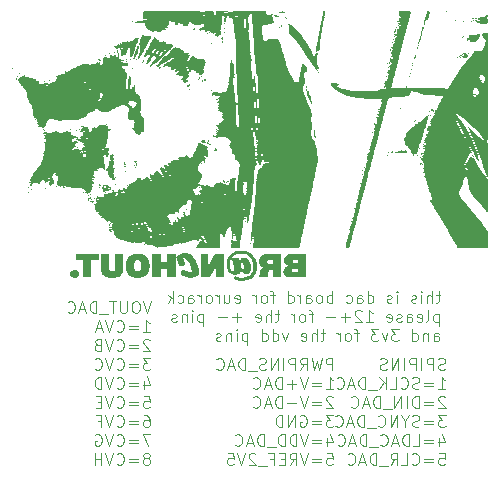
<source format=gbr>
%TF.GenerationSoftware,KiCad,Pcbnew,8.0.4*%
%TF.CreationDate,2024-08-16T22:28:16+02:00*%
%TF.ProjectId,breakout_dac,62726561-6b6f-4757-945f-6461632e6b69,1.1*%
%TF.SameCoordinates,Original*%
%TF.FileFunction,Legend,Bot*%
%TF.FilePolarity,Positive*%
%FSLAX46Y46*%
G04 Gerber Fmt 4.6, Leading zero omitted, Abs format (unit mm)*
G04 Created by KiCad (PCBNEW 8.0.4) date 2024-08-16 22:28:16*
%MOMM*%
%LPD*%
G01*
G04 APERTURE LIST*
%ADD10C,0.100000*%
%ADD11C,0.000000*%
G04 APERTURE END LIST*
D10*
X96743734Y-118275080D02*
X96600877Y-118322699D01*
X96600877Y-118322699D02*
X96362782Y-118322699D01*
X96362782Y-118322699D02*
X96267544Y-118275080D01*
X96267544Y-118275080D02*
X96219925Y-118227460D01*
X96219925Y-118227460D02*
X96172306Y-118132222D01*
X96172306Y-118132222D02*
X96172306Y-118036984D01*
X96172306Y-118036984D02*
X96219925Y-117941746D01*
X96219925Y-117941746D02*
X96267544Y-117894127D01*
X96267544Y-117894127D02*
X96362782Y-117846508D01*
X96362782Y-117846508D02*
X96553258Y-117798889D01*
X96553258Y-117798889D02*
X96648496Y-117751270D01*
X96648496Y-117751270D02*
X96696115Y-117703651D01*
X96696115Y-117703651D02*
X96743734Y-117608413D01*
X96743734Y-117608413D02*
X96743734Y-117513175D01*
X96743734Y-117513175D02*
X96696115Y-117417937D01*
X96696115Y-117417937D02*
X96648496Y-117370318D01*
X96648496Y-117370318D02*
X96553258Y-117322699D01*
X96553258Y-117322699D02*
X96315163Y-117322699D01*
X96315163Y-117322699D02*
X96172306Y-117370318D01*
X95743734Y-118322699D02*
X95743734Y-117322699D01*
X95743734Y-117322699D02*
X95362782Y-117322699D01*
X95362782Y-117322699D02*
X95267544Y-117370318D01*
X95267544Y-117370318D02*
X95219925Y-117417937D01*
X95219925Y-117417937D02*
X95172306Y-117513175D01*
X95172306Y-117513175D02*
X95172306Y-117656032D01*
X95172306Y-117656032D02*
X95219925Y-117751270D01*
X95219925Y-117751270D02*
X95267544Y-117798889D01*
X95267544Y-117798889D02*
X95362782Y-117846508D01*
X95362782Y-117846508D02*
X95743734Y-117846508D01*
X94743734Y-118322699D02*
X94743734Y-117322699D01*
X94267544Y-118322699D02*
X94267544Y-117322699D01*
X94267544Y-117322699D02*
X93886592Y-117322699D01*
X93886592Y-117322699D02*
X93791354Y-117370318D01*
X93791354Y-117370318D02*
X93743735Y-117417937D01*
X93743735Y-117417937D02*
X93696116Y-117513175D01*
X93696116Y-117513175D02*
X93696116Y-117656032D01*
X93696116Y-117656032D02*
X93743735Y-117751270D01*
X93743735Y-117751270D02*
X93791354Y-117798889D01*
X93791354Y-117798889D02*
X93886592Y-117846508D01*
X93886592Y-117846508D02*
X94267544Y-117846508D01*
X93267544Y-118322699D02*
X93267544Y-117322699D01*
X92791354Y-118322699D02*
X92791354Y-117322699D01*
X92791354Y-117322699D02*
X92219926Y-118322699D01*
X92219926Y-118322699D02*
X92219926Y-117322699D01*
X91791354Y-118275080D02*
X91648497Y-118322699D01*
X91648497Y-118322699D02*
X91410402Y-118322699D01*
X91410402Y-118322699D02*
X91315164Y-118275080D01*
X91315164Y-118275080D02*
X91267545Y-118227460D01*
X91267545Y-118227460D02*
X91219926Y-118132222D01*
X91219926Y-118132222D02*
X91219926Y-118036984D01*
X91219926Y-118036984D02*
X91267545Y-117941746D01*
X91267545Y-117941746D02*
X91315164Y-117894127D01*
X91315164Y-117894127D02*
X91410402Y-117846508D01*
X91410402Y-117846508D02*
X91600878Y-117798889D01*
X91600878Y-117798889D02*
X91696116Y-117751270D01*
X91696116Y-117751270D02*
X91743735Y-117703651D01*
X91743735Y-117703651D02*
X91791354Y-117608413D01*
X91791354Y-117608413D02*
X91791354Y-117513175D01*
X91791354Y-117513175D02*
X91743735Y-117417937D01*
X91743735Y-117417937D02*
X91696116Y-117370318D01*
X91696116Y-117370318D02*
X91600878Y-117322699D01*
X91600878Y-117322699D02*
X91362783Y-117322699D01*
X91362783Y-117322699D02*
X91219926Y-117370318D01*
X96172306Y-119932643D02*
X96743734Y-119932643D01*
X96458020Y-119932643D02*
X96458020Y-118932643D01*
X96458020Y-118932643D02*
X96553258Y-119075500D01*
X96553258Y-119075500D02*
X96648496Y-119170738D01*
X96648496Y-119170738D02*
X96743734Y-119218357D01*
X95743734Y-119408833D02*
X94981830Y-119408833D01*
X94981830Y-119694547D02*
X95743734Y-119694547D01*
X94553258Y-119885024D02*
X94410401Y-119932643D01*
X94410401Y-119932643D02*
X94172306Y-119932643D01*
X94172306Y-119932643D02*
X94077068Y-119885024D01*
X94077068Y-119885024D02*
X94029449Y-119837404D01*
X94029449Y-119837404D02*
X93981830Y-119742166D01*
X93981830Y-119742166D02*
X93981830Y-119646928D01*
X93981830Y-119646928D02*
X94029449Y-119551690D01*
X94029449Y-119551690D02*
X94077068Y-119504071D01*
X94077068Y-119504071D02*
X94172306Y-119456452D01*
X94172306Y-119456452D02*
X94362782Y-119408833D01*
X94362782Y-119408833D02*
X94458020Y-119361214D01*
X94458020Y-119361214D02*
X94505639Y-119313595D01*
X94505639Y-119313595D02*
X94553258Y-119218357D01*
X94553258Y-119218357D02*
X94553258Y-119123119D01*
X94553258Y-119123119D02*
X94505639Y-119027881D01*
X94505639Y-119027881D02*
X94458020Y-118980262D01*
X94458020Y-118980262D02*
X94362782Y-118932643D01*
X94362782Y-118932643D02*
X94124687Y-118932643D01*
X94124687Y-118932643D02*
X93981830Y-118980262D01*
X92981830Y-119837404D02*
X93029449Y-119885024D01*
X93029449Y-119885024D02*
X93172306Y-119932643D01*
X93172306Y-119932643D02*
X93267544Y-119932643D01*
X93267544Y-119932643D02*
X93410401Y-119885024D01*
X93410401Y-119885024D02*
X93505639Y-119789785D01*
X93505639Y-119789785D02*
X93553258Y-119694547D01*
X93553258Y-119694547D02*
X93600877Y-119504071D01*
X93600877Y-119504071D02*
X93600877Y-119361214D01*
X93600877Y-119361214D02*
X93553258Y-119170738D01*
X93553258Y-119170738D02*
X93505639Y-119075500D01*
X93505639Y-119075500D02*
X93410401Y-118980262D01*
X93410401Y-118980262D02*
X93267544Y-118932643D01*
X93267544Y-118932643D02*
X93172306Y-118932643D01*
X93172306Y-118932643D02*
X93029449Y-118980262D01*
X93029449Y-118980262D02*
X92981830Y-119027881D01*
X92077068Y-119932643D02*
X92553258Y-119932643D01*
X92553258Y-119932643D02*
X92553258Y-118932643D01*
X91743734Y-119932643D02*
X91743734Y-118932643D01*
X91172306Y-119932643D02*
X91600877Y-119361214D01*
X91172306Y-118932643D02*
X91743734Y-119504071D01*
X90981830Y-120027881D02*
X90219925Y-120027881D01*
X89981829Y-119932643D02*
X89981829Y-118932643D01*
X89981829Y-118932643D02*
X89743734Y-118932643D01*
X89743734Y-118932643D02*
X89600877Y-118980262D01*
X89600877Y-118980262D02*
X89505639Y-119075500D01*
X89505639Y-119075500D02*
X89458020Y-119170738D01*
X89458020Y-119170738D02*
X89410401Y-119361214D01*
X89410401Y-119361214D02*
X89410401Y-119504071D01*
X89410401Y-119504071D02*
X89458020Y-119694547D01*
X89458020Y-119694547D02*
X89505639Y-119789785D01*
X89505639Y-119789785D02*
X89600877Y-119885024D01*
X89600877Y-119885024D02*
X89743734Y-119932643D01*
X89743734Y-119932643D02*
X89981829Y-119932643D01*
X89029448Y-119646928D02*
X88553258Y-119646928D01*
X89124686Y-119932643D02*
X88791353Y-118932643D01*
X88791353Y-118932643D02*
X88458020Y-119932643D01*
X87553258Y-119837404D02*
X87600877Y-119885024D01*
X87600877Y-119885024D02*
X87743734Y-119932643D01*
X87743734Y-119932643D02*
X87838972Y-119932643D01*
X87838972Y-119932643D02*
X87981829Y-119885024D01*
X87981829Y-119885024D02*
X88077067Y-119789785D01*
X88077067Y-119789785D02*
X88124686Y-119694547D01*
X88124686Y-119694547D02*
X88172305Y-119504071D01*
X88172305Y-119504071D02*
X88172305Y-119361214D01*
X88172305Y-119361214D02*
X88124686Y-119170738D01*
X88124686Y-119170738D02*
X88077067Y-119075500D01*
X88077067Y-119075500D02*
X87981829Y-118980262D01*
X87981829Y-118980262D02*
X87838972Y-118932643D01*
X87838972Y-118932643D02*
X87743734Y-118932643D01*
X87743734Y-118932643D02*
X87600877Y-118980262D01*
X87600877Y-118980262D02*
X87553258Y-119027881D01*
X96743734Y-120637825D02*
X96696115Y-120590206D01*
X96696115Y-120590206D02*
X96600877Y-120542587D01*
X96600877Y-120542587D02*
X96362782Y-120542587D01*
X96362782Y-120542587D02*
X96267544Y-120590206D01*
X96267544Y-120590206D02*
X96219925Y-120637825D01*
X96219925Y-120637825D02*
X96172306Y-120733063D01*
X96172306Y-120733063D02*
X96172306Y-120828301D01*
X96172306Y-120828301D02*
X96219925Y-120971158D01*
X96219925Y-120971158D02*
X96791353Y-121542587D01*
X96791353Y-121542587D02*
X96172306Y-121542587D01*
X95743734Y-121018777D02*
X94981830Y-121018777D01*
X94981830Y-121304491D02*
X95743734Y-121304491D01*
X94505639Y-121542587D02*
X94505639Y-120542587D01*
X94505639Y-120542587D02*
X94267544Y-120542587D01*
X94267544Y-120542587D02*
X94124687Y-120590206D01*
X94124687Y-120590206D02*
X94029449Y-120685444D01*
X94029449Y-120685444D02*
X93981830Y-120780682D01*
X93981830Y-120780682D02*
X93934211Y-120971158D01*
X93934211Y-120971158D02*
X93934211Y-121114015D01*
X93934211Y-121114015D02*
X93981830Y-121304491D01*
X93981830Y-121304491D02*
X94029449Y-121399729D01*
X94029449Y-121399729D02*
X94124687Y-121494968D01*
X94124687Y-121494968D02*
X94267544Y-121542587D01*
X94267544Y-121542587D02*
X94505639Y-121542587D01*
X93505639Y-121542587D02*
X93505639Y-120542587D01*
X93029449Y-121542587D02*
X93029449Y-120542587D01*
X93029449Y-120542587D02*
X92458021Y-121542587D01*
X92458021Y-121542587D02*
X92458021Y-120542587D01*
X92219926Y-121637825D02*
X91458021Y-121637825D01*
X91219925Y-121542587D02*
X91219925Y-120542587D01*
X91219925Y-120542587D02*
X90981830Y-120542587D01*
X90981830Y-120542587D02*
X90838973Y-120590206D01*
X90838973Y-120590206D02*
X90743735Y-120685444D01*
X90743735Y-120685444D02*
X90696116Y-120780682D01*
X90696116Y-120780682D02*
X90648497Y-120971158D01*
X90648497Y-120971158D02*
X90648497Y-121114015D01*
X90648497Y-121114015D02*
X90696116Y-121304491D01*
X90696116Y-121304491D02*
X90743735Y-121399729D01*
X90743735Y-121399729D02*
X90838973Y-121494968D01*
X90838973Y-121494968D02*
X90981830Y-121542587D01*
X90981830Y-121542587D02*
X91219925Y-121542587D01*
X90267544Y-121256872D02*
X89791354Y-121256872D01*
X90362782Y-121542587D02*
X90029449Y-120542587D01*
X90029449Y-120542587D02*
X89696116Y-121542587D01*
X88791354Y-121447348D02*
X88838973Y-121494968D01*
X88838973Y-121494968D02*
X88981830Y-121542587D01*
X88981830Y-121542587D02*
X89077068Y-121542587D01*
X89077068Y-121542587D02*
X89219925Y-121494968D01*
X89219925Y-121494968D02*
X89315163Y-121399729D01*
X89315163Y-121399729D02*
X89362782Y-121304491D01*
X89362782Y-121304491D02*
X89410401Y-121114015D01*
X89410401Y-121114015D02*
X89410401Y-120971158D01*
X89410401Y-120971158D02*
X89362782Y-120780682D01*
X89362782Y-120780682D02*
X89315163Y-120685444D01*
X89315163Y-120685444D02*
X89219925Y-120590206D01*
X89219925Y-120590206D02*
X89077068Y-120542587D01*
X89077068Y-120542587D02*
X88981830Y-120542587D01*
X88981830Y-120542587D02*
X88838973Y-120590206D01*
X88838973Y-120590206D02*
X88791354Y-120637825D01*
X96791353Y-122152531D02*
X96172306Y-122152531D01*
X96172306Y-122152531D02*
X96505639Y-122533483D01*
X96505639Y-122533483D02*
X96362782Y-122533483D01*
X96362782Y-122533483D02*
X96267544Y-122581102D01*
X96267544Y-122581102D02*
X96219925Y-122628721D01*
X96219925Y-122628721D02*
X96172306Y-122723959D01*
X96172306Y-122723959D02*
X96172306Y-122962054D01*
X96172306Y-122962054D02*
X96219925Y-123057292D01*
X96219925Y-123057292D02*
X96267544Y-123104912D01*
X96267544Y-123104912D02*
X96362782Y-123152531D01*
X96362782Y-123152531D02*
X96648496Y-123152531D01*
X96648496Y-123152531D02*
X96743734Y-123104912D01*
X96743734Y-123104912D02*
X96791353Y-123057292D01*
X95743734Y-122628721D02*
X94981830Y-122628721D01*
X94981830Y-122914435D02*
X95743734Y-122914435D01*
X94553258Y-123104912D02*
X94410401Y-123152531D01*
X94410401Y-123152531D02*
X94172306Y-123152531D01*
X94172306Y-123152531D02*
X94077068Y-123104912D01*
X94077068Y-123104912D02*
X94029449Y-123057292D01*
X94029449Y-123057292D02*
X93981830Y-122962054D01*
X93981830Y-122962054D02*
X93981830Y-122866816D01*
X93981830Y-122866816D02*
X94029449Y-122771578D01*
X94029449Y-122771578D02*
X94077068Y-122723959D01*
X94077068Y-122723959D02*
X94172306Y-122676340D01*
X94172306Y-122676340D02*
X94362782Y-122628721D01*
X94362782Y-122628721D02*
X94458020Y-122581102D01*
X94458020Y-122581102D02*
X94505639Y-122533483D01*
X94505639Y-122533483D02*
X94553258Y-122438245D01*
X94553258Y-122438245D02*
X94553258Y-122343007D01*
X94553258Y-122343007D02*
X94505639Y-122247769D01*
X94505639Y-122247769D02*
X94458020Y-122200150D01*
X94458020Y-122200150D02*
X94362782Y-122152531D01*
X94362782Y-122152531D02*
X94124687Y-122152531D01*
X94124687Y-122152531D02*
X93981830Y-122200150D01*
X93362782Y-122676340D02*
X93362782Y-123152531D01*
X93696115Y-122152531D02*
X93362782Y-122676340D01*
X93362782Y-122676340D02*
X93029449Y-122152531D01*
X92696115Y-123152531D02*
X92696115Y-122152531D01*
X92696115Y-122152531D02*
X92124687Y-123152531D01*
X92124687Y-123152531D02*
X92124687Y-122152531D01*
X91077068Y-123057292D02*
X91124687Y-123104912D01*
X91124687Y-123104912D02*
X91267544Y-123152531D01*
X91267544Y-123152531D02*
X91362782Y-123152531D01*
X91362782Y-123152531D02*
X91505639Y-123104912D01*
X91505639Y-123104912D02*
X91600877Y-123009673D01*
X91600877Y-123009673D02*
X91648496Y-122914435D01*
X91648496Y-122914435D02*
X91696115Y-122723959D01*
X91696115Y-122723959D02*
X91696115Y-122581102D01*
X91696115Y-122581102D02*
X91648496Y-122390626D01*
X91648496Y-122390626D02*
X91600877Y-122295388D01*
X91600877Y-122295388D02*
X91505639Y-122200150D01*
X91505639Y-122200150D02*
X91362782Y-122152531D01*
X91362782Y-122152531D02*
X91267544Y-122152531D01*
X91267544Y-122152531D02*
X91124687Y-122200150D01*
X91124687Y-122200150D02*
X91077068Y-122247769D01*
X90886592Y-123247769D02*
X90124687Y-123247769D01*
X89886591Y-123152531D02*
X89886591Y-122152531D01*
X89886591Y-122152531D02*
X89648496Y-122152531D01*
X89648496Y-122152531D02*
X89505639Y-122200150D01*
X89505639Y-122200150D02*
X89410401Y-122295388D01*
X89410401Y-122295388D02*
X89362782Y-122390626D01*
X89362782Y-122390626D02*
X89315163Y-122581102D01*
X89315163Y-122581102D02*
X89315163Y-122723959D01*
X89315163Y-122723959D02*
X89362782Y-122914435D01*
X89362782Y-122914435D02*
X89410401Y-123009673D01*
X89410401Y-123009673D02*
X89505639Y-123104912D01*
X89505639Y-123104912D02*
X89648496Y-123152531D01*
X89648496Y-123152531D02*
X89886591Y-123152531D01*
X88934210Y-122866816D02*
X88458020Y-122866816D01*
X89029448Y-123152531D02*
X88696115Y-122152531D01*
X88696115Y-122152531D02*
X88362782Y-123152531D01*
X87458020Y-123057292D02*
X87505639Y-123104912D01*
X87505639Y-123104912D02*
X87648496Y-123152531D01*
X87648496Y-123152531D02*
X87743734Y-123152531D01*
X87743734Y-123152531D02*
X87886591Y-123104912D01*
X87886591Y-123104912D02*
X87981829Y-123009673D01*
X87981829Y-123009673D02*
X88029448Y-122914435D01*
X88029448Y-122914435D02*
X88077067Y-122723959D01*
X88077067Y-122723959D02*
X88077067Y-122581102D01*
X88077067Y-122581102D02*
X88029448Y-122390626D01*
X88029448Y-122390626D02*
X87981829Y-122295388D01*
X87981829Y-122295388D02*
X87886591Y-122200150D01*
X87886591Y-122200150D02*
X87743734Y-122152531D01*
X87743734Y-122152531D02*
X87648496Y-122152531D01*
X87648496Y-122152531D02*
X87505639Y-122200150D01*
X87505639Y-122200150D02*
X87458020Y-122247769D01*
X96267544Y-124095808D02*
X96267544Y-124762475D01*
X96505639Y-123714856D02*
X96743734Y-124429141D01*
X96743734Y-124429141D02*
X96124687Y-124429141D01*
X95743734Y-124238665D02*
X94981830Y-124238665D01*
X94981830Y-124524379D02*
X95743734Y-124524379D01*
X94029449Y-124762475D02*
X94505639Y-124762475D01*
X94505639Y-124762475D02*
X94505639Y-123762475D01*
X93696115Y-124762475D02*
X93696115Y-123762475D01*
X93696115Y-123762475D02*
X93458020Y-123762475D01*
X93458020Y-123762475D02*
X93315163Y-123810094D01*
X93315163Y-123810094D02*
X93219925Y-123905332D01*
X93219925Y-123905332D02*
X93172306Y-124000570D01*
X93172306Y-124000570D02*
X93124687Y-124191046D01*
X93124687Y-124191046D02*
X93124687Y-124333903D01*
X93124687Y-124333903D02*
X93172306Y-124524379D01*
X93172306Y-124524379D02*
X93219925Y-124619617D01*
X93219925Y-124619617D02*
X93315163Y-124714856D01*
X93315163Y-124714856D02*
X93458020Y-124762475D01*
X93458020Y-124762475D02*
X93696115Y-124762475D01*
X92743734Y-124476760D02*
X92267544Y-124476760D01*
X92838972Y-124762475D02*
X92505639Y-123762475D01*
X92505639Y-123762475D02*
X92172306Y-124762475D01*
X91267544Y-124667236D02*
X91315163Y-124714856D01*
X91315163Y-124714856D02*
X91458020Y-124762475D01*
X91458020Y-124762475D02*
X91553258Y-124762475D01*
X91553258Y-124762475D02*
X91696115Y-124714856D01*
X91696115Y-124714856D02*
X91791353Y-124619617D01*
X91791353Y-124619617D02*
X91838972Y-124524379D01*
X91838972Y-124524379D02*
X91886591Y-124333903D01*
X91886591Y-124333903D02*
X91886591Y-124191046D01*
X91886591Y-124191046D02*
X91838972Y-124000570D01*
X91838972Y-124000570D02*
X91791353Y-123905332D01*
X91791353Y-123905332D02*
X91696115Y-123810094D01*
X91696115Y-123810094D02*
X91553258Y-123762475D01*
X91553258Y-123762475D02*
X91458020Y-123762475D01*
X91458020Y-123762475D02*
X91315163Y-123810094D01*
X91315163Y-123810094D02*
X91267544Y-123857713D01*
X91077068Y-124857713D02*
X90315163Y-124857713D01*
X90077067Y-124762475D02*
X90077067Y-123762475D01*
X90077067Y-123762475D02*
X89838972Y-123762475D01*
X89838972Y-123762475D02*
X89696115Y-123810094D01*
X89696115Y-123810094D02*
X89600877Y-123905332D01*
X89600877Y-123905332D02*
X89553258Y-124000570D01*
X89553258Y-124000570D02*
X89505639Y-124191046D01*
X89505639Y-124191046D02*
X89505639Y-124333903D01*
X89505639Y-124333903D02*
X89553258Y-124524379D01*
X89553258Y-124524379D02*
X89600877Y-124619617D01*
X89600877Y-124619617D02*
X89696115Y-124714856D01*
X89696115Y-124714856D02*
X89838972Y-124762475D01*
X89838972Y-124762475D02*
X90077067Y-124762475D01*
X89124686Y-124476760D02*
X88648496Y-124476760D01*
X89219924Y-124762475D02*
X88886591Y-123762475D01*
X88886591Y-123762475D02*
X88553258Y-124762475D01*
X87648496Y-124667236D02*
X87696115Y-124714856D01*
X87696115Y-124714856D02*
X87838972Y-124762475D01*
X87838972Y-124762475D02*
X87934210Y-124762475D01*
X87934210Y-124762475D02*
X88077067Y-124714856D01*
X88077067Y-124714856D02*
X88172305Y-124619617D01*
X88172305Y-124619617D02*
X88219924Y-124524379D01*
X88219924Y-124524379D02*
X88267543Y-124333903D01*
X88267543Y-124333903D02*
X88267543Y-124191046D01*
X88267543Y-124191046D02*
X88219924Y-124000570D01*
X88219924Y-124000570D02*
X88172305Y-123905332D01*
X88172305Y-123905332D02*
X88077067Y-123810094D01*
X88077067Y-123810094D02*
X87934210Y-123762475D01*
X87934210Y-123762475D02*
X87838972Y-123762475D01*
X87838972Y-123762475D02*
X87696115Y-123810094D01*
X87696115Y-123810094D02*
X87648496Y-123857713D01*
X96219925Y-125372419D02*
X96696115Y-125372419D01*
X96696115Y-125372419D02*
X96743734Y-125848609D01*
X96743734Y-125848609D02*
X96696115Y-125800990D01*
X96696115Y-125800990D02*
X96600877Y-125753371D01*
X96600877Y-125753371D02*
X96362782Y-125753371D01*
X96362782Y-125753371D02*
X96267544Y-125800990D01*
X96267544Y-125800990D02*
X96219925Y-125848609D01*
X96219925Y-125848609D02*
X96172306Y-125943847D01*
X96172306Y-125943847D02*
X96172306Y-126181942D01*
X96172306Y-126181942D02*
X96219925Y-126277180D01*
X96219925Y-126277180D02*
X96267544Y-126324800D01*
X96267544Y-126324800D02*
X96362782Y-126372419D01*
X96362782Y-126372419D02*
X96600877Y-126372419D01*
X96600877Y-126372419D02*
X96696115Y-126324800D01*
X96696115Y-126324800D02*
X96743734Y-126277180D01*
X95743734Y-125848609D02*
X94981830Y-125848609D01*
X94981830Y-126134323D02*
X95743734Y-126134323D01*
X93934211Y-126277180D02*
X93981830Y-126324800D01*
X93981830Y-126324800D02*
X94124687Y-126372419D01*
X94124687Y-126372419D02*
X94219925Y-126372419D01*
X94219925Y-126372419D02*
X94362782Y-126324800D01*
X94362782Y-126324800D02*
X94458020Y-126229561D01*
X94458020Y-126229561D02*
X94505639Y-126134323D01*
X94505639Y-126134323D02*
X94553258Y-125943847D01*
X94553258Y-125943847D02*
X94553258Y-125800990D01*
X94553258Y-125800990D02*
X94505639Y-125610514D01*
X94505639Y-125610514D02*
X94458020Y-125515276D01*
X94458020Y-125515276D02*
X94362782Y-125420038D01*
X94362782Y-125420038D02*
X94219925Y-125372419D01*
X94219925Y-125372419D02*
X94124687Y-125372419D01*
X94124687Y-125372419D02*
X93981830Y-125420038D01*
X93981830Y-125420038D02*
X93934211Y-125467657D01*
X93029449Y-126372419D02*
X93505639Y-126372419D01*
X93505639Y-126372419D02*
X93505639Y-125372419D01*
X92124687Y-126372419D02*
X92458020Y-125896228D01*
X92696115Y-126372419D02*
X92696115Y-125372419D01*
X92696115Y-125372419D02*
X92315163Y-125372419D01*
X92315163Y-125372419D02*
X92219925Y-125420038D01*
X92219925Y-125420038D02*
X92172306Y-125467657D01*
X92172306Y-125467657D02*
X92124687Y-125562895D01*
X92124687Y-125562895D02*
X92124687Y-125705752D01*
X92124687Y-125705752D02*
X92172306Y-125800990D01*
X92172306Y-125800990D02*
X92219925Y-125848609D01*
X92219925Y-125848609D02*
X92315163Y-125896228D01*
X92315163Y-125896228D02*
X92696115Y-125896228D01*
X91934211Y-126467657D02*
X91172306Y-126467657D01*
X90934210Y-126372419D02*
X90934210Y-125372419D01*
X90934210Y-125372419D02*
X90696115Y-125372419D01*
X90696115Y-125372419D02*
X90553258Y-125420038D01*
X90553258Y-125420038D02*
X90458020Y-125515276D01*
X90458020Y-125515276D02*
X90410401Y-125610514D01*
X90410401Y-125610514D02*
X90362782Y-125800990D01*
X90362782Y-125800990D02*
X90362782Y-125943847D01*
X90362782Y-125943847D02*
X90410401Y-126134323D01*
X90410401Y-126134323D02*
X90458020Y-126229561D01*
X90458020Y-126229561D02*
X90553258Y-126324800D01*
X90553258Y-126324800D02*
X90696115Y-126372419D01*
X90696115Y-126372419D02*
X90934210Y-126372419D01*
X89981829Y-126086704D02*
X89505639Y-126086704D01*
X90077067Y-126372419D02*
X89743734Y-125372419D01*
X89743734Y-125372419D02*
X89410401Y-126372419D01*
X88505639Y-126277180D02*
X88553258Y-126324800D01*
X88553258Y-126324800D02*
X88696115Y-126372419D01*
X88696115Y-126372419D02*
X88791353Y-126372419D01*
X88791353Y-126372419D02*
X88934210Y-126324800D01*
X88934210Y-126324800D02*
X89029448Y-126229561D01*
X89029448Y-126229561D02*
X89077067Y-126134323D01*
X89077067Y-126134323D02*
X89124686Y-125943847D01*
X89124686Y-125943847D02*
X89124686Y-125800990D01*
X89124686Y-125800990D02*
X89077067Y-125610514D01*
X89077067Y-125610514D02*
X89029448Y-125515276D01*
X89029448Y-125515276D02*
X88934210Y-125420038D01*
X88934210Y-125420038D02*
X88791353Y-125372419D01*
X88791353Y-125372419D02*
X88696115Y-125372419D01*
X88696115Y-125372419D02*
X88553258Y-125420038D01*
X88553258Y-125420038D02*
X88505639Y-125467657D01*
X96338972Y-111985864D02*
X95958020Y-111985864D01*
X96196115Y-111652531D02*
X96196115Y-112509673D01*
X96196115Y-112509673D02*
X96148496Y-112604912D01*
X96148496Y-112604912D02*
X96053258Y-112652531D01*
X96053258Y-112652531D02*
X95958020Y-112652531D01*
X95624686Y-112652531D02*
X95624686Y-111652531D01*
X95196115Y-112652531D02*
X95196115Y-112128721D01*
X95196115Y-112128721D02*
X95243734Y-112033483D01*
X95243734Y-112033483D02*
X95338972Y-111985864D01*
X95338972Y-111985864D02*
X95481829Y-111985864D01*
X95481829Y-111985864D02*
X95577067Y-112033483D01*
X95577067Y-112033483D02*
X95624686Y-112081102D01*
X94719924Y-112652531D02*
X94719924Y-111985864D01*
X94719924Y-111652531D02*
X94767543Y-111700150D01*
X94767543Y-111700150D02*
X94719924Y-111747769D01*
X94719924Y-111747769D02*
X94672305Y-111700150D01*
X94672305Y-111700150D02*
X94719924Y-111652531D01*
X94719924Y-111652531D02*
X94719924Y-111747769D01*
X94291353Y-112604912D02*
X94196115Y-112652531D01*
X94196115Y-112652531D02*
X94005639Y-112652531D01*
X94005639Y-112652531D02*
X93910401Y-112604912D01*
X93910401Y-112604912D02*
X93862782Y-112509673D01*
X93862782Y-112509673D02*
X93862782Y-112462054D01*
X93862782Y-112462054D02*
X93910401Y-112366816D01*
X93910401Y-112366816D02*
X94005639Y-112319197D01*
X94005639Y-112319197D02*
X94148496Y-112319197D01*
X94148496Y-112319197D02*
X94243734Y-112271578D01*
X94243734Y-112271578D02*
X94291353Y-112176340D01*
X94291353Y-112176340D02*
X94291353Y-112128721D01*
X94291353Y-112128721D02*
X94243734Y-112033483D01*
X94243734Y-112033483D02*
X94148496Y-111985864D01*
X94148496Y-111985864D02*
X94005639Y-111985864D01*
X94005639Y-111985864D02*
X93910401Y-112033483D01*
X92672305Y-112652531D02*
X92672305Y-111985864D01*
X92672305Y-111652531D02*
X92719924Y-111700150D01*
X92719924Y-111700150D02*
X92672305Y-111747769D01*
X92672305Y-111747769D02*
X92624686Y-111700150D01*
X92624686Y-111700150D02*
X92672305Y-111652531D01*
X92672305Y-111652531D02*
X92672305Y-111747769D01*
X92243734Y-112604912D02*
X92148496Y-112652531D01*
X92148496Y-112652531D02*
X91958020Y-112652531D01*
X91958020Y-112652531D02*
X91862782Y-112604912D01*
X91862782Y-112604912D02*
X91815163Y-112509673D01*
X91815163Y-112509673D02*
X91815163Y-112462054D01*
X91815163Y-112462054D02*
X91862782Y-112366816D01*
X91862782Y-112366816D02*
X91958020Y-112319197D01*
X91958020Y-112319197D02*
X92100877Y-112319197D01*
X92100877Y-112319197D02*
X92196115Y-112271578D01*
X92196115Y-112271578D02*
X92243734Y-112176340D01*
X92243734Y-112176340D02*
X92243734Y-112128721D01*
X92243734Y-112128721D02*
X92196115Y-112033483D01*
X92196115Y-112033483D02*
X92100877Y-111985864D01*
X92100877Y-111985864D02*
X91958020Y-111985864D01*
X91958020Y-111985864D02*
X91862782Y-112033483D01*
X90196115Y-112652531D02*
X90196115Y-111652531D01*
X90196115Y-112604912D02*
X90291353Y-112652531D01*
X90291353Y-112652531D02*
X90481829Y-112652531D01*
X90481829Y-112652531D02*
X90577067Y-112604912D01*
X90577067Y-112604912D02*
X90624686Y-112557292D01*
X90624686Y-112557292D02*
X90672305Y-112462054D01*
X90672305Y-112462054D02*
X90672305Y-112176340D01*
X90672305Y-112176340D02*
X90624686Y-112081102D01*
X90624686Y-112081102D02*
X90577067Y-112033483D01*
X90577067Y-112033483D02*
X90481829Y-111985864D01*
X90481829Y-111985864D02*
X90291353Y-111985864D01*
X90291353Y-111985864D02*
X90196115Y-112033483D01*
X89291353Y-112652531D02*
X89291353Y-112128721D01*
X89291353Y-112128721D02*
X89338972Y-112033483D01*
X89338972Y-112033483D02*
X89434210Y-111985864D01*
X89434210Y-111985864D02*
X89624686Y-111985864D01*
X89624686Y-111985864D02*
X89719924Y-112033483D01*
X89291353Y-112604912D02*
X89386591Y-112652531D01*
X89386591Y-112652531D02*
X89624686Y-112652531D01*
X89624686Y-112652531D02*
X89719924Y-112604912D01*
X89719924Y-112604912D02*
X89767543Y-112509673D01*
X89767543Y-112509673D02*
X89767543Y-112414435D01*
X89767543Y-112414435D02*
X89719924Y-112319197D01*
X89719924Y-112319197D02*
X89624686Y-112271578D01*
X89624686Y-112271578D02*
X89386591Y-112271578D01*
X89386591Y-112271578D02*
X89291353Y-112223959D01*
X88386591Y-112604912D02*
X88481829Y-112652531D01*
X88481829Y-112652531D02*
X88672305Y-112652531D01*
X88672305Y-112652531D02*
X88767543Y-112604912D01*
X88767543Y-112604912D02*
X88815162Y-112557292D01*
X88815162Y-112557292D02*
X88862781Y-112462054D01*
X88862781Y-112462054D02*
X88862781Y-112176340D01*
X88862781Y-112176340D02*
X88815162Y-112081102D01*
X88815162Y-112081102D02*
X88767543Y-112033483D01*
X88767543Y-112033483D02*
X88672305Y-111985864D01*
X88672305Y-111985864D02*
X88481829Y-111985864D01*
X88481829Y-111985864D02*
X88386591Y-112033483D01*
X87196114Y-112652531D02*
X87196114Y-111652531D01*
X87196114Y-112033483D02*
X87100876Y-111985864D01*
X87100876Y-111985864D02*
X86910400Y-111985864D01*
X86910400Y-111985864D02*
X86815162Y-112033483D01*
X86815162Y-112033483D02*
X86767543Y-112081102D01*
X86767543Y-112081102D02*
X86719924Y-112176340D01*
X86719924Y-112176340D02*
X86719924Y-112462054D01*
X86719924Y-112462054D02*
X86767543Y-112557292D01*
X86767543Y-112557292D02*
X86815162Y-112604912D01*
X86815162Y-112604912D02*
X86910400Y-112652531D01*
X86910400Y-112652531D02*
X87100876Y-112652531D01*
X87100876Y-112652531D02*
X87196114Y-112604912D01*
X86148495Y-112652531D02*
X86243733Y-112604912D01*
X86243733Y-112604912D02*
X86291352Y-112557292D01*
X86291352Y-112557292D02*
X86338971Y-112462054D01*
X86338971Y-112462054D02*
X86338971Y-112176340D01*
X86338971Y-112176340D02*
X86291352Y-112081102D01*
X86291352Y-112081102D02*
X86243733Y-112033483D01*
X86243733Y-112033483D02*
X86148495Y-111985864D01*
X86148495Y-111985864D02*
X86005638Y-111985864D01*
X86005638Y-111985864D02*
X85910400Y-112033483D01*
X85910400Y-112033483D02*
X85862781Y-112081102D01*
X85862781Y-112081102D02*
X85815162Y-112176340D01*
X85815162Y-112176340D02*
X85815162Y-112462054D01*
X85815162Y-112462054D02*
X85862781Y-112557292D01*
X85862781Y-112557292D02*
X85910400Y-112604912D01*
X85910400Y-112604912D02*
X86005638Y-112652531D01*
X86005638Y-112652531D02*
X86148495Y-112652531D01*
X84958019Y-112652531D02*
X84958019Y-112128721D01*
X84958019Y-112128721D02*
X85005638Y-112033483D01*
X85005638Y-112033483D02*
X85100876Y-111985864D01*
X85100876Y-111985864D02*
X85291352Y-111985864D01*
X85291352Y-111985864D02*
X85386590Y-112033483D01*
X84958019Y-112604912D02*
X85053257Y-112652531D01*
X85053257Y-112652531D02*
X85291352Y-112652531D01*
X85291352Y-112652531D02*
X85386590Y-112604912D01*
X85386590Y-112604912D02*
X85434209Y-112509673D01*
X85434209Y-112509673D02*
X85434209Y-112414435D01*
X85434209Y-112414435D02*
X85386590Y-112319197D01*
X85386590Y-112319197D02*
X85291352Y-112271578D01*
X85291352Y-112271578D02*
X85053257Y-112271578D01*
X85053257Y-112271578D02*
X84958019Y-112223959D01*
X84481828Y-112652531D02*
X84481828Y-111985864D01*
X84481828Y-112176340D02*
X84434209Y-112081102D01*
X84434209Y-112081102D02*
X84386590Y-112033483D01*
X84386590Y-112033483D02*
X84291352Y-111985864D01*
X84291352Y-111985864D02*
X84196114Y-111985864D01*
X83434209Y-112652531D02*
X83434209Y-111652531D01*
X83434209Y-112604912D02*
X83529447Y-112652531D01*
X83529447Y-112652531D02*
X83719923Y-112652531D01*
X83719923Y-112652531D02*
X83815161Y-112604912D01*
X83815161Y-112604912D02*
X83862780Y-112557292D01*
X83862780Y-112557292D02*
X83910399Y-112462054D01*
X83910399Y-112462054D02*
X83910399Y-112176340D01*
X83910399Y-112176340D02*
X83862780Y-112081102D01*
X83862780Y-112081102D02*
X83815161Y-112033483D01*
X83815161Y-112033483D02*
X83719923Y-111985864D01*
X83719923Y-111985864D02*
X83529447Y-111985864D01*
X83529447Y-111985864D02*
X83434209Y-112033483D01*
X82338970Y-111985864D02*
X81958018Y-111985864D01*
X82196113Y-112652531D02*
X82196113Y-111795388D01*
X82196113Y-111795388D02*
X82148494Y-111700150D01*
X82148494Y-111700150D02*
X82053256Y-111652531D01*
X82053256Y-111652531D02*
X81958018Y-111652531D01*
X81481827Y-112652531D02*
X81577065Y-112604912D01*
X81577065Y-112604912D02*
X81624684Y-112557292D01*
X81624684Y-112557292D02*
X81672303Y-112462054D01*
X81672303Y-112462054D02*
X81672303Y-112176340D01*
X81672303Y-112176340D02*
X81624684Y-112081102D01*
X81624684Y-112081102D02*
X81577065Y-112033483D01*
X81577065Y-112033483D02*
X81481827Y-111985864D01*
X81481827Y-111985864D02*
X81338970Y-111985864D01*
X81338970Y-111985864D02*
X81243732Y-112033483D01*
X81243732Y-112033483D02*
X81196113Y-112081102D01*
X81196113Y-112081102D02*
X81148494Y-112176340D01*
X81148494Y-112176340D02*
X81148494Y-112462054D01*
X81148494Y-112462054D02*
X81196113Y-112557292D01*
X81196113Y-112557292D02*
X81243732Y-112604912D01*
X81243732Y-112604912D02*
X81338970Y-112652531D01*
X81338970Y-112652531D02*
X81481827Y-112652531D01*
X80719922Y-112652531D02*
X80719922Y-111985864D01*
X80719922Y-112176340D02*
X80672303Y-112081102D01*
X80672303Y-112081102D02*
X80624684Y-112033483D01*
X80624684Y-112033483D02*
X80529446Y-111985864D01*
X80529446Y-111985864D02*
X80434208Y-111985864D01*
X78958017Y-112604912D02*
X79053255Y-112652531D01*
X79053255Y-112652531D02*
X79243731Y-112652531D01*
X79243731Y-112652531D02*
X79338969Y-112604912D01*
X79338969Y-112604912D02*
X79386588Y-112509673D01*
X79386588Y-112509673D02*
X79386588Y-112128721D01*
X79386588Y-112128721D02*
X79338969Y-112033483D01*
X79338969Y-112033483D02*
X79243731Y-111985864D01*
X79243731Y-111985864D02*
X79053255Y-111985864D01*
X79053255Y-111985864D02*
X78958017Y-112033483D01*
X78958017Y-112033483D02*
X78910398Y-112128721D01*
X78910398Y-112128721D02*
X78910398Y-112223959D01*
X78910398Y-112223959D02*
X79386588Y-112319197D01*
X78053255Y-111985864D02*
X78053255Y-112652531D01*
X78481826Y-111985864D02*
X78481826Y-112509673D01*
X78481826Y-112509673D02*
X78434207Y-112604912D01*
X78434207Y-112604912D02*
X78338969Y-112652531D01*
X78338969Y-112652531D02*
X78196112Y-112652531D01*
X78196112Y-112652531D02*
X78100874Y-112604912D01*
X78100874Y-112604912D02*
X78053255Y-112557292D01*
X77577064Y-112652531D02*
X77577064Y-111985864D01*
X77577064Y-112176340D02*
X77529445Y-112081102D01*
X77529445Y-112081102D02*
X77481826Y-112033483D01*
X77481826Y-112033483D02*
X77386588Y-111985864D01*
X77386588Y-111985864D02*
X77291350Y-111985864D01*
X76815159Y-112652531D02*
X76910397Y-112604912D01*
X76910397Y-112604912D02*
X76958016Y-112557292D01*
X76958016Y-112557292D02*
X77005635Y-112462054D01*
X77005635Y-112462054D02*
X77005635Y-112176340D01*
X77005635Y-112176340D02*
X76958016Y-112081102D01*
X76958016Y-112081102D02*
X76910397Y-112033483D01*
X76910397Y-112033483D02*
X76815159Y-111985864D01*
X76815159Y-111985864D02*
X76672302Y-111985864D01*
X76672302Y-111985864D02*
X76577064Y-112033483D01*
X76577064Y-112033483D02*
X76529445Y-112081102D01*
X76529445Y-112081102D02*
X76481826Y-112176340D01*
X76481826Y-112176340D02*
X76481826Y-112462054D01*
X76481826Y-112462054D02*
X76529445Y-112557292D01*
X76529445Y-112557292D02*
X76577064Y-112604912D01*
X76577064Y-112604912D02*
X76672302Y-112652531D01*
X76672302Y-112652531D02*
X76815159Y-112652531D01*
X76053254Y-112652531D02*
X76053254Y-111985864D01*
X76053254Y-112176340D02*
X76005635Y-112081102D01*
X76005635Y-112081102D02*
X75958016Y-112033483D01*
X75958016Y-112033483D02*
X75862778Y-111985864D01*
X75862778Y-111985864D02*
X75767540Y-111985864D01*
X75005635Y-112652531D02*
X75005635Y-112128721D01*
X75005635Y-112128721D02*
X75053254Y-112033483D01*
X75053254Y-112033483D02*
X75148492Y-111985864D01*
X75148492Y-111985864D02*
X75338968Y-111985864D01*
X75338968Y-111985864D02*
X75434206Y-112033483D01*
X75005635Y-112604912D02*
X75100873Y-112652531D01*
X75100873Y-112652531D02*
X75338968Y-112652531D01*
X75338968Y-112652531D02*
X75434206Y-112604912D01*
X75434206Y-112604912D02*
X75481825Y-112509673D01*
X75481825Y-112509673D02*
X75481825Y-112414435D01*
X75481825Y-112414435D02*
X75434206Y-112319197D01*
X75434206Y-112319197D02*
X75338968Y-112271578D01*
X75338968Y-112271578D02*
X75100873Y-112271578D01*
X75100873Y-112271578D02*
X75005635Y-112223959D01*
X74100873Y-112604912D02*
X74196111Y-112652531D01*
X74196111Y-112652531D02*
X74386587Y-112652531D01*
X74386587Y-112652531D02*
X74481825Y-112604912D01*
X74481825Y-112604912D02*
X74529444Y-112557292D01*
X74529444Y-112557292D02*
X74577063Y-112462054D01*
X74577063Y-112462054D02*
X74577063Y-112176340D01*
X74577063Y-112176340D02*
X74529444Y-112081102D01*
X74529444Y-112081102D02*
X74481825Y-112033483D01*
X74481825Y-112033483D02*
X74386587Y-111985864D01*
X74386587Y-111985864D02*
X74196111Y-111985864D01*
X74196111Y-111985864D02*
X74100873Y-112033483D01*
X73672301Y-112652531D02*
X73672301Y-111652531D01*
X73577063Y-112271578D02*
X73291349Y-112652531D01*
X73291349Y-111985864D02*
X73672301Y-112366816D01*
X96196115Y-113595808D02*
X96196115Y-114595808D01*
X96196115Y-113643427D02*
X96100877Y-113595808D01*
X96100877Y-113595808D02*
X95910401Y-113595808D01*
X95910401Y-113595808D02*
X95815163Y-113643427D01*
X95815163Y-113643427D02*
X95767544Y-113691046D01*
X95767544Y-113691046D02*
X95719925Y-113786284D01*
X95719925Y-113786284D02*
X95719925Y-114071998D01*
X95719925Y-114071998D02*
X95767544Y-114167236D01*
X95767544Y-114167236D02*
X95815163Y-114214856D01*
X95815163Y-114214856D02*
X95910401Y-114262475D01*
X95910401Y-114262475D02*
X96100877Y-114262475D01*
X96100877Y-114262475D02*
X96196115Y-114214856D01*
X95148496Y-114262475D02*
X95243734Y-114214856D01*
X95243734Y-114214856D02*
X95291353Y-114119617D01*
X95291353Y-114119617D02*
X95291353Y-113262475D01*
X94386591Y-114214856D02*
X94481829Y-114262475D01*
X94481829Y-114262475D02*
X94672305Y-114262475D01*
X94672305Y-114262475D02*
X94767543Y-114214856D01*
X94767543Y-114214856D02*
X94815162Y-114119617D01*
X94815162Y-114119617D02*
X94815162Y-113738665D01*
X94815162Y-113738665D02*
X94767543Y-113643427D01*
X94767543Y-113643427D02*
X94672305Y-113595808D01*
X94672305Y-113595808D02*
X94481829Y-113595808D01*
X94481829Y-113595808D02*
X94386591Y-113643427D01*
X94386591Y-113643427D02*
X94338972Y-113738665D01*
X94338972Y-113738665D02*
X94338972Y-113833903D01*
X94338972Y-113833903D02*
X94815162Y-113929141D01*
X93481829Y-114262475D02*
X93481829Y-113738665D01*
X93481829Y-113738665D02*
X93529448Y-113643427D01*
X93529448Y-113643427D02*
X93624686Y-113595808D01*
X93624686Y-113595808D02*
X93815162Y-113595808D01*
X93815162Y-113595808D02*
X93910400Y-113643427D01*
X93481829Y-114214856D02*
X93577067Y-114262475D01*
X93577067Y-114262475D02*
X93815162Y-114262475D01*
X93815162Y-114262475D02*
X93910400Y-114214856D01*
X93910400Y-114214856D02*
X93958019Y-114119617D01*
X93958019Y-114119617D02*
X93958019Y-114024379D01*
X93958019Y-114024379D02*
X93910400Y-113929141D01*
X93910400Y-113929141D02*
X93815162Y-113881522D01*
X93815162Y-113881522D02*
X93577067Y-113881522D01*
X93577067Y-113881522D02*
X93481829Y-113833903D01*
X93053257Y-114214856D02*
X92958019Y-114262475D01*
X92958019Y-114262475D02*
X92767543Y-114262475D01*
X92767543Y-114262475D02*
X92672305Y-114214856D01*
X92672305Y-114214856D02*
X92624686Y-114119617D01*
X92624686Y-114119617D02*
X92624686Y-114071998D01*
X92624686Y-114071998D02*
X92672305Y-113976760D01*
X92672305Y-113976760D02*
X92767543Y-113929141D01*
X92767543Y-113929141D02*
X92910400Y-113929141D01*
X92910400Y-113929141D02*
X93005638Y-113881522D01*
X93005638Y-113881522D02*
X93053257Y-113786284D01*
X93053257Y-113786284D02*
X93053257Y-113738665D01*
X93053257Y-113738665D02*
X93005638Y-113643427D01*
X93005638Y-113643427D02*
X92910400Y-113595808D01*
X92910400Y-113595808D02*
X92767543Y-113595808D01*
X92767543Y-113595808D02*
X92672305Y-113643427D01*
X91815162Y-114214856D02*
X91910400Y-114262475D01*
X91910400Y-114262475D02*
X92100876Y-114262475D01*
X92100876Y-114262475D02*
X92196114Y-114214856D01*
X92196114Y-114214856D02*
X92243733Y-114119617D01*
X92243733Y-114119617D02*
X92243733Y-113738665D01*
X92243733Y-113738665D02*
X92196114Y-113643427D01*
X92196114Y-113643427D02*
X92100876Y-113595808D01*
X92100876Y-113595808D02*
X91910400Y-113595808D01*
X91910400Y-113595808D02*
X91815162Y-113643427D01*
X91815162Y-113643427D02*
X91767543Y-113738665D01*
X91767543Y-113738665D02*
X91767543Y-113833903D01*
X91767543Y-113833903D02*
X92243733Y-113929141D01*
X90053257Y-114262475D02*
X90624685Y-114262475D01*
X90338971Y-114262475D02*
X90338971Y-113262475D01*
X90338971Y-113262475D02*
X90434209Y-113405332D01*
X90434209Y-113405332D02*
X90529447Y-113500570D01*
X90529447Y-113500570D02*
X90624685Y-113548189D01*
X89672304Y-113357713D02*
X89624685Y-113310094D01*
X89624685Y-113310094D02*
X89529447Y-113262475D01*
X89529447Y-113262475D02*
X89291352Y-113262475D01*
X89291352Y-113262475D02*
X89196114Y-113310094D01*
X89196114Y-113310094D02*
X89148495Y-113357713D01*
X89148495Y-113357713D02*
X89100876Y-113452951D01*
X89100876Y-113452951D02*
X89100876Y-113548189D01*
X89100876Y-113548189D02*
X89148495Y-113691046D01*
X89148495Y-113691046D02*
X89719923Y-114262475D01*
X89719923Y-114262475D02*
X89100876Y-114262475D01*
X88672304Y-113881522D02*
X87910400Y-113881522D01*
X88291352Y-114262475D02*
X88291352Y-113500570D01*
X87434209Y-113881522D02*
X86672305Y-113881522D01*
X85577066Y-113595808D02*
X85196114Y-113595808D01*
X85434209Y-114262475D02*
X85434209Y-113405332D01*
X85434209Y-113405332D02*
X85386590Y-113310094D01*
X85386590Y-113310094D02*
X85291352Y-113262475D01*
X85291352Y-113262475D02*
X85196114Y-113262475D01*
X84719923Y-114262475D02*
X84815161Y-114214856D01*
X84815161Y-114214856D02*
X84862780Y-114167236D01*
X84862780Y-114167236D02*
X84910399Y-114071998D01*
X84910399Y-114071998D02*
X84910399Y-113786284D01*
X84910399Y-113786284D02*
X84862780Y-113691046D01*
X84862780Y-113691046D02*
X84815161Y-113643427D01*
X84815161Y-113643427D02*
X84719923Y-113595808D01*
X84719923Y-113595808D02*
X84577066Y-113595808D01*
X84577066Y-113595808D02*
X84481828Y-113643427D01*
X84481828Y-113643427D02*
X84434209Y-113691046D01*
X84434209Y-113691046D02*
X84386590Y-113786284D01*
X84386590Y-113786284D02*
X84386590Y-114071998D01*
X84386590Y-114071998D02*
X84434209Y-114167236D01*
X84434209Y-114167236D02*
X84481828Y-114214856D01*
X84481828Y-114214856D02*
X84577066Y-114262475D01*
X84577066Y-114262475D02*
X84719923Y-114262475D01*
X83958018Y-114262475D02*
X83958018Y-113595808D01*
X83958018Y-113786284D02*
X83910399Y-113691046D01*
X83910399Y-113691046D02*
X83862780Y-113643427D01*
X83862780Y-113643427D02*
X83767542Y-113595808D01*
X83767542Y-113595808D02*
X83672304Y-113595808D01*
X82719922Y-113595808D02*
X82338970Y-113595808D01*
X82577065Y-113262475D02*
X82577065Y-114119617D01*
X82577065Y-114119617D02*
X82529446Y-114214856D01*
X82529446Y-114214856D02*
X82434208Y-114262475D01*
X82434208Y-114262475D02*
X82338970Y-114262475D01*
X82005636Y-114262475D02*
X82005636Y-113262475D01*
X81577065Y-114262475D02*
X81577065Y-113738665D01*
X81577065Y-113738665D02*
X81624684Y-113643427D01*
X81624684Y-113643427D02*
X81719922Y-113595808D01*
X81719922Y-113595808D02*
X81862779Y-113595808D01*
X81862779Y-113595808D02*
X81958017Y-113643427D01*
X81958017Y-113643427D02*
X82005636Y-113691046D01*
X80719922Y-114214856D02*
X80815160Y-114262475D01*
X80815160Y-114262475D02*
X81005636Y-114262475D01*
X81005636Y-114262475D02*
X81100874Y-114214856D01*
X81100874Y-114214856D02*
X81148493Y-114119617D01*
X81148493Y-114119617D02*
X81148493Y-113738665D01*
X81148493Y-113738665D02*
X81100874Y-113643427D01*
X81100874Y-113643427D02*
X81005636Y-113595808D01*
X81005636Y-113595808D02*
X80815160Y-113595808D01*
X80815160Y-113595808D02*
X80719922Y-113643427D01*
X80719922Y-113643427D02*
X80672303Y-113738665D01*
X80672303Y-113738665D02*
X80672303Y-113833903D01*
X80672303Y-113833903D02*
X81148493Y-113929141D01*
X79481826Y-113881522D02*
X78719922Y-113881522D01*
X79100874Y-114262475D02*
X79100874Y-113500570D01*
X78243731Y-113881522D02*
X77481827Y-113881522D01*
X76243731Y-113595808D02*
X76243731Y-114595808D01*
X76243731Y-113643427D02*
X76148493Y-113595808D01*
X76148493Y-113595808D02*
X75958017Y-113595808D01*
X75958017Y-113595808D02*
X75862779Y-113643427D01*
X75862779Y-113643427D02*
X75815160Y-113691046D01*
X75815160Y-113691046D02*
X75767541Y-113786284D01*
X75767541Y-113786284D02*
X75767541Y-114071998D01*
X75767541Y-114071998D02*
X75815160Y-114167236D01*
X75815160Y-114167236D02*
X75862779Y-114214856D01*
X75862779Y-114214856D02*
X75958017Y-114262475D01*
X75958017Y-114262475D02*
X76148493Y-114262475D01*
X76148493Y-114262475D02*
X76243731Y-114214856D01*
X75338969Y-114262475D02*
X75338969Y-113595808D01*
X75338969Y-113262475D02*
X75386588Y-113310094D01*
X75386588Y-113310094D02*
X75338969Y-113357713D01*
X75338969Y-113357713D02*
X75291350Y-113310094D01*
X75291350Y-113310094D02*
X75338969Y-113262475D01*
X75338969Y-113262475D02*
X75338969Y-113357713D01*
X74862779Y-113595808D02*
X74862779Y-114262475D01*
X74862779Y-113691046D02*
X74815160Y-113643427D01*
X74815160Y-113643427D02*
X74719922Y-113595808D01*
X74719922Y-113595808D02*
X74577065Y-113595808D01*
X74577065Y-113595808D02*
X74481827Y-113643427D01*
X74481827Y-113643427D02*
X74434208Y-113738665D01*
X74434208Y-113738665D02*
X74434208Y-114262475D01*
X74005636Y-114214856D02*
X73910398Y-114262475D01*
X73910398Y-114262475D02*
X73719922Y-114262475D01*
X73719922Y-114262475D02*
X73624684Y-114214856D01*
X73624684Y-114214856D02*
X73577065Y-114119617D01*
X73577065Y-114119617D02*
X73577065Y-114071998D01*
X73577065Y-114071998D02*
X73624684Y-113976760D01*
X73624684Y-113976760D02*
X73719922Y-113929141D01*
X73719922Y-113929141D02*
X73862779Y-113929141D01*
X73862779Y-113929141D02*
X73958017Y-113881522D01*
X73958017Y-113881522D02*
X74005636Y-113786284D01*
X74005636Y-113786284D02*
X74005636Y-113738665D01*
X74005636Y-113738665D02*
X73958017Y-113643427D01*
X73958017Y-113643427D02*
X73862779Y-113595808D01*
X73862779Y-113595808D02*
X73719922Y-113595808D01*
X73719922Y-113595808D02*
X73624684Y-113643427D01*
X95767544Y-115872419D02*
X95767544Y-115348609D01*
X95767544Y-115348609D02*
X95815163Y-115253371D01*
X95815163Y-115253371D02*
X95910401Y-115205752D01*
X95910401Y-115205752D02*
X96100877Y-115205752D01*
X96100877Y-115205752D02*
X96196115Y-115253371D01*
X95767544Y-115824800D02*
X95862782Y-115872419D01*
X95862782Y-115872419D02*
X96100877Y-115872419D01*
X96100877Y-115872419D02*
X96196115Y-115824800D01*
X96196115Y-115824800D02*
X96243734Y-115729561D01*
X96243734Y-115729561D02*
X96243734Y-115634323D01*
X96243734Y-115634323D02*
X96196115Y-115539085D01*
X96196115Y-115539085D02*
X96100877Y-115491466D01*
X96100877Y-115491466D02*
X95862782Y-115491466D01*
X95862782Y-115491466D02*
X95767544Y-115443847D01*
X95291353Y-115205752D02*
X95291353Y-115872419D01*
X95291353Y-115300990D02*
X95243734Y-115253371D01*
X95243734Y-115253371D02*
X95148496Y-115205752D01*
X95148496Y-115205752D02*
X95005639Y-115205752D01*
X95005639Y-115205752D02*
X94910401Y-115253371D01*
X94910401Y-115253371D02*
X94862782Y-115348609D01*
X94862782Y-115348609D02*
X94862782Y-115872419D01*
X93958020Y-115872419D02*
X93958020Y-114872419D01*
X93958020Y-115824800D02*
X94053258Y-115872419D01*
X94053258Y-115872419D02*
X94243734Y-115872419D01*
X94243734Y-115872419D02*
X94338972Y-115824800D01*
X94338972Y-115824800D02*
X94386591Y-115777180D01*
X94386591Y-115777180D02*
X94434210Y-115681942D01*
X94434210Y-115681942D02*
X94434210Y-115396228D01*
X94434210Y-115396228D02*
X94386591Y-115300990D01*
X94386591Y-115300990D02*
X94338972Y-115253371D01*
X94338972Y-115253371D02*
X94243734Y-115205752D01*
X94243734Y-115205752D02*
X94053258Y-115205752D01*
X94053258Y-115205752D02*
X93958020Y-115253371D01*
X92815162Y-114872419D02*
X92196115Y-114872419D01*
X92196115Y-114872419D02*
X92529448Y-115253371D01*
X92529448Y-115253371D02*
X92386591Y-115253371D01*
X92386591Y-115253371D02*
X92291353Y-115300990D01*
X92291353Y-115300990D02*
X92243734Y-115348609D01*
X92243734Y-115348609D02*
X92196115Y-115443847D01*
X92196115Y-115443847D02*
X92196115Y-115681942D01*
X92196115Y-115681942D02*
X92243734Y-115777180D01*
X92243734Y-115777180D02*
X92291353Y-115824800D01*
X92291353Y-115824800D02*
X92386591Y-115872419D01*
X92386591Y-115872419D02*
X92672305Y-115872419D01*
X92672305Y-115872419D02*
X92767543Y-115824800D01*
X92767543Y-115824800D02*
X92815162Y-115777180D01*
X91862781Y-115205752D02*
X91624686Y-115872419D01*
X91624686Y-115872419D02*
X91386591Y-115205752D01*
X91100876Y-114872419D02*
X90481829Y-114872419D01*
X90481829Y-114872419D02*
X90815162Y-115253371D01*
X90815162Y-115253371D02*
X90672305Y-115253371D01*
X90672305Y-115253371D02*
X90577067Y-115300990D01*
X90577067Y-115300990D02*
X90529448Y-115348609D01*
X90529448Y-115348609D02*
X90481829Y-115443847D01*
X90481829Y-115443847D02*
X90481829Y-115681942D01*
X90481829Y-115681942D02*
X90529448Y-115777180D01*
X90529448Y-115777180D02*
X90577067Y-115824800D01*
X90577067Y-115824800D02*
X90672305Y-115872419D01*
X90672305Y-115872419D02*
X90958019Y-115872419D01*
X90958019Y-115872419D02*
X91053257Y-115824800D01*
X91053257Y-115824800D02*
X91100876Y-115777180D01*
X89434209Y-115205752D02*
X89053257Y-115205752D01*
X89291352Y-115872419D02*
X89291352Y-115015276D01*
X89291352Y-115015276D02*
X89243733Y-114920038D01*
X89243733Y-114920038D02*
X89148495Y-114872419D01*
X89148495Y-114872419D02*
X89053257Y-114872419D01*
X88577066Y-115872419D02*
X88672304Y-115824800D01*
X88672304Y-115824800D02*
X88719923Y-115777180D01*
X88719923Y-115777180D02*
X88767542Y-115681942D01*
X88767542Y-115681942D02*
X88767542Y-115396228D01*
X88767542Y-115396228D02*
X88719923Y-115300990D01*
X88719923Y-115300990D02*
X88672304Y-115253371D01*
X88672304Y-115253371D02*
X88577066Y-115205752D01*
X88577066Y-115205752D02*
X88434209Y-115205752D01*
X88434209Y-115205752D02*
X88338971Y-115253371D01*
X88338971Y-115253371D02*
X88291352Y-115300990D01*
X88291352Y-115300990D02*
X88243733Y-115396228D01*
X88243733Y-115396228D02*
X88243733Y-115681942D01*
X88243733Y-115681942D02*
X88291352Y-115777180D01*
X88291352Y-115777180D02*
X88338971Y-115824800D01*
X88338971Y-115824800D02*
X88434209Y-115872419D01*
X88434209Y-115872419D02*
X88577066Y-115872419D01*
X87815161Y-115872419D02*
X87815161Y-115205752D01*
X87815161Y-115396228D02*
X87767542Y-115300990D01*
X87767542Y-115300990D02*
X87719923Y-115253371D01*
X87719923Y-115253371D02*
X87624685Y-115205752D01*
X87624685Y-115205752D02*
X87529447Y-115205752D01*
X86577065Y-115205752D02*
X86196113Y-115205752D01*
X86434208Y-114872419D02*
X86434208Y-115729561D01*
X86434208Y-115729561D02*
X86386589Y-115824800D01*
X86386589Y-115824800D02*
X86291351Y-115872419D01*
X86291351Y-115872419D02*
X86196113Y-115872419D01*
X85862779Y-115872419D02*
X85862779Y-114872419D01*
X85434208Y-115872419D02*
X85434208Y-115348609D01*
X85434208Y-115348609D02*
X85481827Y-115253371D01*
X85481827Y-115253371D02*
X85577065Y-115205752D01*
X85577065Y-115205752D02*
X85719922Y-115205752D01*
X85719922Y-115205752D02*
X85815160Y-115253371D01*
X85815160Y-115253371D02*
X85862779Y-115300990D01*
X84577065Y-115824800D02*
X84672303Y-115872419D01*
X84672303Y-115872419D02*
X84862779Y-115872419D01*
X84862779Y-115872419D02*
X84958017Y-115824800D01*
X84958017Y-115824800D02*
X85005636Y-115729561D01*
X85005636Y-115729561D02*
X85005636Y-115348609D01*
X85005636Y-115348609D02*
X84958017Y-115253371D01*
X84958017Y-115253371D02*
X84862779Y-115205752D01*
X84862779Y-115205752D02*
X84672303Y-115205752D01*
X84672303Y-115205752D02*
X84577065Y-115253371D01*
X84577065Y-115253371D02*
X84529446Y-115348609D01*
X84529446Y-115348609D02*
X84529446Y-115443847D01*
X84529446Y-115443847D02*
X85005636Y-115539085D01*
X83434207Y-115205752D02*
X83196112Y-115872419D01*
X83196112Y-115872419D02*
X82958017Y-115205752D01*
X82148493Y-115872419D02*
X82148493Y-114872419D01*
X82148493Y-115824800D02*
X82243731Y-115872419D01*
X82243731Y-115872419D02*
X82434207Y-115872419D01*
X82434207Y-115872419D02*
X82529445Y-115824800D01*
X82529445Y-115824800D02*
X82577064Y-115777180D01*
X82577064Y-115777180D02*
X82624683Y-115681942D01*
X82624683Y-115681942D02*
X82624683Y-115396228D01*
X82624683Y-115396228D02*
X82577064Y-115300990D01*
X82577064Y-115300990D02*
X82529445Y-115253371D01*
X82529445Y-115253371D02*
X82434207Y-115205752D01*
X82434207Y-115205752D02*
X82243731Y-115205752D01*
X82243731Y-115205752D02*
X82148493Y-115253371D01*
X81243731Y-115872419D02*
X81243731Y-114872419D01*
X81243731Y-115824800D02*
X81338969Y-115872419D01*
X81338969Y-115872419D02*
X81529445Y-115872419D01*
X81529445Y-115872419D02*
X81624683Y-115824800D01*
X81624683Y-115824800D02*
X81672302Y-115777180D01*
X81672302Y-115777180D02*
X81719921Y-115681942D01*
X81719921Y-115681942D02*
X81719921Y-115396228D01*
X81719921Y-115396228D02*
X81672302Y-115300990D01*
X81672302Y-115300990D02*
X81624683Y-115253371D01*
X81624683Y-115253371D02*
X81529445Y-115205752D01*
X81529445Y-115205752D02*
X81338969Y-115205752D01*
X81338969Y-115205752D02*
X81243731Y-115253371D01*
X80005635Y-115205752D02*
X80005635Y-116205752D01*
X80005635Y-115253371D02*
X79910397Y-115205752D01*
X79910397Y-115205752D02*
X79719921Y-115205752D01*
X79719921Y-115205752D02*
X79624683Y-115253371D01*
X79624683Y-115253371D02*
X79577064Y-115300990D01*
X79577064Y-115300990D02*
X79529445Y-115396228D01*
X79529445Y-115396228D02*
X79529445Y-115681942D01*
X79529445Y-115681942D02*
X79577064Y-115777180D01*
X79577064Y-115777180D02*
X79624683Y-115824800D01*
X79624683Y-115824800D02*
X79719921Y-115872419D01*
X79719921Y-115872419D02*
X79910397Y-115872419D01*
X79910397Y-115872419D02*
X80005635Y-115824800D01*
X79100873Y-115872419D02*
X79100873Y-115205752D01*
X79100873Y-114872419D02*
X79148492Y-114920038D01*
X79148492Y-114920038D02*
X79100873Y-114967657D01*
X79100873Y-114967657D02*
X79053254Y-114920038D01*
X79053254Y-114920038D02*
X79100873Y-114872419D01*
X79100873Y-114872419D02*
X79100873Y-114967657D01*
X78624683Y-115205752D02*
X78624683Y-115872419D01*
X78624683Y-115300990D02*
X78577064Y-115253371D01*
X78577064Y-115253371D02*
X78481826Y-115205752D01*
X78481826Y-115205752D02*
X78338969Y-115205752D01*
X78338969Y-115205752D02*
X78243731Y-115253371D01*
X78243731Y-115253371D02*
X78196112Y-115348609D01*
X78196112Y-115348609D02*
X78196112Y-115872419D01*
X77767540Y-115824800D02*
X77672302Y-115872419D01*
X77672302Y-115872419D02*
X77481826Y-115872419D01*
X77481826Y-115872419D02*
X77386588Y-115824800D01*
X77386588Y-115824800D02*
X77338969Y-115729561D01*
X77338969Y-115729561D02*
X77338969Y-115681942D01*
X77338969Y-115681942D02*
X77386588Y-115586704D01*
X77386588Y-115586704D02*
X77481826Y-115539085D01*
X77481826Y-115539085D02*
X77624683Y-115539085D01*
X77624683Y-115539085D02*
X77719921Y-115491466D01*
X77719921Y-115491466D02*
X77767540Y-115396228D01*
X77767540Y-115396228D02*
X77767540Y-115348609D01*
X77767540Y-115348609D02*
X77719921Y-115253371D01*
X77719921Y-115253371D02*
X77624683Y-115205752D01*
X77624683Y-115205752D02*
X77481826Y-115205752D01*
X77481826Y-115205752D02*
X77386588Y-115253371D01*
X71838972Y-112492867D02*
X71505639Y-113492867D01*
X71505639Y-113492867D02*
X71172306Y-112492867D01*
X70648496Y-112492867D02*
X70458020Y-112492867D01*
X70458020Y-112492867D02*
X70362782Y-112540486D01*
X70362782Y-112540486D02*
X70267544Y-112635724D01*
X70267544Y-112635724D02*
X70219925Y-112826200D01*
X70219925Y-112826200D02*
X70219925Y-113159533D01*
X70219925Y-113159533D02*
X70267544Y-113350009D01*
X70267544Y-113350009D02*
X70362782Y-113445248D01*
X70362782Y-113445248D02*
X70458020Y-113492867D01*
X70458020Y-113492867D02*
X70648496Y-113492867D01*
X70648496Y-113492867D02*
X70743734Y-113445248D01*
X70743734Y-113445248D02*
X70838972Y-113350009D01*
X70838972Y-113350009D02*
X70886591Y-113159533D01*
X70886591Y-113159533D02*
X70886591Y-112826200D01*
X70886591Y-112826200D02*
X70838972Y-112635724D01*
X70838972Y-112635724D02*
X70743734Y-112540486D01*
X70743734Y-112540486D02*
X70648496Y-112492867D01*
X69791353Y-112492867D02*
X69791353Y-113302390D01*
X69791353Y-113302390D02*
X69743734Y-113397628D01*
X69743734Y-113397628D02*
X69696115Y-113445248D01*
X69696115Y-113445248D02*
X69600877Y-113492867D01*
X69600877Y-113492867D02*
X69410401Y-113492867D01*
X69410401Y-113492867D02*
X69315163Y-113445248D01*
X69315163Y-113445248D02*
X69267544Y-113397628D01*
X69267544Y-113397628D02*
X69219925Y-113302390D01*
X69219925Y-113302390D02*
X69219925Y-112492867D01*
X68886591Y-112492867D02*
X68315163Y-112492867D01*
X68600877Y-113492867D02*
X68600877Y-112492867D01*
X68219925Y-113588105D02*
X67458020Y-113588105D01*
X67219924Y-113492867D02*
X67219924Y-112492867D01*
X67219924Y-112492867D02*
X66981829Y-112492867D01*
X66981829Y-112492867D02*
X66838972Y-112540486D01*
X66838972Y-112540486D02*
X66743734Y-112635724D01*
X66743734Y-112635724D02*
X66696115Y-112730962D01*
X66696115Y-112730962D02*
X66648496Y-112921438D01*
X66648496Y-112921438D02*
X66648496Y-113064295D01*
X66648496Y-113064295D02*
X66696115Y-113254771D01*
X66696115Y-113254771D02*
X66743734Y-113350009D01*
X66743734Y-113350009D02*
X66838972Y-113445248D01*
X66838972Y-113445248D02*
X66981829Y-113492867D01*
X66981829Y-113492867D02*
X67219924Y-113492867D01*
X66267543Y-113207152D02*
X65791353Y-113207152D01*
X66362781Y-113492867D02*
X66029448Y-112492867D01*
X66029448Y-112492867D02*
X65696115Y-113492867D01*
X64791353Y-113397628D02*
X64838972Y-113445248D01*
X64838972Y-113445248D02*
X64981829Y-113492867D01*
X64981829Y-113492867D02*
X65077067Y-113492867D01*
X65077067Y-113492867D02*
X65219924Y-113445248D01*
X65219924Y-113445248D02*
X65315162Y-113350009D01*
X65315162Y-113350009D02*
X65362781Y-113254771D01*
X65362781Y-113254771D02*
X65410400Y-113064295D01*
X65410400Y-113064295D02*
X65410400Y-112921438D01*
X65410400Y-112921438D02*
X65362781Y-112730962D01*
X65362781Y-112730962D02*
X65315162Y-112635724D01*
X65315162Y-112635724D02*
X65219924Y-112540486D01*
X65219924Y-112540486D02*
X65077067Y-112492867D01*
X65077067Y-112492867D02*
X64981829Y-112492867D01*
X64981829Y-112492867D02*
X64838972Y-112540486D01*
X64838972Y-112540486D02*
X64791353Y-112588105D01*
X71172306Y-115102811D02*
X71743734Y-115102811D01*
X71458020Y-115102811D02*
X71458020Y-114102811D01*
X71458020Y-114102811D02*
X71553258Y-114245668D01*
X71553258Y-114245668D02*
X71648496Y-114340906D01*
X71648496Y-114340906D02*
X71743734Y-114388525D01*
X70743734Y-114579001D02*
X69981830Y-114579001D01*
X69981830Y-114864715D02*
X70743734Y-114864715D01*
X68934211Y-115007572D02*
X68981830Y-115055192D01*
X68981830Y-115055192D02*
X69124687Y-115102811D01*
X69124687Y-115102811D02*
X69219925Y-115102811D01*
X69219925Y-115102811D02*
X69362782Y-115055192D01*
X69362782Y-115055192D02*
X69458020Y-114959953D01*
X69458020Y-114959953D02*
X69505639Y-114864715D01*
X69505639Y-114864715D02*
X69553258Y-114674239D01*
X69553258Y-114674239D02*
X69553258Y-114531382D01*
X69553258Y-114531382D02*
X69505639Y-114340906D01*
X69505639Y-114340906D02*
X69458020Y-114245668D01*
X69458020Y-114245668D02*
X69362782Y-114150430D01*
X69362782Y-114150430D02*
X69219925Y-114102811D01*
X69219925Y-114102811D02*
X69124687Y-114102811D01*
X69124687Y-114102811D02*
X68981830Y-114150430D01*
X68981830Y-114150430D02*
X68934211Y-114198049D01*
X68648496Y-114102811D02*
X68315163Y-115102811D01*
X68315163Y-115102811D02*
X67981830Y-114102811D01*
X67696115Y-114817096D02*
X67219925Y-114817096D01*
X67791353Y-115102811D02*
X67458020Y-114102811D01*
X67458020Y-114102811D02*
X67124687Y-115102811D01*
X71743734Y-115807993D02*
X71696115Y-115760374D01*
X71696115Y-115760374D02*
X71600877Y-115712755D01*
X71600877Y-115712755D02*
X71362782Y-115712755D01*
X71362782Y-115712755D02*
X71267544Y-115760374D01*
X71267544Y-115760374D02*
X71219925Y-115807993D01*
X71219925Y-115807993D02*
X71172306Y-115903231D01*
X71172306Y-115903231D02*
X71172306Y-115998469D01*
X71172306Y-115998469D02*
X71219925Y-116141326D01*
X71219925Y-116141326D02*
X71791353Y-116712755D01*
X71791353Y-116712755D02*
X71172306Y-116712755D01*
X70743734Y-116188945D02*
X69981830Y-116188945D01*
X69981830Y-116474659D02*
X70743734Y-116474659D01*
X68934211Y-116617516D02*
X68981830Y-116665136D01*
X68981830Y-116665136D02*
X69124687Y-116712755D01*
X69124687Y-116712755D02*
X69219925Y-116712755D01*
X69219925Y-116712755D02*
X69362782Y-116665136D01*
X69362782Y-116665136D02*
X69458020Y-116569897D01*
X69458020Y-116569897D02*
X69505639Y-116474659D01*
X69505639Y-116474659D02*
X69553258Y-116284183D01*
X69553258Y-116284183D02*
X69553258Y-116141326D01*
X69553258Y-116141326D02*
X69505639Y-115950850D01*
X69505639Y-115950850D02*
X69458020Y-115855612D01*
X69458020Y-115855612D02*
X69362782Y-115760374D01*
X69362782Y-115760374D02*
X69219925Y-115712755D01*
X69219925Y-115712755D02*
X69124687Y-115712755D01*
X69124687Y-115712755D02*
X68981830Y-115760374D01*
X68981830Y-115760374D02*
X68934211Y-115807993D01*
X68648496Y-115712755D02*
X68315163Y-116712755D01*
X68315163Y-116712755D02*
X67981830Y-115712755D01*
X67315163Y-116188945D02*
X67172306Y-116236564D01*
X67172306Y-116236564D02*
X67124687Y-116284183D01*
X67124687Y-116284183D02*
X67077068Y-116379421D01*
X67077068Y-116379421D02*
X67077068Y-116522278D01*
X67077068Y-116522278D02*
X67124687Y-116617516D01*
X67124687Y-116617516D02*
X67172306Y-116665136D01*
X67172306Y-116665136D02*
X67267544Y-116712755D01*
X67267544Y-116712755D02*
X67648496Y-116712755D01*
X67648496Y-116712755D02*
X67648496Y-115712755D01*
X67648496Y-115712755D02*
X67315163Y-115712755D01*
X67315163Y-115712755D02*
X67219925Y-115760374D01*
X67219925Y-115760374D02*
X67172306Y-115807993D01*
X67172306Y-115807993D02*
X67124687Y-115903231D01*
X67124687Y-115903231D02*
X67124687Y-115998469D01*
X67124687Y-115998469D02*
X67172306Y-116093707D01*
X67172306Y-116093707D02*
X67219925Y-116141326D01*
X67219925Y-116141326D02*
X67315163Y-116188945D01*
X67315163Y-116188945D02*
X67648496Y-116188945D01*
X71791353Y-117322699D02*
X71172306Y-117322699D01*
X71172306Y-117322699D02*
X71505639Y-117703651D01*
X71505639Y-117703651D02*
X71362782Y-117703651D01*
X71362782Y-117703651D02*
X71267544Y-117751270D01*
X71267544Y-117751270D02*
X71219925Y-117798889D01*
X71219925Y-117798889D02*
X71172306Y-117894127D01*
X71172306Y-117894127D02*
X71172306Y-118132222D01*
X71172306Y-118132222D02*
X71219925Y-118227460D01*
X71219925Y-118227460D02*
X71267544Y-118275080D01*
X71267544Y-118275080D02*
X71362782Y-118322699D01*
X71362782Y-118322699D02*
X71648496Y-118322699D01*
X71648496Y-118322699D02*
X71743734Y-118275080D01*
X71743734Y-118275080D02*
X71791353Y-118227460D01*
X70743734Y-117798889D02*
X69981830Y-117798889D01*
X69981830Y-118084603D02*
X70743734Y-118084603D01*
X68934211Y-118227460D02*
X68981830Y-118275080D01*
X68981830Y-118275080D02*
X69124687Y-118322699D01*
X69124687Y-118322699D02*
X69219925Y-118322699D01*
X69219925Y-118322699D02*
X69362782Y-118275080D01*
X69362782Y-118275080D02*
X69458020Y-118179841D01*
X69458020Y-118179841D02*
X69505639Y-118084603D01*
X69505639Y-118084603D02*
X69553258Y-117894127D01*
X69553258Y-117894127D02*
X69553258Y-117751270D01*
X69553258Y-117751270D02*
X69505639Y-117560794D01*
X69505639Y-117560794D02*
X69458020Y-117465556D01*
X69458020Y-117465556D02*
X69362782Y-117370318D01*
X69362782Y-117370318D02*
X69219925Y-117322699D01*
X69219925Y-117322699D02*
X69124687Y-117322699D01*
X69124687Y-117322699D02*
X68981830Y-117370318D01*
X68981830Y-117370318D02*
X68934211Y-117417937D01*
X68648496Y-117322699D02*
X68315163Y-118322699D01*
X68315163Y-118322699D02*
X67981830Y-117322699D01*
X67077068Y-118227460D02*
X67124687Y-118275080D01*
X67124687Y-118275080D02*
X67267544Y-118322699D01*
X67267544Y-118322699D02*
X67362782Y-118322699D01*
X67362782Y-118322699D02*
X67505639Y-118275080D01*
X67505639Y-118275080D02*
X67600877Y-118179841D01*
X67600877Y-118179841D02*
X67648496Y-118084603D01*
X67648496Y-118084603D02*
X67696115Y-117894127D01*
X67696115Y-117894127D02*
X67696115Y-117751270D01*
X67696115Y-117751270D02*
X67648496Y-117560794D01*
X67648496Y-117560794D02*
X67600877Y-117465556D01*
X67600877Y-117465556D02*
X67505639Y-117370318D01*
X67505639Y-117370318D02*
X67362782Y-117322699D01*
X67362782Y-117322699D02*
X67267544Y-117322699D01*
X67267544Y-117322699D02*
X67124687Y-117370318D01*
X67124687Y-117370318D02*
X67077068Y-117417937D01*
X71267544Y-119265976D02*
X71267544Y-119932643D01*
X71505639Y-118885024D02*
X71743734Y-119599309D01*
X71743734Y-119599309D02*
X71124687Y-119599309D01*
X70743734Y-119408833D02*
X69981830Y-119408833D01*
X69981830Y-119694547D02*
X70743734Y-119694547D01*
X68934211Y-119837404D02*
X68981830Y-119885024D01*
X68981830Y-119885024D02*
X69124687Y-119932643D01*
X69124687Y-119932643D02*
X69219925Y-119932643D01*
X69219925Y-119932643D02*
X69362782Y-119885024D01*
X69362782Y-119885024D02*
X69458020Y-119789785D01*
X69458020Y-119789785D02*
X69505639Y-119694547D01*
X69505639Y-119694547D02*
X69553258Y-119504071D01*
X69553258Y-119504071D02*
X69553258Y-119361214D01*
X69553258Y-119361214D02*
X69505639Y-119170738D01*
X69505639Y-119170738D02*
X69458020Y-119075500D01*
X69458020Y-119075500D02*
X69362782Y-118980262D01*
X69362782Y-118980262D02*
X69219925Y-118932643D01*
X69219925Y-118932643D02*
X69124687Y-118932643D01*
X69124687Y-118932643D02*
X68981830Y-118980262D01*
X68981830Y-118980262D02*
X68934211Y-119027881D01*
X68648496Y-118932643D02*
X68315163Y-119932643D01*
X68315163Y-119932643D02*
X67981830Y-118932643D01*
X67648496Y-119932643D02*
X67648496Y-118932643D01*
X67648496Y-118932643D02*
X67410401Y-118932643D01*
X67410401Y-118932643D02*
X67267544Y-118980262D01*
X67267544Y-118980262D02*
X67172306Y-119075500D01*
X67172306Y-119075500D02*
X67124687Y-119170738D01*
X67124687Y-119170738D02*
X67077068Y-119361214D01*
X67077068Y-119361214D02*
X67077068Y-119504071D01*
X67077068Y-119504071D02*
X67124687Y-119694547D01*
X67124687Y-119694547D02*
X67172306Y-119789785D01*
X67172306Y-119789785D02*
X67267544Y-119885024D01*
X67267544Y-119885024D02*
X67410401Y-119932643D01*
X67410401Y-119932643D02*
X67648496Y-119932643D01*
X71219925Y-120542587D02*
X71696115Y-120542587D01*
X71696115Y-120542587D02*
X71743734Y-121018777D01*
X71743734Y-121018777D02*
X71696115Y-120971158D01*
X71696115Y-120971158D02*
X71600877Y-120923539D01*
X71600877Y-120923539D02*
X71362782Y-120923539D01*
X71362782Y-120923539D02*
X71267544Y-120971158D01*
X71267544Y-120971158D02*
X71219925Y-121018777D01*
X71219925Y-121018777D02*
X71172306Y-121114015D01*
X71172306Y-121114015D02*
X71172306Y-121352110D01*
X71172306Y-121352110D02*
X71219925Y-121447348D01*
X71219925Y-121447348D02*
X71267544Y-121494968D01*
X71267544Y-121494968D02*
X71362782Y-121542587D01*
X71362782Y-121542587D02*
X71600877Y-121542587D01*
X71600877Y-121542587D02*
X71696115Y-121494968D01*
X71696115Y-121494968D02*
X71743734Y-121447348D01*
X70743734Y-121018777D02*
X69981830Y-121018777D01*
X69981830Y-121304491D02*
X70743734Y-121304491D01*
X68934211Y-121447348D02*
X68981830Y-121494968D01*
X68981830Y-121494968D02*
X69124687Y-121542587D01*
X69124687Y-121542587D02*
X69219925Y-121542587D01*
X69219925Y-121542587D02*
X69362782Y-121494968D01*
X69362782Y-121494968D02*
X69458020Y-121399729D01*
X69458020Y-121399729D02*
X69505639Y-121304491D01*
X69505639Y-121304491D02*
X69553258Y-121114015D01*
X69553258Y-121114015D02*
X69553258Y-120971158D01*
X69553258Y-120971158D02*
X69505639Y-120780682D01*
X69505639Y-120780682D02*
X69458020Y-120685444D01*
X69458020Y-120685444D02*
X69362782Y-120590206D01*
X69362782Y-120590206D02*
X69219925Y-120542587D01*
X69219925Y-120542587D02*
X69124687Y-120542587D01*
X69124687Y-120542587D02*
X68981830Y-120590206D01*
X68981830Y-120590206D02*
X68934211Y-120637825D01*
X68648496Y-120542587D02*
X68315163Y-121542587D01*
X68315163Y-121542587D02*
X67981830Y-120542587D01*
X67648496Y-121018777D02*
X67315163Y-121018777D01*
X67172306Y-121542587D02*
X67648496Y-121542587D01*
X67648496Y-121542587D02*
X67648496Y-120542587D01*
X67648496Y-120542587D02*
X67172306Y-120542587D01*
X71267544Y-122152531D02*
X71458020Y-122152531D01*
X71458020Y-122152531D02*
X71553258Y-122200150D01*
X71553258Y-122200150D02*
X71600877Y-122247769D01*
X71600877Y-122247769D02*
X71696115Y-122390626D01*
X71696115Y-122390626D02*
X71743734Y-122581102D01*
X71743734Y-122581102D02*
X71743734Y-122962054D01*
X71743734Y-122962054D02*
X71696115Y-123057292D01*
X71696115Y-123057292D02*
X71648496Y-123104912D01*
X71648496Y-123104912D02*
X71553258Y-123152531D01*
X71553258Y-123152531D02*
X71362782Y-123152531D01*
X71362782Y-123152531D02*
X71267544Y-123104912D01*
X71267544Y-123104912D02*
X71219925Y-123057292D01*
X71219925Y-123057292D02*
X71172306Y-122962054D01*
X71172306Y-122962054D02*
X71172306Y-122723959D01*
X71172306Y-122723959D02*
X71219925Y-122628721D01*
X71219925Y-122628721D02*
X71267544Y-122581102D01*
X71267544Y-122581102D02*
X71362782Y-122533483D01*
X71362782Y-122533483D02*
X71553258Y-122533483D01*
X71553258Y-122533483D02*
X71648496Y-122581102D01*
X71648496Y-122581102D02*
X71696115Y-122628721D01*
X71696115Y-122628721D02*
X71743734Y-122723959D01*
X70743734Y-122628721D02*
X69981830Y-122628721D01*
X69981830Y-122914435D02*
X70743734Y-122914435D01*
X68934211Y-123057292D02*
X68981830Y-123104912D01*
X68981830Y-123104912D02*
X69124687Y-123152531D01*
X69124687Y-123152531D02*
X69219925Y-123152531D01*
X69219925Y-123152531D02*
X69362782Y-123104912D01*
X69362782Y-123104912D02*
X69458020Y-123009673D01*
X69458020Y-123009673D02*
X69505639Y-122914435D01*
X69505639Y-122914435D02*
X69553258Y-122723959D01*
X69553258Y-122723959D02*
X69553258Y-122581102D01*
X69553258Y-122581102D02*
X69505639Y-122390626D01*
X69505639Y-122390626D02*
X69458020Y-122295388D01*
X69458020Y-122295388D02*
X69362782Y-122200150D01*
X69362782Y-122200150D02*
X69219925Y-122152531D01*
X69219925Y-122152531D02*
X69124687Y-122152531D01*
X69124687Y-122152531D02*
X68981830Y-122200150D01*
X68981830Y-122200150D02*
X68934211Y-122247769D01*
X68648496Y-122152531D02*
X68315163Y-123152531D01*
X68315163Y-123152531D02*
X67981830Y-122152531D01*
X67315163Y-122628721D02*
X67648496Y-122628721D01*
X67648496Y-123152531D02*
X67648496Y-122152531D01*
X67648496Y-122152531D02*
X67172306Y-122152531D01*
X71791353Y-123762475D02*
X71124687Y-123762475D01*
X71124687Y-123762475D02*
X71553258Y-124762475D01*
X70743734Y-124238665D02*
X69981830Y-124238665D01*
X69981830Y-124524379D02*
X70743734Y-124524379D01*
X68934211Y-124667236D02*
X68981830Y-124714856D01*
X68981830Y-124714856D02*
X69124687Y-124762475D01*
X69124687Y-124762475D02*
X69219925Y-124762475D01*
X69219925Y-124762475D02*
X69362782Y-124714856D01*
X69362782Y-124714856D02*
X69458020Y-124619617D01*
X69458020Y-124619617D02*
X69505639Y-124524379D01*
X69505639Y-124524379D02*
X69553258Y-124333903D01*
X69553258Y-124333903D02*
X69553258Y-124191046D01*
X69553258Y-124191046D02*
X69505639Y-124000570D01*
X69505639Y-124000570D02*
X69458020Y-123905332D01*
X69458020Y-123905332D02*
X69362782Y-123810094D01*
X69362782Y-123810094D02*
X69219925Y-123762475D01*
X69219925Y-123762475D02*
X69124687Y-123762475D01*
X69124687Y-123762475D02*
X68981830Y-123810094D01*
X68981830Y-123810094D02*
X68934211Y-123857713D01*
X68648496Y-123762475D02*
X68315163Y-124762475D01*
X68315163Y-124762475D02*
X67981830Y-123762475D01*
X67124687Y-123810094D02*
X67219925Y-123762475D01*
X67219925Y-123762475D02*
X67362782Y-123762475D01*
X67362782Y-123762475D02*
X67505639Y-123810094D01*
X67505639Y-123810094D02*
X67600877Y-123905332D01*
X67600877Y-123905332D02*
X67648496Y-124000570D01*
X67648496Y-124000570D02*
X67696115Y-124191046D01*
X67696115Y-124191046D02*
X67696115Y-124333903D01*
X67696115Y-124333903D02*
X67648496Y-124524379D01*
X67648496Y-124524379D02*
X67600877Y-124619617D01*
X67600877Y-124619617D02*
X67505639Y-124714856D01*
X67505639Y-124714856D02*
X67362782Y-124762475D01*
X67362782Y-124762475D02*
X67267544Y-124762475D01*
X67267544Y-124762475D02*
X67124687Y-124714856D01*
X67124687Y-124714856D02*
X67077068Y-124667236D01*
X67077068Y-124667236D02*
X67077068Y-124333903D01*
X67077068Y-124333903D02*
X67267544Y-124333903D01*
X71553258Y-125800990D02*
X71648496Y-125753371D01*
X71648496Y-125753371D02*
X71696115Y-125705752D01*
X71696115Y-125705752D02*
X71743734Y-125610514D01*
X71743734Y-125610514D02*
X71743734Y-125562895D01*
X71743734Y-125562895D02*
X71696115Y-125467657D01*
X71696115Y-125467657D02*
X71648496Y-125420038D01*
X71648496Y-125420038D02*
X71553258Y-125372419D01*
X71553258Y-125372419D02*
X71362782Y-125372419D01*
X71362782Y-125372419D02*
X71267544Y-125420038D01*
X71267544Y-125420038D02*
X71219925Y-125467657D01*
X71219925Y-125467657D02*
X71172306Y-125562895D01*
X71172306Y-125562895D02*
X71172306Y-125610514D01*
X71172306Y-125610514D02*
X71219925Y-125705752D01*
X71219925Y-125705752D02*
X71267544Y-125753371D01*
X71267544Y-125753371D02*
X71362782Y-125800990D01*
X71362782Y-125800990D02*
X71553258Y-125800990D01*
X71553258Y-125800990D02*
X71648496Y-125848609D01*
X71648496Y-125848609D02*
X71696115Y-125896228D01*
X71696115Y-125896228D02*
X71743734Y-125991466D01*
X71743734Y-125991466D02*
X71743734Y-126181942D01*
X71743734Y-126181942D02*
X71696115Y-126277180D01*
X71696115Y-126277180D02*
X71648496Y-126324800D01*
X71648496Y-126324800D02*
X71553258Y-126372419D01*
X71553258Y-126372419D02*
X71362782Y-126372419D01*
X71362782Y-126372419D02*
X71267544Y-126324800D01*
X71267544Y-126324800D02*
X71219925Y-126277180D01*
X71219925Y-126277180D02*
X71172306Y-126181942D01*
X71172306Y-126181942D02*
X71172306Y-125991466D01*
X71172306Y-125991466D02*
X71219925Y-125896228D01*
X71219925Y-125896228D02*
X71267544Y-125848609D01*
X71267544Y-125848609D02*
X71362782Y-125800990D01*
X70743734Y-125848609D02*
X69981830Y-125848609D01*
X69981830Y-126134323D02*
X70743734Y-126134323D01*
X68934211Y-126277180D02*
X68981830Y-126324800D01*
X68981830Y-126324800D02*
X69124687Y-126372419D01*
X69124687Y-126372419D02*
X69219925Y-126372419D01*
X69219925Y-126372419D02*
X69362782Y-126324800D01*
X69362782Y-126324800D02*
X69458020Y-126229561D01*
X69458020Y-126229561D02*
X69505639Y-126134323D01*
X69505639Y-126134323D02*
X69553258Y-125943847D01*
X69553258Y-125943847D02*
X69553258Y-125800990D01*
X69553258Y-125800990D02*
X69505639Y-125610514D01*
X69505639Y-125610514D02*
X69458020Y-125515276D01*
X69458020Y-125515276D02*
X69362782Y-125420038D01*
X69362782Y-125420038D02*
X69219925Y-125372419D01*
X69219925Y-125372419D02*
X69124687Y-125372419D01*
X69124687Y-125372419D02*
X68981830Y-125420038D01*
X68981830Y-125420038D02*
X68934211Y-125467657D01*
X68648496Y-125372419D02*
X68315163Y-126372419D01*
X68315163Y-126372419D02*
X67981830Y-125372419D01*
X67648496Y-126372419D02*
X67648496Y-125372419D01*
X67648496Y-125848609D02*
X67077068Y-125848609D01*
X67077068Y-126372419D02*
X67077068Y-125372419D01*
X87196115Y-118322699D02*
X87196115Y-117322699D01*
X87196115Y-117322699D02*
X86815163Y-117322699D01*
X86815163Y-117322699D02*
X86719925Y-117370318D01*
X86719925Y-117370318D02*
X86672306Y-117417937D01*
X86672306Y-117417937D02*
X86624687Y-117513175D01*
X86624687Y-117513175D02*
X86624687Y-117656032D01*
X86624687Y-117656032D02*
X86672306Y-117751270D01*
X86672306Y-117751270D02*
X86719925Y-117798889D01*
X86719925Y-117798889D02*
X86815163Y-117846508D01*
X86815163Y-117846508D02*
X87196115Y-117846508D01*
X86291353Y-117322699D02*
X86053258Y-118322699D01*
X86053258Y-118322699D02*
X85862782Y-117608413D01*
X85862782Y-117608413D02*
X85672306Y-118322699D01*
X85672306Y-118322699D02*
X85434211Y-117322699D01*
X84481830Y-118322699D02*
X84815163Y-117846508D01*
X85053258Y-118322699D02*
X85053258Y-117322699D01*
X85053258Y-117322699D02*
X84672306Y-117322699D01*
X84672306Y-117322699D02*
X84577068Y-117370318D01*
X84577068Y-117370318D02*
X84529449Y-117417937D01*
X84529449Y-117417937D02*
X84481830Y-117513175D01*
X84481830Y-117513175D02*
X84481830Y-117656032D01*
X84481830Y-117656032D02*
X84529449Y-117751270D01*
X84529449Y-117751270D02*
X84577068Y-117798889D01*
X84577068Y-117798889D02*
X84672306Y-117846508D01*
X84672306Y-117846508D02*
X85053258Y-117846508D01*
X84053258Y-118322699D02*
X84053258Y-117322699D01*
X84053258Y-117322699D02*
X83672306Y-117322699D01*
X83672306Y-117322699D02*
X83577068Y-117370318D01*
X83577068Y-117370318D02*
X83529449Y-117417937D01*
X83529449Y-117417937D02*
X83481830Y-117513175D01*
X83481830Y-117513175D02*
X83481830Y-117656032D01*
X83481830Y-117656032D02*
X83529449Y-117751270D01*
X83529449Y-117751270D02*
X83577068Y-117798889D01*
X83577068Y-117798889D02*
X83672306Y-117846508D01*
X83672306Y-117846508D02*
X84053258Y-117846508D01*
X83053258Y-118322699D02*
X83053258Y-117322699D01*
X82577068Y-118322699D02*
X82577068Y-117322699D01*
X82577068Y-117322699D02*
X82005640Y-118322699D01*
X82005640Y-118322699D02*
X82005640Y-117322699D01*
X81577068Y-118275080D02*
X81434211Y-118322699D01*
X81434211Y-118322699D02*
X81196116Y-118322699D01*
X81196116Y-118322699D02*
X81100878Y-118275080D01*
X81100878Y-118275080D02*
X81053259Y-118227460D01*
X81053259Y-118227460D02*
X81005640Y-118132222D01*
X81005640Y-118132222D02*
X81005640Y-118036984D01*
X81005640Y-118036984D02*
X81053259Y-117941746D01*
X81053259Y-117941746D02*
X81100878Y-117894127D01*
X81100878Y-117894127D02*
X81196116Y-117846508D01*
X81196116Y-117846508D02*
X81386592Y-117798889D01*
X81386592Y-117798889D02*
X81481830Y-117751270D01*
X81481830Y-117751270D02*
X81529449Y-117703651D01*
X81529449Y-117703651D02*
X81577068Y-117608413D01*
X81577068Y-117608413D02*
X81577068Y-117513175D01*
X81577068Y-117513175D02*
X81529449Y-117417937D01*
X81529449Y-117417937D02*
X81481830Y-117370318D01*
X81481830Y-117370318D02*
X81386592Y-117322699D01*
X81386592Y-117322699D02*
X81148497Y-117322699D01*
X81148497Y-117322699D02*
X81005640Y-117370318D01*
X80815164Y-118417937D02*
X80053259Y-118417937D01*
X79815163Y-118322699D02*
X79815163Y-117322699D01*
X79815163Y-117322699D02*
X79577068Y-117322699D01*
X79577068Y-117322699D02*
X79434211Y-117370318D01*
X79434211Y-117370318D02*
X79338973Y-117465556D01*
X79338973Y-117465556D02*
X79291354Y-117560794D01*
X79291354Y-117560794D02*
X79243735Y-117751270D01*
X79243735Y-117751270D02*
X79243735Y-117894127D01*
X79243735Y-117894127D02*
X79291354Y-118084603D01*
X79291354Y-118084603D02*
X79338973Y-118179841D01*
X79338973Y-118179841D02*
X79434211Y-118275080D01*
X79434211Y-118275080D02*
X79577068Y-118322699D01*
X79577068Y-118322699D02*
X79815163Y-118322699D01*
X78862782Y-118036984D02*
X78386592Y-118036984D01*
X78958020Y-118322699D02*
X78624687Y-117322699D01*
X78624687Y-117322699D02*
X78291354Y-118322699D01*
X77386592Y-118227460D02*
X77434211Y-118275080D01*
X77434211Y-118275080D02*
X77577068Y-118322699D01*
X77577068Y-118322699D02*
X77672306Y-118322699D01*
X77672306Y-118322699D02*
X77815163Y-118275080D01*
X77815163Y-118275080D02*
X77910401Y-118179841D01*
X77910401Y-118179841D02*
X77958020Y-118084603D01*
X77958020Y-118084603D02*
X78005639Y-117894127D01*
X78005639Y-117894127D02*
X78005639Y-117751270D01*
X78005639Y-117751270D02*
X77958020Y-117560794D01*
X77958020Y-117560794D02*
X77910401Y-117465556D01*
X77910401Y-117465556D02*
X77815163Y-117370318D01*
X77815163Y-117370318D02*
X77672306Y-117322699D01*
X77672306Y-117322699D02*
X77577068Y-117322699D01*
X77577068Y-117322699D02*
X77434211Y-117370318D01*
X77434211Y-117370318D02*
X77386592Y-117417937D01*
X86672306Y-119932643D02*
X87243734Y-119932643D01*
X86958020Y-119932643D02*
X86958020Y-118932643D01*
X86958020Y-118932643D02*
X87053258Y-119075500D01*
X87053258Y-119075500D02*
X87148496Y-119170738D01*
X87148496Y-119170738D02*
X87243734Y-119218357D01*
X86243734Y-119408833D02*
X85481830Y-119408833D01*
X85481830Y-119694547D02*
X86243734Y-119694547D01*
X85148496Y-118932643D02*
X84815163Y-119932643D01*
X84815163Y-119932643D02*
X84481830Y-118932643D01*
X84148496Y-119551690D02*
X83386592Y-119551690D01*
X83767544Y-119932643D02*
X83767544Y-119170738D01*
X82910401Y-119932643D02*
X82910401Y-118932643D01*
X82910401Y-118932643D02*
X82672306Y-118932643D01*
X82672306Y-118932643D02*
X82529449Y-118980262D01*
X82529449Y-118980262D02*
X82434211Y-119075500D01*
X82434211Y-119075500D02*
X82386592Y-119170738D01*
X82386592Y-119170738D02*
X82338973Y-119361214D01*
X82338973Y-119361214D02*
X82338973Y-119504071D01*
X82338973Y-119504071D02*
X82386592Y-119694547D01*
X82386592Y-119694547D02*
X82434211Y-119789785D01*
X82434211Y-119789785D02*
X82529449Y-119885024D01*
X82529449Y-119885024D02*
X82672306Y-119932643D01*
X82672306Y-119932643D02*
X82910401Y-119932643D01*
X81958020Y-119646928D02*
X81481830Y-119646928D01*
X82053258Y-119932643D02*
X81719925Y-118932643D01*
X81719925Y-118932643D02*
X81386592Y-119932643D01*
X80481830Y-119837404D02*
X80529449Y-119885024D01*
X80529449Y-119885024D02*
X80672306Y-119932643D01*
X80672306Y-119932643D02*
X80767544Y-119932643D01*
X80767544Y-119932643D02*
X80910401Y-119885024D01*
X80910401Y-119885024D02*
X81005639Y-119789785D01*
X81005639Y-119789785D02*
X81053258Y-119694547D01*
X81053258Y-119694547D02*
X81100877Y-119504071D01*
X81100877Y-119504071D02*
X81100877Y-119361214D01*
X81100877Y-119361214D02*
X81053258Y-119170738D01*
X81053258Y-119170738D02*
X81005639Y-119075500D01*
X81005639Y-119075500D02*
X80910401Y-118980262D01*
X80910401Y-118980262D02*
X80767544Y-118932643D01*
X80767544Y-118932643D02*
X80672306Y-118932643D01*
X80672306Y-118932643D02*
X80529449Y-118980262D01*
X80529449Y-118980262D02*
X80481830Y-119027881D01*
X87243734Y-120637825D02*
X87196115Y-120590206D01*
X87196115Y-120590206D02*
X87100877Y-120542587D01*
X87100877Y-120542587D02*
X86862782Y-120542587D01*
X86862782Y-120542587D02*
X86767544Y-120590206D01*
X86767544Y-120590206D02*
X86719925Y-120637825D01*
X86719925Y-120637825D02*
X86672306Y-120733063D01*
X86672306Y-120733063D02*
X86672306Y-120828301D01*
X86672306Y-120828301D02*
X86719925Y-120971158D01*
X86719925Y-120971158D02*
X87291353Y-121542587D01*
X87291353Y-121542587D02*
X86672306Y-121542587D01*
X86243734Y-121018777D02*
X85481830Y-121018777D01*
X85481830Y-121304491D02*
X86243734Y-121304491D01*
X85148496Y-120542587D02*
X84815163Y-121542587D01*
X84815163Y-121542587D02*
X84481830Y-120542587D01*
X84148496Y-121161634D02*
X83386592Y-121161634D01*
X82910401Y-121542587D02*
X82910401Y-120542587D01*
X82910401Y-120542587D02*
X82672306Y-120542587D01*
X82672306Y-120542587D02*
X82529449Y-120590206D01*
X82529449Y-120590206D02*
X82434211Y-120685444D01*
X82434211Y-120685444D02*
X82386592Y-120780682D01*
X82386592Y-120780682D02*
X82338973Y-120971158D01*
X82338973Y-120971158D02*
X82338973Y-121114015D01*
X82338973Y-121114015D02*
X82386592Y-121304491D01*
X82386592Y-121304491D02*
X82434211Y-121399729D01*
X82434211Y-121399729D02*
X82529449Y-121494968D01*
X82529449Y-121494968D02*
X82672306Y-121542587D01*
X82672306Y-121542587D02*
X82910401Y-121542587D01*
X81958020Y-121256872D02*
X81481830Y-121256872D01*
X82053258Y-121542587D02*
X81719925Y-120542587D01*
X81719925Y-120542587D02*
X81386592Y-121542587D01*
X80481830Y-121447348D02*
X80529449Y-121494968D01*
X80529449Y-121494968D02*
X80672306Y-121542587D01*
X80672306Y-121542587D02*
X80767544Y-121542587D01*
X80767544Y-121542587D02*
X80910401Y-121494968D01*
X80910401Y-121494968D02*
X81005639Y-121399729D01*
X81005639Y-121399729D02*
X81053258Y-121304491D01*
X81053258Y-121304491D02*
X81100877Y-121114015D01*
X81100877Y-121114015D02*
X81100877Y-120971158D01*
X81100877Y-120971158D02*
X81053258Y-120780682D01*
X81053258Y-120780682D02*
X81005639Y-120685444D01*
X81005639Y-120685444D02*
X80910401Y-120590206D01*
X80910401Y-120590206D02*
X80767544Y-120542587D01*
X80767544Y-120542587D02*
X80672306Y-120542587D01*
X80672306Y-120542587D02*
X80529449Y-120590206D01*
X80529449Y-120590206D02*
X80481830Y-120637825D01*
X87291353Y-122152531D02*
X86672306Y-122152531D01*
X86672306Y-122152531D02*
X87005639Y-122533483D01*
X87005639Y-122533483D02*
X86862782Y-122533483D01*
X86862782Y-122533483D02*
X86767544Y-122581102D01*
X86767544Y-122581102D02*
X86719925Y-122628721D01*
X86719925Y-122628721D02*
X86672306Y-122723959D01*
X86672306Y-122723959D02*
X86672306Y-122962054D01*
X86672306Y-122962054D02*
X86719925Y-123057292D01*
X86719925Y-123057292D02*
X86767544Y-123104912D01*
X86767544Y-123104912D02*
X86862782Y-123152531D01*
X86862782Y-123152531D02*
X87148496Y-123152531D01*
X87148496Y-123152531D02*
X87243734Y-123104912D01*
X87243734Y-123104912D02*
X87291353Y-123057292D01*
X86243734Y-122628721D02*
X85481830Y-122628721D01*
X85481830Y-122914435D02*
X86243734Y-122914435D01*
X84481830Y-122200150D02*
X84577068Y-122152531D01*
X84577068Y-122152531D02*
X84719925Y-122152531D01*
X84719925Y-122152531D02*
X84862782Y-122200150D01*
X84862782Y-122200150D02*
X84958020Y-122295388D01*
X84958020Y-122295388D02*
X85005639Y-122390626D01*
X85005639Y-122390626D02*
X85053258Y-122581102D01*
X85053258Y-122581102D02*
X85053258Y-122723959D01*
X85053258Y-122723959D02*
X85005639Y-122914435D01*
X85005639Y-122914435D02*
X84958020Y-123009673D01*
X84958020Y-123009673D02*
X84862782Y-123104912D01*
X84862782Y-123104912D02*
X84719925Y-123152531D01*
X84719925Y-123152531D02*
X84624687Y-123152531D01*
X84624687Y-123152531D02*
X84481830Y-123104912D01*
X84481830Y-123104912D02*
X84434211Y-123057292D01*
X84434211Y-123057292D02*
X84434211Y-122723959D01*
X84434211Y-122723959D02*
X84624687Y-122723959D01*
X84005639Y-123152531D02*
X84005639Y-122152531D01*
X84005639Y-122152531D02*
X83434211Y-123152531D01*
X83434211Y-123152531D02*
X83434211Y-122152531D01*
X82958020Y-123152531D02*
X82958020Y-122152531D01*
X82958020Y-122152531D02*
X82719925Y-122152531D01*
X82719925Y-122152531D02*
X82577068Y-122200150D01*
X82577068Y-122200150D02*
X82481830Y-122295388D01*
X82481830Y-122295388D02*
X82434211Y-122390626D01*
X82434211Y-122390626D02*
X82386592Y-122581102D01*
X82386592Y-122581102D02*
X82386592Y-122723959D01*
X82386592Y-122723959D02*
X82434211Y-122914435D01*
X82434211Y-122914435D02*
X82481830Y-123009673D01*
X82481830Y-123009673D02*
X82577068Y-123104912D01*
X82577068Y-123104912D02*
X82719925Y-123152531D01*
X82719925Y-123152531D02*
X82958020Y-123152531D01*
X86767544Y-124095808D02*
X86767544Y-124762475D01*
X87005639Y-123714856D02*
X87243734Y-124429141D01*
X87243734Y-124429141D02*
X86624687Y-124429141D01*
X86243734Y-124238665D02*
X85481830Y-124238665D01*
X85481830Y-124524379D02*
X86243734Y-124524379D01*
X85148496Y-123762475D02*
X84815163Y-124762475D01*
X84815163Y-124762475D02*
X84481830Y-123762475D01*
X84148496Y-124762475D02*
X84148496Y-123762475D01*
X84148496Y-123762475D02*
X83910401Y-123762475D01*
X83910401Y-123762475D02*
X83767544Y-123810094D01*
X83767544Y-123810094D02*
X83672306Y-123905332D01*
X83672306Y-123905332D02*
X83624687Y-124000570D01*
X83624687Y-124000570D02*
X83577068Y-124191046D01*
X83577068Y-124191046D02*
X83577068Y-124333903D01*
X83577068Y-124333903D02*
X83624687Y-124524379D01*
X83624687Y-124524379D02*
X83672306Y-124619617D01*
X83672306Y-124619617D02*
X83767544Y-124714856D01*
X83767544Y-124714856D02*
X83910401Y-124762475D01*
X83910401Y-124762475D02*
X84148496Y-124762475D01*
X83148496Y-124762475D02*
X83148496Y-123762475D01*
X83148496Y-123762475D02*
X82910401Y-123762475D01*
X82910401Y-123762475D02*
X82767544Y-123810094D01*
X82767544Y-123810094D02*
X82672306Y-123905332D01*
X82672306Y-123905332D02*
X82624687Y-124000570D01*
X82624687Y-124000570D02*
X82577068Y-124191046D01*
X82577068Y-124191046D02*
X82577068Y-124333903D01*
X82577068Y-124333903D02*
X82624687Y-124524379D01*
X82624687Y-124524379D02*
X82672306Y-124619617D01*
X82672306Y-124619617D02*
X82767544Y-124714856D01*
X82767544Y-124714856D02*
X82910401Y-124762475D01*
X82910401Y-124762475D02*
X83148496Y-124762475D01*
X82386592Y-124857713D02*
X81624687Y-124857713D01*
X81386591Y-124762475D02*
X81386591Y-123762475D01*
X81386591Y-123762475D02*
X81148496Y-123762475D01*
X81148496Y-123762475D02*
X81005639Y-123810094D01*
X81005639Y-123810094D02*
X80910401Y-123905332D01*
X80910401Y-123905332D02*
X80862782Y-124000570D01*
X80862782Y-124000570D02*
X80815163Y-124191046D01*
X80815163Y-124191046D02*
X80815163Y-124333903D01*
X80815163Y-124333903D02*
X80862782Y-124524379D01*
X80862782Y-124524379D02*
X80910401Y-124619617D01*
X80910401Y-124619617D02*
X81005639Y-124714856D01*
X81005639Y-124714856D02*
X81148496Y-124762475D01*
X81148496Y-124762475D02*
X81386591Y-124762475D01*
X80434210Y-124476760D02*
X79958020Y-124476760D01*
X80529448Y-124762475D02*
X80196115Y-123762475D01*
X80196115Y-123762475D02*
X79862782Y-124762475D01*
X78958020Y-124667236D02*
X79005639Y-124714856D01*
X79005639Y-124714856D02*
X79148496Y-124762475D01*
X79148496Y-124762475D02*
X79243734Y-124762475D01*
X79243734Y-124762475D02*
X79386591Y-124714856D01*
X79386591Y-124714856D02*
X79481829Y-124619617D01*
X79481829Y-124619617D02*
X79529448Y-124524379D01*
X79529448Y-124524379D02*
X79577067Y-124333903D01*
X79577067Y-124333903D02*
X79577067Y-124191046D01*
X79577067Y-124191046D02*
X79529448Y-124000570D01*
X79529448Y-124000570D02*
X79481829Y-123905332D01*
X79481829Y-123905332D02*
X79386591Y-123810094D01*
X79386591Y-123810094D02*
X79243734Y-123762475D01*
X79243734Y-123762475D02*
X79148496Y-123762475D01*
X79148496Y-123762475D02*
X79005639Y-123810094D01*
X79005639Y-123810094D02*
X78958020Y-123857713D01*
X86719925Y-125372419D02*
X87196115Y-125372419D01*
X87196115Y-125372419D02*
X87243734Y-125848609D01*
X87243734Y-125848609D02*
X87196115Y-125800990D01*
X87196115Y-125800990D02*
X87100877Y-125753371D01*
X87100877Y-125753371D02*
X86862782Y-125753371D01*
X86862782Y-125753371D02*
X86767544Y-125800990D01*
X86767544Y-125800990D02*
X86719925Y-125848609D01*
X86719925Y-125848609D02*
X86672306Y-125943847D01*
X86672306Y-125943847D02*
X86672306Y-126181942D01*
X86672306Y-126181942D02*
X86719925Y-126277180D01*
X86719925Y-126277180D02*
X86767544Y-126324800D01*
X86767544Y-126324800D02*
X86862782Y-126372419D01*
X86862782Y-126372419D02*
X87100877Y-126372419D01*
X87100877Y-126372419D02*
X87196115Y-126324800D01*
X87196115Y-126324800D02*
X87243734Y-126277180D01*
X86243734Y-125848609D02*
X85481830Y-125848609D01*
X85481830Y-126134323D02*
X86243734Y-126134323D01*
X85148496Y-125372419D02*
X84815163Y-126372419D01*
X84815163Y-126372419D02*
X84481830Y-125372419D01*
X83577068Y-126372419D02*
X83910401Y-125896228D01*
X84148496Y-126372419D02*
X84148496Y-125372419D01*
X84148496Y-125372419D02*
X83767544Y-125372419D01*
X83767544Y-125372419D02*
X83672306Y-125420038D01*
X83672306Y-125420038D02*
X83624687Y-125467657D01*
X83624687Y-125467657D02*
X83577068Y-125562895D01*
X83577068Y-125562895D02*
X83577068Y-125705752D01*
X83577068Y-125705752D02*
X83624687Y-125800990D01*
X83624687Y-125800990D02*
X83672306Y-125848609D01*
X83672306Y-125848609D02*
X83767544Y-125896228D01*
X83767544Y-125896228D02*
X84148496Y-125896228D01*
X83148496Y-125848609D02*
X82815163Y-125848609D01*
X82672306Y-126372419D02*
X83148496Y-126372419D01*
X83148496Y-126372419D02*
X83148496Y-125372419D01*
X83148496Y-125372419D02*
X82672306Y-125372419D01*
X81910401Y-125848609D02*
X82243734Y-125848609D01*
X82243734Y-126372419D02*
X82243734Y-125372419D01*
X82243734Y-125372419D02*
X81767544Y-125372419D01*
X81624687Y-126467657D02*
X80862782Y-126467657D01*
X80672305Y-125467657D02*
X80624686Y-125420038D01*
X80624686Y-125420038D02*
X80529448Y-125372419D01*
X80529448Y-125372419D02*
X80291353Y-125372419D01*
X80291353Y-125372419D02*
X80196115Y-125420038D01*
X80196115Y-125420038D02*
X80148496Y-125467657D01*
X80148496Y-125467657D02*
X80100877Y-125562895D01*
X80100877Y-125562895D02*
X80100877Y-125658133D01*
X80100877Y-125658133D02*
X80148496Y-125800990D01*
X80148496Y-125800990D02*
X80719924Y-126372419D01*
X80719924Y-126372419D02*
X80100877Y-126372419D01*
X79815162Y-125372419D02*
X79481829Y-126372419D01*
X79481829Y-126372419D02*
X79148496Y-125372419D01*
X78338972Y-125372419D02*
X78815162Y-125372419D01*
X78815162Y-125372419D02*
X78862781Y-125848609D01*
X78862781Y-125848609D02*
X78815162Y-125800990D01*
X78815162Y-125800990D02*
X78719924Y-125753371D01*
X78719924Y-125753371D02*
X78481829Y-125753371D01*
X78481829Y-125753371D02*
X78386591Y-125800990D01*
X78386591Y-125800990D02*
X78338972Y-125848609D01*
X78338972Y-125848609D02*
X78291353Y-125943847D01*
X78291353Y-125943847D02*
X78291353Y-126181942D01*
X78291353Y-126181942D02*
X78338972Y-126277180D01*
X78338972Y-126277180D02*
X78386591Y-126324800D01*
X78386591Y-126324800D02*
X78481829Y-126372419D01*
X78481829Y-126372419D02*
X78719924Y-126372419D01*
X78719924Y-126372419D02*
X78815162Y-126324800D01*
X78815162Y-126324800D02*
X78862781Y-126277180D01*
D11*
%TO.C,puk*%
G36*
X60103161Y-93273994D02*
G01*
X60084914Y-93292241D01*
X60066667Y-93273994D01*
X60084914Y-93255747D01*
X60103161Y-93273994D01*
G37*
G36*
X60212644Y-92763075D02*
G01*
X60194397Y-92781322D01*
X60176150Y-92763075D01*
X60194397Y-92744828D01*
X60212644Y-92763075D01*
G37*
G36*
X60249138Y-93346983D02*
G01*
X60230891Y-93365230D01*
X60212644Y-93346983D01*
X60230891Y-93328736D01*
X60249138Y-93346983D01*
G37*
G36*
X60285633Y-92799569D02*
G01*
X60267385Y-92817816D01*
X60249138Y-92799569D01*
X60267385Y-92781322D01*
X60285633Y-92799569D01*
G37*
G36*
X60358621Y-93675431D02*
G01*
X60340374Y-93693678D01*
X60322127Y-93675431D01*
X60340374Y-93657184D01*
X60358621Y-93675431D01*
G37*
G36*
X60431610Y-93091523D02*
G01*
X60413362Y-93109770D01*
X60395115Y-93091523D01*
X60413362Y-93073276D01*
X60431610Y-93091523D01*
G37*
G36*
X60504598Y-93164512D02*
G01*
X60486351Y-93182759D01*
X60468104Y-93164512D01*
X60486351Y-93146264D01*
X60504598Y-93164512D01*
G37*
G36*
X60614081Y-93091523D02*
G01*
X60595834Y-93109770D01*
X60577587Y-93091523D01*
X60595834Y-93073276D01*
X60614081Y-93091523D01*
G37*
G36*
X60723564Y-93091523D02*
G01*
X60705316Y-93109770D01*
X60687069Y-93091523D01*
X60705316Y-93073276D01*
X60723564Y-93091523D01*
G37*
G36*
X60906035Y-93164512D02*
G01*
X60887788Y-93182759D01*
X60869541Y-93164512D01*
X60887788Y-93146264D01*
X60906035Y-93164512D01*
G37*
G36*
X61270977Y-93456466D02*
G01*
X61252730Y-93474713D01*
X61234483Y-93456466D01*
X61252730Y-93438218D01*
X61270977Y-93456466D01*
G37*
G36*
X61307472Y-93346983D02*
G01*
X61289224Y-93365230D01*
X61270977Y-93346983D01*
X61289224Y-93328736D01*
X61307472Y-93346983D01*
G37*
G36*
X61453449Y-103163937D02*
G01*
X61435201Y-103182184D01*
X61416954Y-103163937D01*
X61435201Y-103145690D01*
X61453449Y-103163937D01*
G37*
G36*
X61453449Y-103236925D02*
G01*
X61435201Y-103255172D01*
X61416954Y-103236925D01*
X61435201Y-103218678D01*
X61453449Y-103236925D01*
G37*
G36*
X61489943Y-103090948D02*
G01*
X61471696Y-103109195D01*
X61453449Y-103090948D01*
X61471696Y-103072701D01*
X61489943Y-103090948D01*
G37*
G36*
X61526437Y-95573132D02*
G01*
X61508190Y-95591379D01*
X61489943Y-95573132D01*
X61508190Y-95554885D01*
X61526437Y-95573132D01*
G37*
G36*
X61526437Y-102726006D02*
G01*
X61508190Y-102744253D01*
X61489943Y-102726006D01*
X61508190Y-102707759D01*
X61526437Y-102726006D01*
G37*
G36*
X61781897Y-96558477D02*
G01*
X61763650Y-96576724D01*
X61745403Y-96558477D01*
X61763650Y-96540230D01*
X61781897Y-96558477D01*
G37*
G36*
X61964368Y-103455891D02*
G01*
X61946121Y-103474138D01*
X61927874Y-103455891D01*
X61946121Y-103437644D01*
X61964368Y-103455891D01*
G37*
G36*
X62037357Y-103419397D02*
G01*
X62019110Y-103437644D01*
X62000862Y-103419397D01*
X62019110Y-103401149D01*
X62037357Y-103419397D01*
G37*
G36*
X62073851Y-97361351D02*
G01*
X62055604Y-97379598D01*
X62037357Y-97361351D01*
X62055604Y-97343103D01*
X62073851Y-97361351D01*
G37*
G36*
X62110345Y-97580316D02*
G01*
X62092098Y-97598563D01*
X62073851Y-97580316D01*
X62092098Y-97562069D01*
X62110345Y-97580316D01*
G37*
G36*
X62292816Y-103492385D02*
G01*
X62274569Y-103510632D01*
X62256322Y-103492385D01*
X62274569Y-103474138D01*
X62292816Y-103492385D01*
G37*
G36*
X62365805Y-98492672D02*
G01*
X62347558Y-98510920D01*
X62329311Y-98492672D01*
X62347558Y-98474425D01*
X62365805Y-98492672D01*
G37*
G36*
X62548276Y-100609339D02*
G01*
X62530029Y-100627586D01*
X62511782Y-100609339D01*
X62530029Y-100591092D01*
X62548276Y-100609339D01*
G37*
G36*
X62621265Y-98091236D02*
G01*
X62603018Y-98109483D01*
X62584770Y-98091236D01*
X62603018Y-98072989D01*
X62621265Y-98091236D01*
G37*
G36*
X62621265Y-100499856D02*
G01*
X62603018Y-100518103D01*
X62584770Y-100499856D01*
X62603018Y-100481609D01*
X62621265Y-100499856D01*
G37*
G36*
X62694253Y-94076868D02*
G01*
X62676006Y-94095115D01*
X62657759Y-94076868D01*
X62676006Y-94058621D01*
X62694253Y-94076868D01*
G37*
G36*
X62694253Y-102507040D02*
G01*
X62676006Y-102525287D01*
X62657759Y-102507040D01*
X62676006Y-102488793D01*
X62694253Y-102507040D01*
G37*
G36*
X62730747Y-93748420D02*
G01*
X62712500Y-93766667D01*
X62694253Y-93748420D01*
X62712500Y-93730172D01*
X62730747Y-93748420D01*
G37*
G36*
X62767242Y-93675431D02*
G01*
X62748995Y-93693678D01*
X62730747Y-93675431D01*
X62748995Y-93657184D01*
X62767242Y-93675431D01*
G37*
G36*
X62876724Y-103127443D02*
G01*
X62858477Y-103145690D01*
X62840230Y-103127443D01*
X62858477Y-103109195D01*
X62876724Y-103127443D01*
G37*
G36*
X62986207Y-93930891D02*
G01*
X62967960Y-93949138D01*
X62949713Y-93930891D01*
X62967960Y-93912644D01*
X62986207Y-93930891D01*
G37*
G36*
X63059196Y-103163937D02*
G01*
X63040949Y-103182184D01*
X63022701Y-103163937D01*
X63040949Y-103145690D01*
X63059196Y-103163937D01*
G37*
G36*
X63132184Y-102689512D02*
G01*
X63113937Y-102707759D01*
X63095690Y-102689512D01*
X63113937Y-102671264D01*
X63132184Y-102689512D01*
G37*
G36*
X63132184Y-102835489D02*
G01*
X63113937Y-102853736D01*
X63095690Y-102835489D01*
X63113937Y-102817241D01*
X63132184Y-102835489D01*
G37*
G36*
X63570115Y-102835489D02*
G01*
X63551868Y-102853736D01*
X63533621Y-102835489D01*
X63551868Y-102817241D01*
X63570115Y-102835489D01*
G37*
G36*
X63935058Y-102835489D02*
G01*
X63916811Y-102853736D01*
X63898564Y-102835489D01*
X63916811Y-102817241D01*
X63935058Y-102835489D01*
G37*
G36*
X64445977Y-102871983D02*
G01*
X64427730Y-102890230D01*
X64409483Y-102871983D01*
X64427730Y-102853736D01*
X64445977Y-102871983D01*
G37*
G36*
X64555460Y-102871983D02*
G01*
X64537213Y-102890230D01*
X64518966Y-102871983D01*
X64537213Y-102853736D01*
X64555460Y-102871983D01*
G37*
G36*
X64701437Y-98018247D02*
G01*
X64683190Y-98036494D01*
X64664943Y-98018247D01*
X64683190Y-98000000D01*
X64701437Y-98018247D01*
G37*
G36*
X64701437Y-102835489D02*
G01*
X64683190Y-102853736D01*
X64664943Y-102835489D01*
X64683190Y-102817241D01*
X64701437Y-102835489D01*
G37*
G36*
X64883908Y-97908764D02*
G01*
X64865661Y-97927012D01*
X64847414Y-97908764D01*
X64865661Y-97890517D01*
X64883908Y-97908764D01*
G37*
G36*
X65212357Y-97908764D02*
G01*
X65194110Y-97927012D01*
X65175862Y-97908764D01*
X65194110Y-97890517D01*
X65212357Y-97908764D01*
G37*
G36*
X65285345Y-98346695D02*
G01*
X65267098Y-98364943D01*
X65248851Y-98346695D01*
X65267098Y-98328448D01*
X65285345Y-98346695D01*
G37*
G36*
X65650288Y-98018247D02*
G01*
X65632041Y-98036494D01*
X65613793Y-98018247D01*
X65632041Y-98000000D01*
X65650288Y-98018247D01*
G37*
G36*
X65942242Y-99295546D02*
G01*
X65923995Y-99313793D01*
X65905747Y-99295546D01*
X65923995Y-99277299D01*
X65942242Y-99295546D01*
G37*
G36*
X65978736Y-99915948D02*
G01*
X65960489Y-99934195D01*
X65942242Y-99915948D01*
X65960489Y-99897701D01*
X65978736Y-99915948D01*
G37*
G36*
X66197701Y-97616810D02*
G01*
X66179454Y-97635058D01*
X66161207Y-97616810D01*
X66179454Y-97598563D01*
X66197701Y-97616810D01*
G37*
G36*
X66380173Y-96850431D02*
G01*
X66361926Y-96868678D01*
X66343678Y-96850431D01*
X66361926Y-96832184D01*
X66380173Y-96850431D01*
G37*
G36*
X66416667Y-104112787D02*
G01*
X66398420Y-104131035D01*
X66380173Y-104112787D01*
X66398420Y-104094540D01*
X66416667Y-104112787D01*
G37*
G36*
X66818104Y-103893822D02*
G01*
X66799857Y-103912069D01*
X66781610Y-103893822D01*
X66799857Y-103875575D01*
X66818104Y-103893822D01*
G37*
G36*
X66927587Y-104295259D02*
G01*
X66909339Y-104313506D01*
X66891092Y-104295259D01*
X66909339Y-104277012D01*
X66927587Y-104295259D01*
G37*
G36*
X66964081Y-91522270D02*
G01*
X66945834Y-91540517D01*
X66927587Y-91522270D01*
X66945834Y-91504023D01*
X66964081Y-91522270D01*
G37*
G36*
X67000575Y-96485489D02*
G01*
X66982328Y-96503736D01*
X66964081Y-96485489D01*
X66982328Y-96467241D01*
X67000575Y-96485489D01*
G37*
G36*
X67000575Y-102689512D02*
G01*
X66982328Y-102707759D01*
X66964081Y-102689512D01*
X66982328Y-102671264D01*
X67000575Y-102689512D01*
G37*
G36*
X67000575Y-103565374D02*
G01*
X66982328Y-103583621D01*
X66964081Y-103565374D01*
X66982328Y-103547126D01*
X67000575Y-103565374D01*
G37*
G36*
X67073564Y-102032615D02*
G01*
X67055316Y-102050862D01*
X67037069Y-102032615D01*
X67055316Y-102014368D01*
X67073564Y-102032615D01*
G37*
G36*
X67073564Y-102142098D02*
G01*
X67055316Y-102160345D01*
X67037069Y-102142098D01*
X67055316Y-102123851D01*
X67073564Y-102142098D01*
G37*
G36*
X67110058Y-102215086D02*
G01*
X67091811Y-102233333D01*
X67073564Y-102215086D01*
X67091811Y-102196839D01*
X67110058Y-102215086D01*
G37*
G36*
X67146552Y-101594684D02*
G01*
X67128305Y-101612931D01*
X67110058Y-101594684D01*
X67128305Y-101576437D01*
X67146552Y-101594684D01*
G37*
G36*
X67183046Y-92179167D02*
G01*
X67164799Y-92197414D01*
X67146552Y-92179167D01*
X67164799Y-92160920D01*
X67183046Y-92179167D01*
G37*
G36*
X67402012Y-92033190D02*
G01*
X67383765Y-92051437D01*
X67365518Y-92033190D01*
X67383765Y-92014943D01*
X67402012Y-92033190D01*
G37*
G36*
X67402012Y-102835489D02*
G01*
X67383765Y-102853736D01*
X67365518Y-102835489D01*
X67383765Y-102817241D01*
X67402012Y-102835489D01*
G37*
G36*
X67584483Y-91887213D02*
G01*
X67566236Y-91905460D01*
X67547989Y-91887213D01*
X67566236Y-91868966D01*
X67584483Y-91887213D01*
G37*
G36*
X67620977Y-101302730D02*
G01*
X67602730Y-101320977D01*
X67584483Y-101302730D01*
X67602730Y-101284483D01*
X67620977Y-101302730D01*
G37*
G36*
X67876437Y-102543535D02*
G01*
X67858190Y-102561782D01*
X67839943Y-102543535D01*
X67858190Y-102525287D01*
X67876437Y-102543535D01*
G37*
G36*
X67949426Y-102616523D02*
G01*
X67931178Y-102634770D01*
X67912931Y-102616523D01*
X67931178Y-102598276D01*
X67949426Y-102616523D01*
G37*
G36*
X68131897Y-106448420D02*
G01*
X68113650Y-106466667D01*
X68095403Y-106448420D01*
X68113650Y-106430172D01*
X68131897Y-106448420D01*
G37*
G36*
X68204885Y-105864512D02*
G01*
X68186638Y-105882759D01*
X68168391Y-105864512D01*
X68186638Y-105846264D01*
X68204885Y-105864512D01*
G37*
G36*
X68204885Y-106302443D02*
G01*
X68186638Y-106320690D01*
X68168391Y-106302443D01*
X68186638Y-106284195D01*
X68204885Y-106302443D01*
G37*
G36*
X68204885Y-106630891D02*
G01*
X68186638Y-106649138D01*
X68168391Y-106630891D01*
X68186638Y-106612644D01*
X68204885Y-106630891D01*
G37*
G36*
X68241380Y-106411925D02*
G01*
X68223133Y-106430172D01*
X68204885Y-106411925D01*
X68223133Y-106393678D01*
X68241380Y-106411925D01*
G37*
G36*
X68277874Y-100317385D02*
G01*
X68259627Y-100335632D01*
X68241380Y-100317385D01*
X68259627Y-100299138D01*
X68277874Y-100317385D01*
G37*
G36*
X68277874Y-106667385D02*
G01*
X68259627Y-106685632D01*
X68241380Y-106667385D01*
X68259627Y-106649138D01*
X68277874Y-106667385D01*
G37*
G36*
X68350862Y-105828017D02*
G01*
X68332615Y-105846264D01*
X68314368Y-105828017D01*
X68332615Y-105809770D01*
X68350862Y-105828017D01*
G37*
G36*
X68460345Y-90828879D02*
G01*
X68442098Y-90847126D01*
X68423851Y-90828879D01*
X68442098Y-90810632D01*
X68460345Y-90828879D01*
G37*
G36*
X68496839Y-102798994D02*
G01*
X68478592Y-102817241D01*
X68460345Y-102798994D01*
X68478592Y-102780747D01*
X68496839Y-102798994D01*
G37*
G36*
X68788793Y-91157328D02*
G01*
X68770546Y-91175575D01*
X68752299Y-91157328D01*
X68770546Y-91139080D01*
X68788793Y-91157328D01*
G37*
G36*
X68788793Y-91449282D02*
G01*
X68770546Y-91467529D01*
X68752299Y-91449282D01*
X68770546Y-91431035D01*
X68788793Y-91449282D01*
G37*
G36*
X68825288Y-101959626D02*
G01*
X68807041Y-101977874D01*
X68788793Y-101959626D01*
X68807041Y-101941379D01*
X68825288Y-101959626D01*
G37*
G36*
X68825288Y-102689512D02*
G01*
X68807041Y-102707759D01*
X68788793Y-102689512D01*
X68807041Y-102671264D01*
X68825288Y-102689512D01*
G37*
G36*
X68861782Y-100317385D02*
G01*
X68843535Y-100335632D01*
X68825288Y-100317385D01*
X68843535Y-100299138D01*
X68861782Y-100317385D01*
G37*
G36*
X68971265Y-102507040D02*
G01*
X68953018Y-102525287D01*
X68934770Y-102507040D01*
X68953018Y-102488793D01*
X68971265Y-102507040D01*
G37*
G36*
X69445690Y-101156753D02*
G01*
X69427443Y-101175000D01*
X69409196Y-101156753D01*
X69427443Y-101138506D01*
X69445690Y-101156753D01*
G37*
G36*
X69628161Y-100645833D02*
G01*
X69609914Y-100664080D01*
X69591667Y-100645833D01*
X69609914Y-100627586D01*
X69628161Y-100645833D01*
G37*
G36*
X69701150Y-101339224D02*
G01*
X69682903Y-101357471D01*
X69664656Y-101339224D01*
X69682903Y-101320977D01*
X69701150Y-101339224D01*
G37*
G36*
X69737644Y-102726006D02*
G01*
X69719397Y-102744253D01*
X69701150Y-102726006D01*
X69719397Y-102707759D01*
X69737644Y-102726006D01*
G37*
G36*
X69774138Y-101375718D02*
G01*
X69755891Y-101393966D01*
X69737644Y-101375718D01*
X69755891Y-101357471D01*
X69774138Y-101375718D01*
G37*
G36*
X69810633Y-107506753D02*
G01*
X69792385Y-107525000D01*
X69774138Y-107506753D01*
X69792385Y-107488506D01*
X69810633Y-107506753D01*
G37*
G36*
X69847127Y-102215086D02*
G01*
X69828880Y-102233333D01*
X69810633Y-102215086D01*
X69828880Y-102196839D01*
X69847127Y-102215086D01*
G37*
G36*
X69920115Y-101777155D02*
G01*
X69901868Y-101795402D01*
X69883621Y-101777155D01*
X69901868Y-101758908D01*
X69920115Y-101777155D01*
G37*
G36*
X69920115Y-102105603D02*
G01*
X69901868Y-102123851D01*
X69883621Y-102105603D01*
X69901868Y-102087356D01*
X69920115Y-102105603D01*
G37*
G36*
X69993104Y-95792098D02*
G01*
X69974857Y-95810345D01*
X69956610Y-95792098D01*
X69974857Y-95773851D01*
X69993104Y-95792098D01*
G37*
G36*
X70029598Y-92325144D02*
G01*
X70011351Y-92343391D01*
X69993104Y-92325144D01*
X70011351Y-92306897D01*
X70029598Y-92325144D01*
G37*
G36*
X70029598Y-95646121D02*
G01*
X70011351Y-95664368D01*
X69993104Y-95646121D01*
X70011351Y-95627874D01*
X70029598Y-95646121D01*
G37*
G36*
X70285058Y-88821695D02*
G01*
X70266811Y-88839943D01*
X70248564Y-88821695D01*
X70266811Y-88803448D01*
X70285058Y-88821695D01*
G37*
G36*
X70285058Y-92799569D02*
G01*
X70266811Y-92817816D01*
X70248564Y-92799569D01*
X70266811Y-92781322D01*
X70285058Y-92799569D01*
G37*
G36*
X70285058Y-97251868D02*
G01*
X70266811Y-97270115D01*
X70248564Y-97251868D01*
X70266811Y-97233621D01*
X70285058Y-97251868D01*
G37*
G36*
X70358046Y-88821695D02*
G01*
X70339799Y-88839943D01*
X70321552Y-88821695D01*
X70339799Y-88803448D01*
X70358046Y-88821695D01*
G37*
G36*
X70431035Y-88858190D02*
G01*
X70412788Y-88876437D01*
X70394541Y-88858190D01*
X70412788Y-88839943D01*
X70431035Y-88858190D01*
G37*
G36*
X70504023Y-107652730D02*
G01*
X70485776Y-107670977D01*
X70467529Y-107652730D01*
X70485776Y-107634483D01*
X70504023Y-107652730D01*
G37*
G36*
X70577012Y-101339224D02*
G01*
X70558765Y-101357471D01*
X70540518Y-101339224D01*
X70558765Y-101320977D01*
X70577012Y-101339224D01*
G37*
G36*
X70650000Y-92033190D02*
G01*
X70631753Y-92051437D01*
X70613506Y-92033190D01*
X70631753Y-92014943D01*
X70650000Y-92033190D01*
G37*
G36*
X70868966Y-91157328D02*
G01*
X70850719Y-91175575D01*
X70832472Y-91157328D01*
X70850719Y-91139080D01*
X70868966Y-91157328D01*
G37*
G36*
X71416380Y-107762213D02*
G01*
X71398133Y-107780460D01*
X71379885Y-107762213D01*
X71398133Y-107743966D01*
X71416380Y-107762213D01*
G37*
G36*
X71525862Y-91887213D02*
G01*
X71507615Y-91905460D01*
X71489368Y-91887213D01*
X71507615Y-91868966D01*
X71525862Y-91887213D01*
G37*
G36*
X71963793Y-107798707D02*
G01*
X71945546Y-107816954D01*
X71927299Y-107798707D01*
X71945546Y-107780460D01*
X71963793Y-107798707D01*
G37*
G36*
X72036782Y-91996695D02*
G01*
X72018535Y-92014943D01*
X72000288Y-91996695D01*
X72018535Y-91978448D01*
X72036782Y-91996695D01*
G37*
G36*
X72109770Y-91960201D02*
G01*
X72091523Y-91978448D01*
X72073276Y-91960201D01*
X72091523Y-91941954D01*
X72109770Y-91960201D01*
G37*
G36*
X72219253Y-107944684D02*
G01*
X72201006Y-107962931D01*
X72182759Y-107944684D01*
X72201006Y-107926437D01*
X72219253Y-107944684D01*
G37*
G36*
X72328736Y-92544109D02*
G01*
X72310489Y-92562356D01*
X72292242Y-92544109D01*
X72310489Y-92525862D01*
X72328736Y-92544109D01*
G37*
G36*
X72657184Y-107908190D02*
G01*
X72638937Y-107926437D01*
X72620690Y-107908190D01*
X72638937Y-107889943D01*
X72657184Y-107908190D01*
G37*
G36*
X72693679Y-90536925D02*
G01*
X72675431Y-90555172D01*
X72657184Y-90536925D01*
X72675431Y-90518678D01*
X72693679Y-90536925D01*
G37*
G36*
X72912644Y-101266236D02*
G01*
X72894397Y-101284483D01*
X72876150Y-101266236D01*
X72894397Y-101247989D01*
X72912644Y-101266236D01*
G37*
G36*
X73241092Y-92726581D02*
G01*
X73222845Y-92744828D01*
X73204598Y-92726581D01*
X73222845Y-92708333D01*
X73241092Y-92726581D01*
G37*
G36*
X73423564Y-105426581D02*
G01*
X73405316Y-105444828D01*
X73387069Y-105426581D01*
X73405316Y-105408333D01*
X73423564Y-105426581D01*
G37*
G36*
X73496552Y-100718822D02*
G01*
X73478305Y-100737069D01*
X73460058Y-100718822D01*
X73478305Y-100700575D01*
X73496552Y-100718822D01*
G37*
G36*
X73934483Y-93201006D02*
G01*
X73916236Y-93219253D01*
X73897989Y-93201006D01*
X73916236Y-93182759D01*
X73934483Y-93201006D01*
G37*
G36*
X74007472Y-90828879D02*
G01*
X73989224Y-90847126D01*
X73970977Y-90828879D01*
X73989224Y-90810632D01*
X74007472Y-90828879D01*
G37*
G36*
X74116954Y-91011351D02*
G01*
X74098707Y-91029598D01*
X74080460Y-91011351D01*
X74098707Y-90993103D01*
X74116954Y-91011351D01*
G37*
G36*
X74116954Y-105061638D02*
G01*
X74098707Y-105079885D01*
X74080460Y-105061638D01*
X74098707Y-105043391D01*
X74116954Y-105061638D01*
G37*
G36*
X74153449Y-105134626D02*
G01*
X74135201Y-105152874D01*
X74116954Y-105134626D01*
X74135201Y-105116379D01*
X74153449Y-105134626D01*
G37*
G36*
X74262931Y-105426581D02*
G01*
X74244684Y-105444828D01*
X74226437Y-105426581D01*
X74244684Y-105408333D01*
X74262931Y-105426581D01*
G37*
G36*
X74627874Y-104842672D02*
G01*
X74609627Y-104860920D01*
X74591380Y-104842672D01*
X74609627Y-104824425D01*
X74627874Y-104842672D01*
G37*
G36*
X74956322Y-105134626D02*
G01*
X74938075Y-105152874D01*
X74919828Y-105134626D01*
X74938075Y-105116379D01*
X74956322Y-105134626D01*
G37*
G36*
X75138793Y-94587787D02*
G01*
X75120546Y-94606035D01*
X75102299Y-94587787D01*
X75120546Y-94569540D01*
X75138793Y-94587787D01*
G37*
G36*
X75394253Y-93419971D02*
G01*
X75376006Y-93438218D01*
X75357759Y-93419971D01*
X75376006Y-93401724D01*
X75394253Y-93419971D01*
G37*
G36*
X75503736Y-107944684D02*
G01*
X75485489Y-107962931D01*
X75467242Y-107944684D01*
X75485489Y-107926437D01*
X75503736Y-107944684D01*
G37*
G36*
X75613219Y-103090948D02*
G01*
X75594972Y-103109195D01*
X75576724Y-103090948D01*
X75594972Y-103072701D01*
X75613219Y-103090948D01*
G37*
G36*
X75722701Y-107725718D02*
G01*
X75704454Y-107743966D01*
X75686207Y-107725718D01*
X75704454Y-107707471D01*
X75722701Y-107725718D01*
G37*
G36*
X75832184Y-103382902D02*
G01*
X75813937Y-103401149D01*
X75795690Y-103382902D01*
X75813937Y-103364655D01*
X75832184Y-103382902D01*
G37*
G36*
X75868678Y-107543247D02*
G01*
X75850431Y-107561494D01*
X75832184Y-107543247D01*
X75850431Y-107525000D01*
X75868678Y-107543247D01*
G37*
G36*
X75941667Y-90244971D02*
G01*
X75923420Y-90263218D01*
X75905173Y-90244971D01*
X75923420Y-90226724D01*
X75941667Y-90244971D01*
G37*
G36*
X76014656Y-94076868D02*
G01*
X75996408Y-94095115D01*
X75978161Y-94076868D01*
X75996408Y-94058621D01*
X76014656Y-94076868D01*
G37*
G36*
X76051150Y-100901293D02*
G01*
X76032903Y-100919540D01*
X76014656Y-100901293D01*
X76032903Y-100883046D01*
X76051150Y-100901293D01*
G37*
G36*
X76124138Y-102507040D02*
G01*
X76105891Y-102525287D01*
X76087644Y-102507040D01*
X76105891Y-102488793D01*
X76124138Y-102507040D01*
G37*
G36*
X76160633Y-94003879D02*
G01*
X76142385Y-94022126D01*
X76124138Y-94003879D01*
X76142385Y-93985632D01*
X76160633Y-94003879D01*
G37*
G36*
X76270115Y-93565948D02*
G01*
X76251868Y-93584195D01*
X76233621Y-93565948D01*
X76251868Y-93547701D01*
X76270115Y-93565948D01*
G37*
G36*
X76489081Y-89770546D02*
G01*
X76470834Y-89788793D01*
X76452587Y-89770546D01*
X76470834Y-89752299D01*
X76489081Y-89770546D01*
G37*
G36*
X76525575Y-99295546D02*
G01*
X76507328Y-99313793D01*
X76489081Y-99295546D01*
X76507328Y-99277299D01*
X76525575Y-99295546D01*
G37*
G36*
X76562069Y-93784914D02*
G01*
X76543822Y-93803161D01*
X76525575Y-93784914D01*
X76543822Y-93766667D01*
X76562069Y-93784914D01*
G37*
G36*
X76744541Y-99040086D02*
G01*
X76726293Y-99058333D01*
X76708046Y-99040086D01*
X76726293Y-99021839D01*
X76744541Y-99040086D01*
G37*
G36*
X76744541Y-99623994D02*
G01*
X76726293Y-99642241D01*
X76708046Y-99623994D01*
X76726293Y-99605747D01*
X76744541Y-99623994D01*
G37*
G36*
X76963506Y-99149569D02*
G01*
X76945259Y-99167816D01*
X76927012Y-99149569D01*
X76945259Y-99131322D01*
X76963506Y-99149569D01*
G37*
G36*
X77000000Y-94660776D02*
G01*
X76981753Y-94679023D01*
X76963506Y-94660776D01*
X76981753Y-94642529D01*
X77000000Y-94660776D01*
G37*
G36*
X77036495Y-90974856D02*
G01*
X77018247Y-90993103D01*
X77000000Y-90974856D01*
X77018247Y-90956609D01*
X77036495Y-90974856D01*
G37*
G36*
X77072989Y-102689512D02*
G01*
X77054742Y-102707759D01*
X77036495Y-102689512D01*
X77054742Y-102671264D01*
X77072989Y-102689512D01*
G37*
G36*
X77218966Y-98018247D02*
G01*
X77200719Y-98036494D01*
X77182472Y-98018247D01*
X77200719Y-98000000D01*
X77218966Y-98018247D01*
G37*
G36*
X77255460Y-95354167D02*
G01*
X77237213Y-95372414D01*
X77218966Y-95354167D01*
X77237213Y-95335920D01*
X77255460Y-95354167D01*
G37*
G36*
X77328449Y-95719109D02*
G01*
X77310201Y-95737356D01*
X77291954Y-95719109D01*
X77310201Y-95700862D01*
X77328449Y-95719109D01*
G37*
G36*
X77364943Y-96120546D02*
G01*
X77346696Y-96138793D01*
X77328449Y-96120546D01*
X77346696Y-96102299D01*
X77364943Y-96120546D01*
G37*
G36*
X77401437Y-98127730D02*
G01*
X77383190Y-98145977D01*
X77364943Y-98127730D01*
X77383190Y-98109483D01*
X77401437Y-98127730D01*
G37*
G36*
X77474426Y-96376006D02*
G01*
X77456178Y-96394253D01*
X77437931Y-96376006D01*
X77456178Y-96357759D01*
X77474426Y-96376006D01*
G37*
G36*
X77474426Y-97470833D02*
G01*
X77456178Y-97489081D01*
X77437931Y-97470833D01*
X77456178Y-97452586D01*
X77474426Y-97470833D01*
G37*
G36*
X77802874Y-99660489D02*
G01*
X77784627Y-99678736D01*
X77766380Y-99660489D01*
X77784627Y-99642241D01*
X77802874Y-99660489D01*
G37*
G36*
X78350288Y-88493247D02*
G01*
X78332041Y-88511494D01*
X78313793Y-88493247D01*
X78332041Y-88475000D01*
X78350288Y-88493247D01*
G37*
G36*
X78897701Y-93711925D02*
G01*
X78879454Y-93730172D01*
X78861207Y-93711925D01*
X78879454Y-93693678D01*
X78897701Y-93711925D01*
G37*
G36*
X78934196Y-93383477D02*
G01*
X78915949Y-93401724D01*
X78897701Y-93383477D01*
X78915949Y-93365230D01*
X78934196Y-93383477D01*
G37*
G36*
X78934196Y-93565948D02*
G01*
X78915949Y-93584195D01*
X78897701Y-93565948D01*
X78915949Y-93547701D01*
X78934196Y-93565948D01*
G37*
G36*
X79956035Y-105864512D02*
G01*
X79937788Y-105882759D01*
X79919541Y-105864512D01*
X79937788Y-105846264D01*
X79956035Y-105864512D01*
G37*
G36*
X80320977Y-97981753D02*
G01*
X80302730Y-98000000D01*
X80284483Y-97981753D01*
X80302730Y-97963506D01*
X80320977Y-97981753D01*
G37*
G36*
X80503449Y-92398132D02*
G01*
X80485201Y-92416379D01*
X80466954Y-92398132D01*
X80485201Y-92379885D01*
X80503449Y-92398132D01*
G37*
G36*
X80649426Y-98456178D02*
G01*
X80631178Y-98474425D01*
X80612931Y-98456178D01*
X80631178Y-98437931D01*
X80649426Y-98456178D01*
G37*
G36*
X81123851Y-98565661D02*
G01*
X81105604Y-98583908D01*
X81087357Y-98565661D01*
X81105604Y-98547414D01*
X81123851Y-98565661D01*
G37*
G36*
X81671265Y-89551580D02*
G01*
X81653018Y-89569828D01*
X81634770Y-89551580D01*
X81653018Y-89533333D01*
X81671265Y-89551580D01*
G37*
G36*
X82474138Y-88091810D02*
G01*
X82455891Y-88110058D01*
X82437644Y-88091810D01*
X82455891Y-88073563D01*
X82474138Y-88091810D01*
G37*
G36*
X82510633Y-89077155D02*
G01*
X82492385Y-89095402D01*
X82474138Y-89077155D01*
X82492385Y-89058908D01*
X82510633Y-89077155D01*
G37*
G36*
X82583621Y-89442098D02*
G01*
X82565374Y-89460345D01*
X82547127Y-89442098D01*
X82565374Y-89423851D01*
X82583621Y-89442098D01*
G37*
G36*
X83167529Y-88383764D02*
G01*
X83149282Y-88402012D01*
X83131035Y-88383764D01*
X83149282Y-88365517D01*
X83167529Y-88383764D01*
G37*
G36*
X83532472Y-88785201D02*
G01*
X83514224Y-88803448D01*
X83495977Y-88785201D01*
X83514224Y-88766954D01*
X83532472Y-88785201D01*
G37*
G36*
X83641954Y-88858190D02*
G01*
X83623707Y-88876437D01*
X83605460Y-88858190D01*
X83623707Y-88839943D01*
X83641954Y-88858190D01*
G37*
G36*
X85284196Y-94040374D02*
G01*
X85265949Y-94058621D01*
X85247701Y-94040374D01*
X85265949Y-94022126D01*
X85284196Y-94040374D01*
G37*
G36*
X85831610Y-98711638D02*
G01*
X85813362Y-98729885D01*
X85795115Y-98711638D01*
X85813362Y-98693391D01*
X85831610Y-98711638D01*
G37*
G36*
X86196552Y-93018535D02*
G01*
X86178305Y-93036782D01*
X86160058Y-93018535D01*
X86178305Y-93000287D01*
X86196552Y-93018535D01*
G37*
G36*
X86196552Y-93237500D02*
G01*
X86178305Y-93255747D01*
X86160058Y-93237500D01*
X86178305Y-93219253D01*
X86196552Y-93237500D01*
G37*
G36*
X86816954Y-93930891D02*
G01*
X86798707Y-93949138D01*
X86780460Y-93930891D01*
X86798707Y-93912644D01*
X86816954Y-93930891D01*
G37*
G36*
X86889943Y-94040374D02*
G01*
X86871696Y-94058621D01*
X86853449Y-94040374D01*
X86871696Y-94022126D01*
X86889943Y-94040374D01*
G37*
G36*
X88203736Y-107871695D02*
G01*
X88185489Y-107889943D01*
X88167242Y-107871695D01*
X88185489Y-107853448D01*
X88203736Y-107871695D01*
G37*
G36*
X88495690Y-106703879D02*
G01*
X88477443Y-106722126D01*
X88459196Y-106703879D01*
X88477443Y-106685632D01*
X88495690Y-106703879D01*
G37*
G36*
X88678161Y-105609052D02*
G01*
X88659914Y-105627299D01*
X88641667Y-105609052D01*
X88659914Y-105590805D01*
X88678161Y-105609052D01*
G37*
G36*
X88678161Y-105864512D02*
G01*
X88659914Y-105882759D01*
X88641667Y-105864512D01*
X88659914Y-105846264D01*
X88678161Y-105864512D01*
G37*
G36*
X88897127Y-105025144D02*
G01*
X88878880Y-105043391D01*
X88860633Y-105025144D01*
X88878880Y-105006897D01*
X88897127Y-105025144D01*
G37*
G36*
X88970115Y-104879167D02*
G01*
X88951868Y-104897414D01*
X88933621Y-104879167D01*
X88951868Y-104860920D01*
X88970115Y-104879167D01*
G37*
G36*
X89006610Y-104587213D02*
G01*
X88988362Y-104605460D01*
X88970115Y-104587213D01*
X88988362Y-104568966D01*
X89006610Y-104587213D01*
G37*
G36*
X89809483Y-101010776D02*
G01*
X89791236Y-101029023D01*
X89772989Y-101010776D01*
X89791236Y-100992529D01*
X89809483Y-101010776D01*
G37*
G36*
X90101437Y-99879454D02*
G01*
X90083190Y-99897701D01*
X90064943Y-99879454D01*
X90083190Y-99861207D01*
X90101437Y-99879454D01*
G37*
G36*
X90539368Y-98529167D02*
G01*
X90521121Y-98547414D01*
X90502874Y-98529167D01*
X90521121Y-98510920D01*
X90539368Y-98529167D01*
G37*
G36*
X90721839Y-97580316D02*
G01*
X90703592Y-97598563D01*
X90685345Y-97580316D01*
X90703592Y-97562069D01*
X90721839Y-97580316D01*
G37*
G36*
X90721839Y-98127730D02*
G01*
X90703592Y-98145977D01*
X90685345Y-98127730D01*
X90703592Y-98109483D01*
X90721839Y-98127730D01*
G37*
G36*
X91159770Y-96120546D02*
G01*
X91141523Y-96138793D01*
X91123276Y-96120546D01*
X91141523Y-96102299D01*
X91159770Y-96120546D01*
G37*
G36*
X91305747Y-94441810D02*
G01*
X91287500Y-94460058D01*
X91269253Y-94441810D01*
X91287500Y-94423563D01*
X91305747Y-94441810D01*
G37*
G36*
X91342242Y-94514799D02*
G01*
X91323995Y-94533046D01*
X91305747Y-94514799D01*
X91323995Y-94496552D01*
X91342242Y-94514799D01*
G37*
G36*
X91488219Y-93711925D02*
G01*
X91469972Y-93730172D01*
X91451724Y-93711925D01*
X91469972Y-93693678D01*
X91488219Y-93711925D01*
G37*
G36*
X91524713Y-94040374D02*
G01*
X91506466Y-94058621D01*
X91488219Y-94040374D01*
X91506466Y-94022126D01*
X91524713Y-94040374D01*
G37*
G36*
X91524713Y-94149856D02*
G01*
X91506466Y-94168103D01*
X91488219Y-94149856D01*
X91506466Y-94131609D01*
X91524713Y-94149856D01*
G37*
G36*
X91597701Y-93273994D02*
G01*
X91579454Y-93292241D01*
X91561207Y-93273994D01*
X91579454Y-93255747D01*
X91597701Y-93273994D01*
G37*
G36*
X91597701Y-93492960D02*
G01*
X91579454Y-93511207D01*
X91561207Y-93492960D01*
X91579454Y-93474713D01*
X91597701Y-93492960D01*
G37*
G36*
X91926150Y-91923707D02*
G01*
X91907903Y-91941954D01*
X91889656Y-91923707D01*
X91907903Y-91905460D01*
X91926150Y-91923707D01*
G37*
G36*
X92181610Y-99769971D02*
G01*
X92163362Y-99788218D01*
X92145115Y-99769971D01*
X92163362Y-99751724D01*
X92181610Y-99769971D01*
G37*
G36*
X92546552Y-97762787D02*
G01*
X92528305Y-97781035D01*
X92510058Y-97762787D01*
X92528305Y-97744540D01*
X92546552Y-97762787D01*
G37*
G36*
X92802012Y-96740948D02*
G01*
X92783765Y-96759195D01*
X92765518Y-96740948D01*
X92783765Y-96722701D01*
X92802012Y-96740948D01*
G37*
G36*
X92984483Y-96193535D02*
G01*
X92966236Y-96211782D01*
X92947989Y-96193535D01*
X92966236Y-96175287D01*
X92984483Y-96193535D01*
G37*
G36*
X93057472Y-95974569D02*
G01*
X93039224Y-95992816D01*
X93020977Y-95974569D01*
X93039224Y-95956322D01*
X93057472Y-95974569D01*
G37*
G36*
X93568391Y-99514512D02*
G01*
X93550144Y-99532759D01*
X93531897Y-99514512D01*
X93550144Y-99496264D01*
X93568391Y-99514512D01*
G37*
G36*
X93677874Y-100134914D02*
G01*
X93659627Y-100153161D01*
X93641380Y-100134914D01*
X93659627Y-100116667D01*
X93677874Y-100134914D01*
G37*
G36*
X93823851Y-95098707D02*
G01*
X93805604Y-95116954D01*
X93787357Y-95098707D01*
X93805604Y-95080460D01*
X93823851Y-95098707D01*
G37*
G36*
X93896839Y-100061925D02*
G01*
X93878592Y-100080172D01*
X93860345Y-100061925D01*
X93878592Y-100043678D01*
X93896839Y-100061925D01*
G37*
G36*
X93933334Y-100134914D02*
G01*
X93915087Y-100153161D01*
X93896839Y-100134914D01*
X93915087Y-100116667D01*
X93933334Y-100134914D01*
G37*
G36*
X93969828Y-92763075D02*
G01*
X93951581Y-92781322D01*
X93933334Y-92763075D01*
X93951581Y-92744828D01*
X93969828Y-92763075D01*
G37*
G36*
X94079311Y-91996695D02*
G01*
X94061064Y-92014943D01*
X94042816Y-91996695D01*
X94061064Y-91978448D01*
X94079311Y-91996695D01*
G37*
G36*
X94407759Y-100280891D02*
G01*
X94389512Y-100299138D01*
X94371265Y-100280891D01*
X94389512Y-100262644D01*
X94407759Y-100280891D01*
G37*
G36*
X94553736Y-100390374D02*
G01*
X94535489Y-100408621D01*
X94517242Y-100390374D01*
X94535489Y-100372126D01*
X94553736Y-100390374D01*
G37*
G36*
X94845690Y-101083764D02*
G01*
X94827443Y-101102012D01*
X94809196Y-101083764D01*
X94827443Y-101065517D01*
X94845690Y-101083764D01*
G37*
G36*
X94882184Y-96850431D02*
G01*
X94863937Y-96868678D01*
X94845690Y-96850431D01*
X94863937Y-96832184D01*
X94882184Y-96850431D01*
G37*
G36*
X94882184Y-99915948D02*
G01*
X94863937Y-99934195D01*
X94845690Y-99915948D01*
X94863937Y-99897701D01*
X94882184Y-99915948D01*
G37*
G36*
X95101150Y-98237213D02*
G01*
X95082903Y-98255460D01*
X95064656Y-98237213D01*
X95082903Y-98218966D01*
X95101150Y-98237213D01*
G37*
G36*
X95101150Y-98456178D02*
G01*
X95082903Y-98474425D01*
X95064656Y-98456178D01*
X95082903Y-98437931D01*
X95101150Y-98456178D01*
G37*
G36*
X95356610Y-103711351D02*
G01*
X95338362Y-103729598D01*
X95320115Y-103711351D01*
X95338362Y-103693103D01*
X95356610Y-103711351D01*
G37*
G36*
X95502587Y-96667960D02*
G01*
X95484339Y-96686207D01*
X95466092Y-96667960D01*
X95484339Y-96649713D01*
X95502587Y-96667960D01*
G37*
G36*
X95721552Y-96704454D02*
G01*
X95703305Y-96722701D01*
X95685058Y-96704454D01*
X95703305Y-96686207D01*
X95721552Y-96704454D01*
G37*
G36*
X95977012Y-96266523D02*
G01*
X95958765Y-96284770D01*
X95940518Y-96266523D01*
X95958765Y-96248276D01*
X95977012Y-96266523D01*
G37*
G36*
X96378449Y-88347270D02*
G01*
X96360201Y-88365517D01*
X96341954Y-88347270D01*
X96360201Y-88329023D01*
X96378449Y-88347270D01*
G37*
G36*
X96889368Y-87982328D02*
G01*
X96871121Y-88000575D01*
X96852874Y-87982328D01*
X96871121Y-87964081D01*
X96889368Y-87982328D01*
G37*
G36*
X97181322Y-88821695D02*
G01*
X97163075Y-88839943D01*
X97144828Y-88821695D01*
X97163075Y-88803448D01*
X97181322Y-88821695D01*
G37*
G36*
X97692242Y-93201006D02*
G01*
X97673995Y-93219253D01*
X97655747Y-93201006D01*
X97673995Y-93182759D01*
X97692242Y-93201006D01*
G37*
G36*
X97728736Y-91923707D02*
G01*
X97710489Y-91941954D01*
X97692242Y-91923707D01*
X97710489Y-91905460D01*
X97728736Y-91923707D01*
G37*
G36*
X97765230Y-91704741D02*
G01*
X97746983Y-91722989D01*
X97728736Y-91704741D01*
X97746983Y-91686494D01*
X97765230Y-91704741D01*
G37*
G36*
X98239656Y-90171983D02*
G01*
X98221408Y-90190230D01*
X98203161Y-90171983D01*
X98221408Y-90153736D01*
X98239656Y-90171983D01*
G37*
G36*
X98312644Y-90098994D02*
G01*
X98294397Y-90117241D01*
X98276150Y-90098994D01*
X98294397Y-90080747D01*
X98312644Y-90098994D01*
G37*
G36*
X98312644Y-90390948D02*
G01*
X98294397Y-90409195D01*
X98276150Y-90390948D01*
X98294397Y-90372701D01*
X98312644Y-90390948D01*
G37*
G36*
X98531610Y-88931178D02*
G01*
X98513362Y-88949425D01*
X98495115Y-88931178D01*
X98513362Y-88912931D01*
X98531610Y-88931178D01*
G37*
G36*
X98641092Y-88675718D02*
G01*
X98622845Y-88693966D01*
X98604598Y-88675718D01*
X98622845Y-88657471D01*
X98641092Y-88675718D01*
G37*
G36*
X98677587Y-91485776D02*
G01*
X98659339Y-91504023D01*
X98641092Y-91485776D01*
X98659339Y-91467529D01*
X98677587Y-91485776D01*
G37*
G36*
X98750575Y-97799282D02*
G01*
X98732328Y-97817529D01*
X98714081Y-97799282D01*
X98732328Y-97781035D01*
X98750575Y-97799282D01*
G37*
G36*
X98823564Y-89953017D02*
G01*
X98805316Y-89971264D01*
X98787069Y-89953017D01*
X98805316Y-89934770D01*
X98823564Y-89953017D01*
G37*
G36*
X98896552Y-88383764D02*
G01*
X98878305Y-88402012D01*
X98860058Y-88383764D01*
X98878305Y-88365517D01*
X98896552Y-88383764D01*
G37*
G36*
X98933046Y-88639224D02*
G01*
X98914799Y-88657471D01*
X98896552Y-88639224D01*
X98914799Y-88620977D01*
X98933046Y-88639224D01*
G37*
G36*
X98933046Y-88858190D02*
G01*
X98914799Y-88876437D01*
X98896552Y-88858190D01*
X98914799Y-88839943D01*
X98933046Y-88858190D01*
G37*
G36*
X98933046Y-88931178D02*
G01*
X98914799Y-88949425D01*
X98896552Y-88931178D01*
X98914799Y-88912931D01*
X98933046Y-88931178D01*
G37*
G36*
X98969541Y-89953017D02*
G01*
X98951293Y-89971264D01*
X98933046Y-89953017D01*
X98951293Y-89934770D01*
X98969541Y-89953017D01*
G37*
G36*
X99079023Y-88675718D02*
G01*
X99060776Y-88693966D01*
X99042529Y-88675718D01*
X99060776Y-88657471D01*
X99079023Y-88675718D01*
G37*
G36*
X99626437Y-100317385D02*
G01*
X99608190Y-100335632D01*
X99589943Y-100317385D01*
X99608190Y-100299138D01*
X99626437Y-100317385D01*
G37*
G36*
X60195470Y-93258381D02*
G01*
X60200479Y-93280077D01*
X60195130Y-93284444D01*
X60151820Y-93280077D01*
X60146111Y-93269100D01*
X60176150Y-93255747D01*
X60195470Y-93258381D01*
G37*
G36*
X60268458Y-93404358D02*
G01*
X60273468Y-93426054D01*
X60268119Y-93430421D01*
X60224809Y-93426054D01*
X60219099Y-93415077D01*
X60249138Y-93401724D01*
X60268458Y-93404358D01*
G37*
G36*
X60627789Y-93339585D02*
G01*
X60623204Y-93352905D01*
X60606685Y-93357725D01*
X60531969Y-93352905D01*
X60525778Y-93340233D01*
X60577587Y-93334498D01*
X60627789Y-93339585D01*
G37*
G36*
X60742884Y-94097749D02*
G01*
X60747893Y-94119444D01*
X60742544Y-94123812D01*
X60699234Y-94119444D01*
X60693525Y-94108468D01*
X60723564Y-94095115D01*
X60742884Y-94097749D01*
G37*
G36*
X60717801Y-93255747D02*
G01*
X60712714Y-93305950D01*
X60699394Y-93301365D01*
X60694574Y-93284846D01*
X60699394Y-93210129D01*
X60712066Y-93203939D01*
X60717801Y-93255747D01*
G37*
G36*
X60979023Y-93511207D02*
G01*
X60976390Y-93530527D01*
X60954694Y-93535536D01*
X60950326Y-93530188D01*
X60954694Y-93486877D01*
X60965671Y-93481168D01*
X60979023Y-93511207D01*
G37*
G36*
X61180815Y-94608668D02*
G01*
X61185824Y-94630364D01*
X61180475Y-94634732D01*
X61137165Y-94630364D01*
X61131456Y-94619387D01*
X61161495Y-94606035D01*
X61180815Y-94608668D01*
G37*
G36*
X61509263Y-102564415D02*
G01*
X61514272Y-102586111D01*
X61508924Y-102590479D01*
X61465613Y-102586111D01*
X61459904Y-102575134D01*
X61489943Y-102561782D01*
X61509263Y-102564415D01*
G37*
G36*
X61983688Y-93623323D02*
G01*
X61988698Y-93645019D01*
X61983349Y-93649387D01*
X61940039Y-93645019D01*
X61934329Y-93634042D01*
X61964368Y-93620690D01*
X61983688Y-93623323D01*
G37*
G36*
X62093171Y-93659818D02*
G01*
X62098180Y-93681513D01*
X62092832Y-93685881D01*
X62049521Y-93681513D01*
X62043812Y-93670537D01*
X62073851Y-93657184D01*
X62093171Y-93659818D01*
G37*
G36*
X62239148Y-97455220D02*
G01*
X62244157Y-97476916D01*
X62238809Y-97481283D01*
X62195498Y-97476916D01*
X62189789Y-97465939D01*
X62219828Y-97452586D01*
X62239148Y-97455220D01*
G37*
G36*
X62694253Y-97927012D02*
G01*
X62691620Y-97946331D01*
X62669924Y-97951341D01*
X62665556Y-97945992D01*
X62669924Y-97902682D01*
X62680901Y-97896973D01*
X62694253Y-97927012D01*
G37*
G36*
X62786562Y-99681369D02*
G01*
X62791571Y-99703065D01*
X62786222Y-99707433D01*
X62742912Y-99703065D01*
X62737203Y-99692088D01*
X62767242Y-99678736D01*
X62786562Y-99681369D01*
G37*
G36*
X63278161Y-93803161D02*
G01*
X63275528Y-93822481D01*
X63253832Y-93827490D01*
X63249464Y-93822142D01*
X63253832Y-93778831D01*
X63264809Y-93773122D01*
X63278161Y-93803161D01*
G37*
G36*
X63862069Y-93511207D02*
G01*
X63859436Y-93530527D01*
X63837740Y-93535536D01*
X63833372Y-93530188D01*
X63837740Y-93486877D01*
X63848717Y-93481168D01*
X63862069Y-93511207D01*
G37*
G36*
X63862069Y-102780747D02*
G01*
X63859436Y-102800067D01*
X63837740Y-102805077D01*
X63833372Y-102799728D01*
X63837740Y-102756418D01*
X63848717Y-102750708D01*
X63862069Y-102780747D01*
G37*
G36*
X64774426Y-93000287D02*
G01*
X64771792Y-93019607D01*
X64750096Y-93024617D01*
X64745728Y-93019268D01*
X64750096Y-92975958D01*
X64761073Y-92970248D01*
X64774426Y-93000287D01*
G37*
G36*
X64830240Y-102856369D02*
G01*
X64835249Y-102878065D01*
X64829901Y-102882433D01*
X64786590Y-102878065D01*
X64780881Y-102867088D01*
X64810920Y-102853736D01*
X64830240Y-102856369D01*
G37*
G36*
X64976217Y-98112117D02*
G01*
X64981226Y-98133812D01*
X64975878Y-98138180D01*
X64932567Y-98133812D01*
X64926858Y-98122835D01*
X64956897Y-98109483D01*
X64976217Y-98112117D01*
G37*
G36*
X65191589Y-98078450D02*
G01*
X65202473Y-98095037D01*
X65189562Y-98102269D01*
X65132525Y-98097918D01*
X65115633Y-98084782D01*
X65154574Y-98075870D01*
X65191589Y-98078450D01*
G37*
G36*
X65212357Y-98255460D02*
G01*
X65209723Y-98274780D01*
X65188027Y-98279789D01*
X65183660Y-98274440D01*
X65188027Y-98231130D01*
X65199004Y-98225421D01*
X65212357Y-98255460D01*
G37*
G36*
X65560125Y-98039128D02*
G01*
X65565134Y-98060824D01*
X65559786Y-98065191D01*
X65516475Y-98060824D01*
X65510766Y-98049847D01*
X65540805Y-98036494D01*
X65560125Y-98039128D01*
G37*
G36*
X65596619Y-99571887D02*
G01*
X65601629Y-99593582D01*
X65596280Y-99597950D01*
X65552970Y-99593582D01*
X65547260Y-99582606D01*
X65577299Y-99569253D01*
X65596619Y-99571887D01*
G37*
G36*
X65669608Y-92492002D02*
G01*
X65674617Y-92513697D01*
X65669268Y-92518065D01*
X65625958Y-92513697D01*
X65620249Y-92502721D01*
X65650288Y-92489368D01*
X65669608Y-92492002D01*
G37*
G36*
X65779090Y-98258094D02*
G01*
X65784100Y-98279789D01*
X65778751Y-98284157D01*
X65735441Y-98279789D01*
X65729732Y-98268812D01*
X65759770Y-98255460D01*
X65779090Y-98258094D01*
G37*
G36*
X65848485Y-97859485D02*
G01*
X65859369Y-97876072D01*
X65846458Y-97883303D01*
X65789422Y-97878953D01*
X65772530Y-97865817D01*
X65811471Y-97856904D01*
X65848485Y-97859485D01*
G37*
G36*
X66781610Y-104422989D02*
G01*
X66778976Y-104442308D01*
X66757280Y-104447318D01*
X66752912Y-104441969D01*
X66757280Y-104398659D01*
X66768257Y-104392950D01*
X66781610Y-104422989D01*
G37*
G36*
X66964081Y-103912069D02*
G01*
X66961447Y-103931389D01*
X66939751Y-103936399D01*
X66935384Y-103931050D01*
X66939751Y-103887740D01*
X66950728Y-103882030D01*
X66964081Y-103912069D01*
G37*
G36*
X67092884Y-103805220D02*
G01*
X67097893Y-103826916D01*
X67092544Y-103831283D01*
X67049234Y-103826916D01*
X67043525Y-103815939D01*
X67073564Y-103802586D01*
X67092884Y-103805220D01*
G37*
G36*
X67073564Y-104350000D02*
G01*
X67070930Y-104369320D01*
X67049234Y-104374330D01*
X67044866Y-104368981D01*
X67049234Y-104325671D01*
X67060211Y-104319961D01*
X67073564Y-104350000D01*
G37*
G36*
X67162278Y-92275864D02*
G01*
X67173162Y-92292451D01*
X67160251Y-92299683D01*
X67103215Y-92295332D01*
X67086323Y-92282196D01*
X67125264Y-92273283D01*
X67162278Y-92275864D01*
G37*
G36*
X67146552Y-102050862D02*
G01*
X67143918Y-102070182D01*
X67122223Y-102075192D01*
X67117855Y-102069843D01*
X67122223Y-102026533D01*
X67133199Y-102020823D01*
X67146552Y-102050862D01*
G37*
G36*
X67202366Y-103476772D02*
G01*
X67207376Y-103498467D01*
X67202027Y-103502835D01*
X67158717Y-103498467D01*
X67153007Y-103487491D01*
X67183046Y-103474138D01*
X67202366Y-103476772D01*
G37*
G36*
X67402012Y-102999713D02*
G01*
X67399378Y-103019033D01*
X67377682Y-103024042D01*
X67373315Y-103018693D01*
X67377682Y-102975383D01*
X67388659Y-102969674D01*
X67402012Y-102999713D01*
G37*
G36*
X67567309Y-105374473D02*
G01*
X67572318Y-105396169D01*
X67566969Y-105400536D01*
X67523659Y-105396169D01*
X67517950Y-105385192D01*
X67547989Y-105371839D01*
X67567309Y-105374473D01*
G37*
G36*
X67657472Y-105262356D02*
G01*
X67654838Y-105281676D01*
X67633142Y-105286686D01*
X67628774Y-105281337D01*
X67633142Y-105238027D01*
X67644119Y-105232317D01*
X67657472Y-105262356D01*
G37*
G36*
X67730460Y-92379885D02*
G01*
X67727826Y-92399205D01*
X67706131Y-92404215D01*
X67701763Y-92398866D01*
X67706131Y-92355556D01*
X67717107Y-92349846D01*
X67730460Y-92379885D01*
G37*
G36*
X67786274Y-103586254D02*
G01*
X67791284Y-103607950D01*
X67785935Y-103612318D01*
X67742625Y-103607950D01*
X67736915Y-103596973D01*
X67766954Y-103583621D01*
X67786274Y-103586254D01*
G37*
G36*
X67873556Y-91738194D02*
G01*
X67870976Y-91775209D01*
X67854389Y-91786093D01*
X67847157Y-91773182D01*
X67851507Y-91716146D01*
X67864643Y-91699254D01*
X67873556Y-91738194D01*
G37*
G36*
X68005240Y-100301772D02*
G01*
X68010249Y-100323467D01*
X68004901Y-100327835D01*
X67961590Y-100323467D01*
X67955881Y-100312491D01*
X67985920Y-100299138D01*
X68005240Y-100301772D01*
G37*
G36*
X68114723Y-100338266D02*
G01*
X68119732Y-100359962D01*
X68114383Y-100364329D01*
X68071073Y-100359962D01*
X68065364Y-100348985D01*
X68095403Y-100335632D01*
X68114723Y-100338266D01*
G37*
G36*
X68297194Y-102673898D02*
G01*
X68302203Y-102695594D01*
X68296855Y-102699962D01*
X68253544Y-102695594D01*
X68247835Y-102684617D01*
X68277874Y-102671264D01*
X68297194Y-102673898D01*
G37*
G36*
X68333688Y-105994875D02*
G01*
X68338698Y-106016571D01*
X68333349Y-106020939D01*
X68290039Y-106016571D01*
X68284329Y-106005594D01*
X68314368Y-105992241D01*
X68333688Y-105994875D01*
G37*
G36*
X68406677Y-103257806D02*
G01*
X68411686Y-103279502D01*
X68406337Y-103283870D01*
X68363027Y-103279502D01*
X68357318Y-103268525D01*
X68387357Y-103255172D01*
X68406677Y-103257806D01*
G37*
G36*
X68496839Y-103072701D02*
G01*
X68494206Y-103092021D01*
X68472510Y-103097031D01*
X68468142Y-103091682D01*
X68472510Y-103048372D01*
X68483487Y-103042662D01*
X68496839Y-103072701D01*
G37*
G36*
X68533334Y-103182184D02*
G01*
X68530700Y-103201504D01*
X68509004Y-103206513D01*
X68504637Y-103201165D01*
X68509004Y-103157854D01*
X68519981Y-103152145D01*
X68533334Y-103182184D01*
G37*
G36*
X68752299Y-100299138D02*
G01*
X68749665Y-100318458D01*
X68727970Y-100323467D01*
X68723602Y-100318119D01*
X68727970Y-100274808D01*
X68738947Y-100269099D01*
X68752299Y-100299138D01*
G37*
G36*
X68788793Y-91321552D02*
G01*
X68786160Y-91340872D01*
X68764464Y-91345881D01*
X68760096Y-91340532D01*
X68764464Y-91297222D01*
X68775441Y-91291513D01*
X68788793Y-91321552D01*
G37*
G36*
X68788793Y-103036207D02*
G01*
X68786160Y-103055527D01*
X68764464Y-103060536D01*
X68760096Y-103055188D01*
X68764464Y-103011877D01*
X68775441Y-103006168D01*
X68788793Y-103036207D01*
G37*
G36*
X68822407Y-101847103D02*
G01*
X68819826Y-101884117D01*
X68803239Y-101895001D01*
X68796007Y-101882090D01*
X68800358Y-101825054D01*
X68813494Y-101808162D01*
X68822407Y-101847103D01*
G37*
G36*
X68861782Y-102050862D02*
G01*
X68859148Y-102070182D01*
X68837452Y-102075192D01*
X68833085Y-102069843D01*
X68837452Y-102026533D01*
X68848429Y-102020823D01*
X68861782Y-102050862D01*
G37*
G36*
X69153736Y-102853736D02*
G01*
X69151102Y-102873056D01*
X69129406Y-102878065D01*
X69125039Y-102872716D01*
X69129406Y-102829406D01*
X69140383Y-102823697D01*
X69153736Y-102853736D01*
G37*
G36*
X69147974Y-91358046D02*
G01*
X69142887Y-91408248D01*
X69129567Y-91403664D01*
X69124746Y-91387145D01*
X69129567Y-91312428D01*
X69142239Y-91306238D01*
X69147974Y-91358046D01*
G37*
G36*
X69226724Y-100700575D02*
G01*
X69224091Y-100719895D01*
X69202395Y-100724904D01*
X69198027Y-100719555D01*
X69202395Y-100676245D01*
X69213372Y-100670536D01*
X69226724Y-100700575D01*
G37*
G36*
X69336207Y-102963218D02*
G01*
X69333574Y-102982538D01*
X69311878Y-102987548D01*
X69307510Y-102982199D01*
X69311878Y-102938889D01*
X69322855Y-102933180D01*
X69336207Y-102963218D01*
G37*
G36*
X69409196Y-91905460D02*
G01*
X69406562Y-91924780D01*
X69384866Y-91929789D01*
X69380499Y-91924440D01*
X69384866Y-91881130D01*
X69395843Y-91875421D01*
X69409196Y-91905460D01*
G37*
G36*
X69555173Y-91868966D02*
G01*
X69552539Y-91888286D01*
X69530843Y-91893295D01*
X69526476Y-91887946D01*
X69530843Y-91844636D01*
X69541820Y-91838927D01*
X69555173Y-91868966D01*
G37*
G36*
X69683975Y-100484243D02*
G01*
X69688985Y-100505939D01*
X69683636Y-100510306D01*
X69640326Y-100505939D01*
X69634617Y-100494962D01*
X69664656Y-100481609D01*
X69683975Y-100484243D01*
G37*
G36*
X69664656Y-102525287D02*
G01*
X69662022Y-102544607D01*
X69640326Y-102549617D01*
X69635958Y-102544268D01*
X69640326Y-102500958D01*
X69651303Y-102495248D01*
X69664656Y-102525287D01*
G37*
G36*
X69683975Y-102600910D02*
G01*
X69688985Y-102622605D01*
X69683636Y-102626973D01*
X69640326Y-102622605D01*
X69634617Y-102611629D01*
X69664656Y-102598276D01*
X69683975Y-102600910D01*
G37*
G36*
X69883621Y-101466954D02*
G01*
X69880987Y-101486274D01*
X69859292Y-101491284D01*
X69854924Y-101485935D01*
X69859292Y-101442625D01*
X69870268Y-101436915D01*
X69883621Y-101466954D01*
G37*
G36*
X69993104Y-101977874D02*
G01*
X69990470Y-101997194D01*
X69968774Y-102002203D01*
X69964407Y-101996854D01*
X69968774Y-101953544D01*
X69979751Y-101947835D01*
X69993104Y-101977874D01*
G37*
G36*
X70012424Y-102199473D02*
G01*
X70017433Y-102221169D01*
X70012084Y-102225536D01*
X69968774Y-102221169D01*
X69963065Y-102210192D01*
X69993104Y-102196839D01*
X70012424Y-102199473D01*
G37*
G36*
X70574131Y-100387332D02*
G01*
X70571550Y-100424347D01*
X70554963Y-100435231D01*
X70547731Y-100422320D01*
X70552082Y-100365284D01*
X70565218Y-100348392D01*
X70574131Y-100387332D01*
G37*
G36*
X72019608Y-89754933D02*
G01*
X72024617Y-89776628D01*
X72019268Y-89780996D01*
X71975958Y-89776628D01*
X71970249Y-89765652D01*
X72000288Y-89752299D01*
X72019608Y-89754933D01*
G37*
G36*
X73095115Y-92927299D02*
G01*
X73092482Y-92946619D01*
X73070786Y-92951628D01*
X73066418Y-92946280D01*
X73070786Y-92902969D01*
X73081763Y-92897260D01*
X73095115Y-92927299D01*
G37*
G36*
X74226437Y-89168391D02*
G01*
X74223803Y-89187711D01*
X74202108Y-89192720D01*
X74197740Y-89187371D01*
X74202108Y-89144061D01*
X74213084Y-89138352D01*
X74226437Y-89168391D01*
G37*
G36*
X74299426Y-89131897D02*
G01*
X74296792Y-89151217D01*
X74275096Y-89156226D01*
X74270728Y-89150877D01*
X74275096Y-89107567D01*
X74286073Y-89101858D01*
X74299426Y-89131897D01*
G37*
G36*
X74318746Y-89462979D02*
G01*
X74323755Y-89484674D01*
X74318406Y-89489042D01*
X74275096Y-89484674D01*
X74269387Y-89473698D01*
X74299426Y-89460345D01*
X74318746Y-89462979D01*
G37*
G36*
X74956322Y-94131609D02*
G01*
X74953688Y-94150929D01*
X74931993Y-94155939D01*
X74927625Y-94150590D01*
X74931993Y-94107280D01*
X74942970Y-94101570D01*
X74956322Y-94131609D01*
G37*
G36*
X75281889Y-107394229D02*
G01*
X75279309Y-107431244D01*
X75262722Y-107442128D01*
X75255490Y-107429216D01*
X75259841Y-107372180D01*
X75272977Y-107355288D01*
X75281889Y-107394229D01*
G37*
G36*
X75596044Y-93258381D02*
G01*
X75601054Y-93280077D01*
X75595705Y-93284444D01*
X75552395Y-93280077D01*
X75546686Y-93269100D01*
X75576724Y-93255747D01*
X75596044Y-93258381D01*
G37*
G36*
X75868678Y-103474138D02*
G01*
X75866045Y-103493458D01*
X75844349Y-103498467D01*
X75839981Y-103493119D01*
X75844349Y-103449808D01*
X75855326Y-103444099D01*
X75868678Y-103474138D01*
G37*
G36*
X76033975Y-89280507D02*
G01*
X76038985Y-89302203D01*
X76033636Y-89306571D01*
X75990326Y-89302203D01*
X75984617Y-89291226D01*
X76014656Y-89277874D01*
X76033975Y-89280507D01*
G37*
G36*
X76489081Y-94022126D02*
G01*
X76486447Y-94041446D01*
X76464751Y-94046456D01*
X76460384Y-94041107D01*
X76464751Y-93997797D01*
X76475728Y-93992088D01*
X76489081Y-94022126D01*
G37*
G36*
X76617884Y-94024760D02*
G01*
X76622893Y-94046456D01*
X76617544Y-94050824D01*
X76574234Y-94046456D01*
X76568525Y-94035479D01*
X76598564Y-94022126D01*
X76617884Y-94024760D01*
G37*
G36*
X77000000Y-102707759D02*
G01*
X76997367Y-102727079D01*
X76975671Y-102732088D01*
X76971303Y-102726739D01*
X76975671Y-102683429D01*
X76986648Y-102677720D01*
X77000000Y-102707759D01*
G37*
G36*
X77201792Y-98404071D02*
G01*
X77206801Y-98425766D01*
X77201452Y-98430134D01*
X77158142Y-98425766D01*
X77152433Y-98414789D01*
X77182472Y-98401437D01*
X77201792Y-98404071D01*
G37*
G36*
X77693391Y-90044253D02*
G01*
X77690757Y-90063573D01*
X77669062Y-90068582D01*
X77664694Y-90063234D01*
X77669062Y-90019923D01*
X77680038Y-90014214D01*
X77693391Y-90044253D01*
G37*
G36*
X77875862Y-96613218D02*
G01*
X77873229Y-96632538D01*
X77851533Y-96637548D01*
X77847165Y-96632199D01*
X77851533Y-96588889D01*
X77862510Y-96583180D01*
X77875862Y-96613218D01*
G37*
G36*
X78094828Y-89095402D02*
G01*
X78092194Y-89114722D01*
X78070498Y-89119732D01*
X78066131Y-89114383D01*
X78070498Y-89071073D01*
X78081475Y-89065363D01*
X78094828Y-89095402D01*
G37*
G36*
X78296619Y-102527921D02*
G01*
X78301629Y-102549617D01*
X78296280Y-102553985D01*
X78252970Y-102549617D01*
X78247260Y-102538640D01*
X78277299Y-102525287D01*
X78296619Y-102527921D01*
G37*
G36*
X78807539Y-89061542D02*
G01*
X78812548Y-89083238D01*
X78807199Y-89087605D01*
X78763889Y-89083238D01*
X78758180Y-89072261D01*
X78788219Y-89058908D01*
X78807539Y-89061542D01*
G37*
G36*
X80539943Y-92525862D02*
G01*
X80537309Y-92545182D01*
X80515613Y-92550192D01*
X80511246Y-92544843D01*
X80515613Y-92501533D01*
X80526590Y-92495823D01*
X80539943Y-92525862D01*
G37*
G36*
X80795403Y-102196839D02*
G01*
X80792769Y-102216159D01*
X80771073Y-102221169D01*
X80766705Y-102215820D01*
X80771073Y-102172510D01*
X80782050Y-102166800D01*
X80795403Y-102196839D01*
G37*
G36*
X82051934Y-88225002D02*
G01*
X82062818Y-88241589D01*
X82049906Y-88248821D01*
X81992870Y-88244470D01*
X81975978Y-88231334D01*
X82014919Y-88222421D01*
X82051934Y-88225002D01*
G37*
G36*
X82145690Y-88256035D02*
G01*
X82143056Y-88275354D01*
X82121360Y-88280364D01*
X82116993Y-88275015D01*
X82121360Y-88231705D01*
X82132337Y-88225996D01*
X82145690Y-88256035D01*
G37*
G36*
X83478803Y-88915565D02*
G01*
X83483813Y-88937261D01*
X83478464Y-88941628D01*
X83435154Y-88937261D01*
X83429444Y-88926284D01*
X83459483Y-88912931D01*
X83478803Y-88915565D01*
G37*
G36*
X86142884Y-92893438D02*
G01*
X86147893Y-92915134D01*
X86142544Y-92919502D01*
X86099234Y-92915134D01*
X86093525Y-92904157D01*
X86123564Y-92890805D01*
X86142884Y-92893438D01*
G37*
G36*
X87018746Y-94170737D02*
G01*
X87023755Y-94192433D01*
X87018406Y-94196801D01*
X86975096Y-94192433D01*
X86969387Y-94181456D01*
X86999426Y-94168103D01*
X87018746Y-94170737D01*
G37*
G36*
X88568679Y-106576149D02*
G01*
X88566045Y-106595469D01*
X88544349Y-106600479D01*
X88539981Y-106595130D01*
X88544349Y-106551820D01*
X88555326Y-106546111D01*
X88568679Y-106576149D01*
G37*
G36*
X88697481Y-105994875D02*
G01*
X88702491Y-106016571D01*
X88697142Y-106020939D01*
X88653832Y-106016571D01*
X88648122Y-106005594D01*
X88678161Y-105992241D01*
X88697481Y-105994875D01*
G37*
G36*
X88860633Y-105116379D02*
G01*
X88857999Y-105135699D01*
X88836303Y-105140709D01*
X88831935Y-105135360D01*
X88836303Y-105092050D01*
X88847280Y-105086340D01*
X88860633Y-105116379D01*
G37*
G36*
X88970115Y-105225862D02*
G01*
X88967482Y-105245182D01*
X88945786Y-105250192D01*
X88941418Y-105244843D01*
X88945786Y-105201533D01*
X88956763Y-105195823D01*
X88970115Y-105225862D01*
G37*
G36*
X89281389Y-103695737D02*
G01*
X89286399Y-103717433D01*
X89281050Y-103721801D01*
X89237740Y-103717433D01*
X89232030Y-103706456D01*
X89262069Y-103693103D01*
X89281389Y-103695737D01*
G37*
G36*
X89755815Y-101433094D02*
G01*
X89760824Y-101454789D01*
X89755475Y-101459157D01*
X89712165Y-101454789D01*
X89706456Y-101443812D01*
X89736495Y-101430460D01*
X89755815Y-101433094D01*
G37*
G36*
X90028449Y-100627586D02*
G01*
X90025815Y-100646906D01*
X90004119Y-100651916D01*
X89999751Y-100646567D01*
X90004119Y-100603257D01*
X90015096Y-100597547D01*
X90028449Y-100627586D01*
G37*
G36*
X90174426Y-100080172D02*
G01*
X90171792Y-100099492D01*
X90150096Y-100104502D01*
X90145728Y-100099153D01*
X90150096Y-100055843D01*
X90161073Y-100050134D01*
X90174426Y-100080172D01*
G37*
G36*
X90429885Y-98583908D02*
G01*
X90427252Y-98603228D01*
X90405556Y-98608238D01*
X90401188Y-98602889D01*
X90405556Y-98559579D01*
X90416533Y-98553869D01*
X90429885Y-98583908D01*
G37*
G36*
X90466380Y-98875862D02*
G01*
X90463746Y-98895182D01*
X90442050Y-98900192D01*
X90437682Y-98894843D01*
X90442050Y-98851533D01*
X90453027Y-98845823D01*
X90466380Y-98875862D01*
G37*
G36*
X90609476Y-98234171D02*
G01*
X90606895Y-98271186D01*
X90590308Y-98282070D01*
X90583076Y-98269159D01*
X90587427Y-98212123D01*
X90600563Y-98195231D01*
X90609476Y-98234171D01*
G37*
G36*
X90940805Y-97087644D02*
G01*
X90938171Y-97106964D01*
X90916475Y-97111973D01*
X90912108Y-97106624D01*
X90916475Y-97063314D01*
X90927452Y-97057605D01*
X90940805Y-97087644D01*
G37*
G36*
X91050288Y-96175287D02*
G01*
X91047654Y-96194607D01*
X91025958Y-96199617D01*
X91021591Y-96194268D01*
X91025958Y-96150958D01*
X91036935Y-96145248D01*
X91050288Y-96175287D01*
G37*
G36*
X91561207Y-93401724D02*
G01*
X91558574Y-93421044D01*
X91536878Y-93426054D01*
X91532510Y-93420705D01*
X91536878Y-93377395D01*
X91547855Y-93371685D01*
X91561207Y-93401724D01*
G37*
G36*
X91634196Y-94423563D02*
G01*
X91631562Y-94442883D01*
X91609866Y-94447893D01*
X91605499Y-94442544D01*
X91609866Y-94399234D01*
X91620843Y-94393524D01*
X91634196Y-94423563D01*
G37*
G36*
X91631315Y-93599401D02*
G01*
X91628734Y-93636416D01*
X91612147Y-93647300D01*
X91604915Y-93634389D01*
X91609266Y-93577353D01*
X91622402Y-93560461D01*
X91631315Y-93599401D01*
G37*
G36*
X91707184Y-92927299D02*
G01*
X91704551Y-92946619D01*
X91682855Y-92951628D01*
X91678487Y-92946280D01*
X91682855Y-92902969D01*
X91693832Y-92897260D01*
X91707184Y-92927299D01*
G37*
G36*
X91853161Y-92233908D02*
G01*
X91850528Y-92253228D01*
X91828832Y-92258238D01*
X91824464Y-92252889D01*
X91828832Y-92209579D01*
X91839809Y-92203869D01*
X91853161Y-92233908D01*
G37*
G36*
X91889656Y-92379885D02*
G01*
X91887022Y-92399205D01*
X91865326Y-92404215D01*
X91860958Y-92398866D01*
X91865326Y-92355556D01*
X91876303Y-92349846D01*
X91889656Y-92379885D01*
G37*
G36*
X91889656Y-100153161D02*
G01*
X91887022Y-100172481D01*
X91865326Y-100177490D01*
X91860958Y-100172142D01*
X91865326Y-100128831D01*
X91876303Y-100123122D01*
X91889656Y-100153161D01*
G37*
G36*
X91999138Y-91759483D02*
G01*
X91996505Y-91778803D01*
X91974809Y-91783812D01*
X91970441Y-91778463D01*
X91974809Y-91735153D01*
X91985786Y-91729444D01*
X91999138Y-91759483D01*
G37*
G36*
X92181610Y-90737644D02*
G01*
X92178976Y-90756964D01*
X92157280Y-90761973D01*
X92152912Y-90756624D01*
X92157280Y-90713314D01*
X92168257Y-90707605D01*
X92181610Y-90737644D01*
G37*
G36*
X92178728Y-91665206D02*
G01*
X92176148Y-91702221D01*
X92159561Y-91713105D01*
X92152329Y-91700193D01*
X92156680Y-91643157D01*
X92169816Y-91626265D01*
X92178728Y-91665206D01*
G37*
G36*
X92364081Y-90518678D02*
G01*
X92361447Y-90537998D01*
X92339751Y-90543008D01*
X92335384Y-90537659D01*
X92339751Y-90494349D01*
X92350728Y-90488639D01*
X92364081Y-90518678D01*
G37*
G36*
X92400575Y-90190230D02*
G01*
X92397941Y-90209550D01*
X92376246Y-90214559D01*
X92371878Y-90209211D01*
X92376246Y-90165900D01*
X92387222Y-90160191D01*
X92400575Y-90190230D01*
G37*
G36*
X92470682Y-99949401D02*
G01*
X92468102Y-99986416D01*
X92451515Y-99997300D01*
X92444283Y-99984389D01*
X92448634Y-99927353D01*
X92461770Y-99910461D01*
X92470682Y-99949401D01*
G37*
G36*
X92765518Y-88475000D02*
G01*
X92762884Y-88494320D01*
X92741188Y-88499330D01*
X92736820Y-88493981D01*
X92741188Y-88450671D01*
X92752165Y-88444961D01*
X92765518Y-88475000D01*
G37*
G36*
X92765518Y-88620977D02*
G01*
X92762884Y-88640297D01*
X92741188Y-88645307D01*
X92736820Y-88639958D01*
X92741188Y-88596648D01*
X92752165Y-88590938D01*
X92765518Y-88620977D01*
G37*
G36*
X92802012Y-89168391D02*
G01*
X92799378Y-89187711D01*
X92777682Y-89192720D01*
X92773315Y-89187371D01*
X92777682Y-89144061D01*
X92788659Y-89138352D01*
X92802012Y-89168391D01*
G37*
G36*
X93130460Y-95445402D02*
G01*
X93127826Y-95464722D01*
X93106131Y-95469732D01*
X93101763Y-95464383D01*
X93106131Y-95421073D01*
X93117107Y-95415363D01*
X93130460Y-95445402D01*
G37*
G36*
X93130460Y-95664368D02*
G01*
X93127826Y-95683688D01*
X93106131Y-95688697D01*
X93101763Y-95683348D01*
X93106131Y-95640038D01*
X93117107Y-95634329D01*
X93130460Y-95664368D01*
G37*
G36*
X93750862Y-93474713D02*
G01*
X93748229Y-93494033D01*
X93726533Y-93499042D01*
X93722165Y-93493693D01*
X93726533Y-93450383D01*
X93737510Y-93444674D01*
X93750862Y-93474713D01*
G37*
G36*
X93787357Y-93365230D02*
G01*
X93784723Y-93384550D01*
X93763027Y-93389559D01*
X93758660Y-93384211D01*
X93763027Y-93340900D01*
X93774004Y-93335191D01*
X93787357Y-93365230D01*
G37*
G36*
X93820970Y-93234459D02*
G01*
X93818389Y-93271474D01*
X93801802Y-93282358D01*
X93794571Y-93269446D01*
X93798921Y-93212410D01*
X93812057Y-93195518D01*
X93820970Y-93234459D01*
G37*
G36*
X94006322Y-92562356D02*
G01*
X94003688Y-92581676D01*
X93981993Y-92586686D01*
X93977625Y-92581337D01*
X93981993Y-92538027D01*
X93992970Y-92532317D01*
X94006322Y-92562356D01*
G37*
G36*
X94480747Y-100007184D02*
G01*
X94478114Y-100026504D01*
X94456418Y-100031513D01*
X94452050Y-100026165D01*
X94456418Y-99982854D01*
X94467395Y-99977145D01*
X94480747Y-100007184D01*
G37*
G36*
X94500067Y-100265277D02*
G01*
X94505077Y-100286973D01*
X94499728Y-100291341D01*
X94456418Y-100286973D01*
X94450709Y-100275996D01*
X94480747Y-100262644D01*
X94500067Y-100265277D01*
G37*
G36*
X94477866Y-100131873D02*
G01*
X94475286Y-100168887D01*
X94458699Y-100179771D01*
X94451467Y-100166860D01*
X94455818Y-100109824D01*
X94468954Y-100092932D01*
X94477866Y-100131873D01*
G37*
G36*
X94682539Y-100630220D02*
G01*
X94687548Y-100651916D01*
X94682199Y-100656283D01*
X94638889Y-100651916D01*
X94633180Y-100640939D01*
X94663219Y-100627586D01*
X94682539Y-100630220D01*
G37*
G36*
X94719033Y-101031657D02*
G01*
X94724042Y-101053353D01*
X94718694Y-101057720D01*
X94675383Y-101053353D01*
X94669674Y-101042376D01*
X94699713Y-101029023D01*
X94719033Y-101031657D01*
G37*
G36*
X94845690Y-100956035D02*
G01*
X94843056Y-100975354D01*
X94821360Y-100980364D01*
X94816993Y-100975015D01*
X94821360Y-100931705D01*
X94832337Y-100925996D01*
X94845690Y-100956035D01*
G37*
G36*
X94955173Y-98766379D02*
G01*
X94952539Y-98785699D01*
X94930843Y-98790709D01*
X94926476Y-98785360D01*
X94930843Y-98742050D01*
X94941820Y-98736340D01*
X94955173Y-98766379D01*
G37*
G36*
X95007393Y-96764657D02*
G01*
X95018277Y-96781244D01*
X95005366Y-96788476D01*
X94948330Y-96784125D01*
X94931438Y-96770989D01*
X94970379Y-96762077D01*
X95007393Y-96764657D01*
G37*
G36*
X95393104Y-97598563D02*
G01*
X95390470Y-97617883D01*
X95368774Y-97622893D01*
X95364407Y-97617544D01*
X95368774Y-97574234D01*
X95379751Y-97568524D01*
X95393104Y-97598563D01*
G37*
G36*
X95631389Y-96652346D02*
G01*
X95636399Y-96674042D01*
X95631050Y-96678410D01*
X95587740Y-96674042D01*
X95582030Y-96663065D01*
X95612069Y-96649713D01*
X95631389Y-96652346D01*
G37*
G36*
X95682177Y-96555436D02*
G01*
X95679596Y-96592451D01*
X95663009Y-96603335D01*
X95655777Y-96590423D01*
X95660128Y-96533387D01*
X95673264Y-96516495D01*
X95682177Y-96555436D01*
G37*
G36*
X97436782Y-88912931D02*
G01*
X97434148Y-88932251D01*
X97412452Y-88937261D01*
X97408085Y-88931912D01*
X97412452Y-88888602D01*
X97423429Y-88882892D01*
X97436782Y-88912931D01*
G37*
G36*
X98003516Y-88769588D02*
G01*
X98008525Y-88791284D01*
X98003176Y-88795651D01*
X97959866Y-88791284D01*
X97954157Y-88780307D01*
X97984196Y-88766954D01*
X98003516Y-88769588D01*
G37*
G36*
X98057184Y-90190230D02*
G01*
X98054551Y-90209550D01*
X98032855Y-90214559D01*
X98028487Y-90209211D01*
X98032855Y-90165900D01*
X98043832Y-90160191D01*
X98057184Y-90190230D01*
G37*
G36*
X98149493Y-91506657D02*
G01*
X98154502Y-91528353D01*
X98149153Y-91532720D01*
X98105843Y-91528353D01*
X98100134Y-91517376D01*
X98130173Y-91504023D01*
X98149493Y-91506657D01*
G37*
G36*
X98806389Y-88441139D02*
G01*
X98811399Y-88462835D01*
X98806050Y-88467203D01*
X98762740Y-88462835D01*
X98757030Y-88451858D01*
X98787069Y-88438506D01*
X98806389Y-88441139D01*
G37*
G36*
X99171332Y-88842576D02*
G01*
X99176341Y-88864272D01*
X99170992Y-88868640D01*
X99127682Y-88864272D01*
X99121973Y-88853295D01*
X99152012Y-88839943D01*
X99171332Y-88842576D01*
G37*
G36*
X99331602Y-94986183D02*
G01*
X99329022Y-95023198D01*
X99312434Y-95034082D01*
X99305203Y-95021171D01*
X99309553Y-94964134D01*
X99322689Y-94947242D01*
X99331602Y-94986183D01*
G37*
G36*
X61338327Y-93416486D02*
G01*
X61354539Y-93427752D01*
X61380460Y-93458619D01*
X61380105Y-93463721D01*
X61358980Y-93471758D01*
X61322234Y-93432580D01*
X61313354Y-93412185D01*
X61338327Y-93416486D01*
G37*
G36*
X61484304Y-103306429D02*
G01*
X61500516Y-103317694D01*
X61526437Y-103348562D01*
X61526082Y-103353664D01*
X61504957Y-103361701D01*
X61468211Y-103322522D01*
X61459331Y-103302128D01*
X61484304Y-103306429D01*
G37*
G36*
X61716443Y-95920071D02*
G01*
X61745403Y-95960226D01*
X61733217Y-95988708D01*
X61695277Y-95984700D01*
X61659930Y-95939933D01*
X61655490Y-95908963D01*
X61692520Y-95907344D01*
X61716443Y-95920071D01*
G37*
G36*
X62156571Y-103442172D02*
G01*
X62129738Y-103462996D01*
X62091132Y-103467090D01*
X62091453Y-103450653D01*
X62136142Y-103421743D01*
X62143066Y-103419145D01*
X62179633Y-103411488D01*
X62156571Y-103442172D01*
G37*
G36*
X62730747Y-98072989D02*
G01*
X62751209Y-98106047D01*
X62763571Y-98140575D01*
X62730747Y-98127730D01*
X62720808Y-98119918D01*
X62694812Y-98061711D01*
X62701451Y-98044932D01*
X62730747Y-98072989D01*
G37*
G36*
X65644649Y-97832291D02*
G01*
X65652078Y-97837139D01*
X65685688Y-97873198D01*
X65670689Y-97890517D01*
X65662480Y-97887255D01*
X65628556Y-97848384D01*
X65619676Y-97827990D01*
X65644649Y-97832291D01*
G37*
G36*
X67260933Y-102473573D02*
G01*
X67288551Y-102497423D01*
X67261080Y-102517523D01*
X67227141Y-102521996D01*
X67186790Y-102502969D01*
X67192783Y-102466892D01*
X67207207Y-102460182D01*
X67260933Y-102473573D01*
G37*
G36*
X68217369Y-105756887D02*
G01*
X68211620Y-105771181D01*
X68184118Y-105807441D01*
X68152507Y-105777100D01*
X68149387Y-105758615D01*
X68184989Y-105724217D01*
X68215732Y-105719839D01*
X68217369Y-105756887D01*
G37*
G36*
X68501737Y-102145125D02*
G01*
X68529356Y-102168975D01*
X68501885Y-102189075D01*
X68467945Y-102193548D01*
X68427595Y-102174521D01*
X68433588Y-102138443D01*
X68448011Y-102131734D01*
X68501737Y-102145125D01*
G37*
G36*
X68640841Y-106613358D02*
G01*
X68677698Y-106630597D01*
X68645338Y-106665827D01*
X68632179Y-106670786D01*
X68588443Y-106649733D01*
X68584828Y-106630599D01*
X68622416Y-106612644D01*
X68640841Y-106613358D01*
G37*
G36*
X69622523Y-102211601D02*
G01*
X69629952Y-102216450D01*
X69663562Y-102252508D01*
X69648562Y-102269828D01*
X69640354Y-102266565D01*
X69606429Y-102227695D01*
X69597550Y-102207300D01*
X69622523Y-102211601D01*
G37*
G36*
X69796941Y-92024679D02*
G01*
X69773406Y-92070566D01*
X69743589Y-92099655D01*
X69710542Y-92109488D01*
X69704836Y-92083053D01*
X69732950Y-92037745D01*
X69780761Y-92014943D01*
X69796941Y-92024679D01*
G37*
G36*
X70216967Y-102327596D02*
G01*
X70244586Y-102351446D01*
X70217114Y-102371546D01*
X70183175Y-102376019D01*
X70142825Y-102356992D01*
X70148818Y-102320915D01*
X70163241Y-102314205D01*
X70216967Y-102327596D01*
G37*
G36*
X70678733Y-101034290D02*
G01*
X70677087Y-101070631D01*
X70615528Y-101086371D01*
X70568759Y-101076656D01*
X70583169Y-101039852D01*
X70606643Y-101019407D01*
X70654135Y-101013332D01*
X70678733Y-101034290D01*
G37*
G36*
X73198959Y-92577119D02*
G01*
X73215171Y-92588384D01*
X73241092Y-92619252D01*
X73240737Y-92624353D01*
X73219612Y-92632390D01*
X73182866Y-92593212D01*
X73173987Y-92572817D01*
X73198959Y-92577119D01*
G37*
G36*
X74111316Y-105313613D02*
G01*
X74127527Y-105324878D01*
X74153449Y-105355746D01*
X74153093Y-105360848D01*
X74131968Y-105368884D01*
X74095222Y-105329706D01*
X74086343Y-105309312D01*
X74111316Y-105313613D01*
G37*
G36*
X74846839Y-104678448D02*
G01*
X74865805Y-104723428D01*
X74851702Y-104750624D01*
X74803046Y-104722241D01*
X74785293Y-104697115D01*
X74787392Y-104652743D01*
X74806549Y-104646516D01*
X74846839Y-104678448D01*
G37*
G36*
X85315051Y-94511314D02*
G01*
X85322480Y-94516162D01*
X85356090Y-94552221D01*
X85341091Y-94569540D01*
X85332882Y-94566278D01*
X85298958Y-94527407D01*
X85290078Y-94507013D01*
X85315051Y-94511314D01*
G37*
G36*
X86050575Y-93109770D02*
G01*
X86071036Y-93142829D01*
X86083398Y-93177357D01*
X86050575Y-93164512D01*
X86040636Y-93156700D01*
X86014640Y-93098493D01*
X86021278Y-93081714D01*
X86050575Y-93109770D01*
G37*
G36*
X89548385Y-102503555D02*
G01*
X89555814Y-102508404D01*
X89589424Y-102544462D01*
X89574424Y-102561782D01*
X89566216Y-102558519D01*
X89532291Y-102519649D01*
X89523412Y-102499254D01*
X89548385Y-102503555D01*
G37*
G36*
X89771013Y-101759622D02*
G01*
X89807870Y-101776861D01*
X89775511Y-101812091D01*
X89762352Y-101817050D01*
X89718615Y-101795998D01*
X89715001Y-101776863D01*
X89752588Y-101758908D01*
X89771013Y-101759622D01*
G37*
G36*
X91008155Y-95460165D02*
G01*
X91015584Y-95465013D01*
X91049194Y-95501072D01*
X91034194Y-95518391D01*
X91025986Y-95515129D01*
X90992061Y-95476258D01*
X90983182Y-95455863D01*
X91008155Y-95460165D01*
G37*
G36*
X92240724Y-90812559D02*
G01*
X92249329Y-90831602D01*
X92197961Y-90861051D01*
X92169495Y-90867447D01*
X92163621Y-90846708D01*
X92170771Y-90837137D01*
X92220258Y-90810632D01*
X92240724Y-90812559D01*
G37*
G36*
X92509311Y-90054367D02*
G01*
X92504234Y-90096197D01*
X92473982Y-90135230D01*
X92457088Y-90138562D01*
X92459639Y-90100890D01*
X92472277Y-90072879D01*
X92495715Y-90044253D01*
X92509311Y-90054367D01*
G37*
G36*
X94065619Y-92316633D02*
G01*
X94042085Y-92362520D01*
X94012267Y-92391609D01*
X93979220Y-92401442D01*
X93973514Y-92375007D01*
X94001629Y-92329699D01*
X94049439Y-92306897D01*
X94065619Y-92316633D01*
G37*
G36*
X94675703Y-100319244D02*
G01*
X94662975Y-100343167D01*
X94622820Y-100372126D01*
X94594339Y-100359941D01*
X94598346Y-100322001D01*
X94643113Y-100286654D01*
X94674083Y-100282214D01*
X94675703Y-100319244D01*
G37*
G36*
X98325128Y-88860048D02*
G01*
X98319379Y-88874342D01*
X98291877Y-88910602D01*
X98260266Y-88880261D01*
X98257145Y-88861776D01*
X98292748Y-88827378D01*
X98323490Y-88823000D01*
X98325128Y-88860048D01*
G37*
G36*
X60111600Y-92746230D02*
G01*
X60139656Y-92781322D01*
X60139237Y-92789581D01*
X60123562Y-92817816D01*
X60117708Y-92816137D01*
X60084914Y-92781322D01*
X60079212Y-92767185D01*
X60101007Y-92744828D01*
X60111600Y-92746230D01*
G37*
G36*
X60212644Y-92831756D02*
G01*
X60211002Y-92838172D01*
X60176150Y-92872558D01*
X60163229Y-92879355D01*
X60139656Y-92876865D01*
X60141298Y-92870449D01*
X60176150Y-92836063D01*
X60189071Y-92829266D01*
X60212644Y-92831756D01*
G37*
G36*
X60367060Y-93476115D02*
G01*
X60395115Y-93511207D01*
X60394697Y-93519466D01*
X60379022Y-93547701D01*
X60373168Y-93546022D01*
X60340374Y-93511207D01*
X60334672Y-93497070D01*
X60356467Y-93474713D01*
X60367060Y-93476115D01*
G37*
G36*
X60600032Y-93568075D02*
G01*
X60614081Y-93618536D01*
X60606951Y-93663021D01*
X60577587Y-93693678D01*
X60561497Y-93688257D01*
X60541092Y-93641091D01*
X60544007Y-93618751D01*
X60577587Y-93565948D01*
X60600032Y-93568075D01*
G37*
G36*
X60614081Y-93912644D02*
G01*
X60627961Y-93941645D01*
X60628359Y-93983518D01*
X60614017Y-93985251D01*
X60577587Y-93949138D01*
X60563707Y-93920137D01*
X60563308Y-93878263D01*
X60577650Y-93876530D01*
X60614081Y-93912644D01*
G37*
G36*
X61133723Y-93366290D02*
G01*
X61161495Y-93401724D01*
X61160434Y-93410447D01*
X61125000Y-93438218D01*
X61116277Y-93437158D01*
X61088506Y-93401724D01*
X61089567Y-93393001D01*
X61125000Y-93365230D01*
X61133723Y-93366290D01*
G37*
G36*
X61500864Y-102842979D02*
G01*
X61526437Y-102874137D01*
X61525488Y-102877779D01*
X61489943Y-102890230D01*
X61479940Y-102888745D01*
X61453449Y-102851582D01*
X61456314Y-102838382D01*
X61489943Y-102835489D01*
X61500864Y-102842979D01*
G37*
G36*
X61614507Y-102886226D02*
G01*
X61635920Y-102949279D01*
X61631001Y-102973602D01*
X61599426Y-102981466D01*
X61584344Y-102967222D01*
X61562931Y-102904169D01*
X61567850Y-102879847D01*
X61599426Y-102871983D01*
X61614507Y-102886226D01*
G37*
G36*
X61762968Y-102817508D02*
G01*
X61807160Y-102828352D01*
X61789196Y-102861035D01*
X61751271Y-102886037D01*
X61701610Y-102861035D01*
X61693227Y-102852119D01*
X61687397Y-102824601D01*
X61745403Y-102817241D01*
X61762968Y-102817508D01*
G37*
G36*
X61753812Y-103012142D02*
G01*
X61766256Y-103070022D01*
X61760765Y-103107882D01*
X61737582Y-103122609D01*
X61726132Y-103111132D01*
X61708908Y-103052300D01*
X61711833Y-103029232D01*
X61737582Y-102999713D01*
X61753812Y-103012142D01*
G37*
G36*
X62046080Y-97088704D02*
G01*
X62073851Y-97124138D01*
X62072790Y-97132861D01*
X62037357Y-97160632D01*
X62028634Y-97159572D01*
X62000862Y-97124138D01*
X62001923Y-97115415D01*
X62037357Y-97087644D01*
X62046080Y-97088704D01*
G37*
G36*
X62785489Y-97963506D02*
G01*
X62821408Y-98001521D01*
X62838830Y-98051508D01*
X62807640Y-98072989D01*
X62788596Y-98065378D01*
X62752899Y-98015262D01*
X62734946Y-97961609D01*
X62740241Y-97934684D01*
X62785489Y-97963506D01*
G37*
G36*
X62813703Y-97806751D02*
G01*
X62840230Y-97856177D01*
X62839186Y-97864324D01*
X62803736Y-97890517D01*
X62786295Y-97883554D01*
X62767242Y-97833622D01*
X62772493Y-97807555D01*
X62803736Y-97799282D01*
X62813703Y-97806751D01*
G37*
G36*
X62857019Y-93809337D02*
G01*
X62876724Y-93857902D01*
X62872607Y-93883085D01*
X62840230Y-93912644D01*
X62823442Y-93906468D01*
X62803736Y-93857902D01*
X62807853Y-93832720D01*
X62840230Y-93803161D01*
X62857019Y-93809337D01*
G37*
G36*
X62949713Y-102940664D02*
G01*
X62946431Y-102965314D01*
X62913219Y-103017960D01*
X62894977Y-103021855D01*
X62876724Y-102985773D01*
X62880006Y-102961123D01*
X62913219Y-102908477D01*
X62931461Y-102904581D01*
X62949713Y-102940664D01*
G37*
G36*
X63725744Y-93693771D02*
G01*
X63747029Y-93717382D01*
X63730184Y-93761376D01*
X63686416Y-93794806D01*
X63664241Y-93794251D01*
X63665231Y-93751469D01*
X63680869Y-93722919D01*
X63723038Y-93693678D01*
X63725744Y-93693771D01*
G37*
G36*
X65606507Y-97898975D02*
G01*
X65577299Y-97927012D01*
X65545722Y-97943149D01*
X65467816Y-97960382D01*
X65452831Y-97951131D01*
X65481471Y-97929027D01*
X65536583Y-97905924D01*
X65595546Y-97893641D01*
X65606507Y-97898975D01*
G37*
G36*
X65623656Y-99448981D02*
G01*
X65650288Y-99500572D01*
X65647476Y-99512843D01*
X65613793Y-99514512D01*
X65603931Y-99507054D01*
X65577299Y-99455463D01*
X65580111Y-99443191D01*
X65613793Y-99441523D01*
X65623656Y-99448981D01*
G37*
G36*
X65796265Y-97961352D02*
G01*
X65794862Y-97971945D01*
X65759770Y-98000000D01*
X65751511Y-97999582D01*
X65723276Y-97983907D01*
X65724956Y-97978053D01*
X65759770Y-97945259D01*
X65773907Y-97939556D01*
X65796265Y-97961352D01*
G37*
G36*
X65869253Y-97778881D02*
G01*
X65867851Y-97789474D01*
X65832759Y-97817529D01*
X65824500Y-97817110D01*
X65796265Y-97801435D01*
X65797944Y-97795581D01*
X65832759Y-97762787D01*
X65846895Y-97757085D01*
X65869253Y-97778881D01*
G37*
G36*
X65942242Y-99382474D02*
G01*
X65940879Y-99393179D01*
X65905747Y-99441523D01*
X65891738Y-99447369D01*
X65869253Y-99427583D01*
X65870616Y-99416879D01*
X65905747Y-99368535D01*
X65919757Y-99362688D01*
X65942242Y-99382474D01*
G37*
G36*
X66204620Y-103295649D02*
G01*
X66234196Y-103327016D01*
X66226446Y-103342117D01*
X66179454Y-103341358D01*
X66153250Y-103329541D01*
X66124713Y-103306009D01*
X66130763Y-103299475D01*
X66179454Y-103291667D01*
X66204620Y-103295649D01*
G37*
G36*
X66718588Y-103426866D02*
G01*
X66745115Y-103476292D01*
X66744071Y-103484439D01*
X66708621Y-103510632D01*
X66691180Y-103503669D01*
X66672127Y-103453737D01*
X66677378Y-103427670D01*
X66708621Y-103419397D01*
X66718588Y-103426866D01*
G37*
G36*
X67301188Y-103584604D02*
G01*
X67329023Y-103617961D01*
X67327631Y-103628200D01*
X67292529Y-103674856D01*
X67273727Y-103678290D01*
X67256035Y-103640516D01*
X67260501Y-103613326D01*
X67292529Y-103583621D01*
X67301188Y-103584604D01*
G37*
G36*
X67342979Y-92205163D02*
G01*
X67342221Y-92252155D01*
X67330403Y-92278360D01*
X67306872Y-92306897D01*
X67300337Y-92300846D01*
X67292529Y-92252155D01*
X67296511Y-92226990D01*
X67327878Y-92197414D01*
X67342979Y-92205163D01*
G37*
G36*
X67387242Y-102539482D02*
G01*
X67376199Y-102597865D01*
X67357763Y-102637393D01*
X67323102Y-102649358D01*
X67319623Y-102646301D01*
X67319856Y-102604137D01*
X67347822Y-102551266D01*
X67384817Y-102525287D01*
X67387242Y-102539482D01*
G37*
G36*
X68241380Y-100969974D02*
G01*
X68239738Y-100976390D01*
X68204885Y-101010776D01*
X68191965Y-101017573D01*
X68168391Y-101015083D01*
X68170033Y-101008667D01*
X68204885Y-100974282D01*
X68217806Y-100967484D01*
X68241380Y-100969974D01*
G37*
G36*
X68241380Y-99421122D02*
G01*
X68239977Y-99431715D01*
X68204885Y-99459770D01*
X68196626Y-99459352D01*
X68168391Y-99443677D01*
X68170070Y-99437823D01*
X68204885Y-99405029D01*
X68219022Y-99399326D01*
X68241380Y-99421122D01*
G37*
G36*
X68314368Y-98707330D02*
G01*
X68312726Y-98713747D01*
X68277874Y-98748132D01*
X68264953Y-98754930D01*
X68241380Y-98752440D01*
X68243022Y-98746023D01*
X68277874Y-98711638D01*
X68290795Y-98704840D01*
X68314368Y-98707330D01*
G37*
G36*
X68375834Y-106102355D02*
G01*
X68376808Y-106129242D01*
X68307069Y-106138218D01*
X68305398Y-106138215D01*
X68253765Y-106128910D01*
X68267395Y-106097605D01*
X68290888Y-106081538D01*
X68347683Y-106081512D01*
X68375834Y-106102355D01*
G37*
G36*
X68432574Y-105883819D02*
G01*
X68460345Y-105919253D01*
X68459285Y-105927976D01*
X68423851Y-105955747D01*
X68415128Y-105954687D01*
X68387357Y-105919253D01*
X68388417Y-105910530D01*
X68423851Y-105882759D01*
X68432574Y-105883819D01*
G37*
G36*
X68642816Y-106902444D02*
G01*
X68641414Y-106913037D01*
X68606322Y-106941092D01*
X68598063Y-106940674D01*
X68569828Y-106924999D01*
X68571507Y-106919145D01*
X68606322Y-106886351D01*
X68620459Y-106880648D01*
X68642816Y-106902444D01*
G37*
G36*
X68732593Y-102713935D02*
G01*
X68752299Y-102762500D01*
X68748182Y-102787683D01*
X68715805Y-102817241D01*
X68699017Y-102811065D01*
X68679311Y-102762500D01*
X68683428Y-102737317D01*
X68715805Y-102707759D01*
X68732593Y-102713935D01*
G37*
G36*
X68898276Y-102596122D02*
G01*
X68896874Y-102606715D01*
X68861782Y-102634770D01*
X68853523Y-102634352D01*
X68825288Y-102618677D01*
X68826967Y-102612823D01*
X68861782Y-102580029D01*
X68875918Y-102574326D01*
X68898276Y-102596122D01*
G37*
G36*
X69200532Y-103000757D02*
G01*
X69226724Y-103036207D01*
X69219761Y-103053648D01*
X69169829Y-103072701D01*
X69143762Y-103067450D01*
X69135489Y-103036207D01*
X69142959Y-103026240D01*
X69192384Y-102999713D01*
X69200532Y-103000757D01*
G37*
G36*
X69235164Y-90629563D02*
G01*
X69263219Y-90664655D01*
X69262800Y-90672914D01*
X69247125Y-90701149D01*
X69241271Y-90699470D01*
X69208477Y-90664655D01*
X69202775Y-90650519D01*
X69224571Y-90628161D01*
X69235164Y-90629563D01*
G37*
G36*
X69271478Y-102817660D02*
G01*
X69299713Y-102833335D01*
X69298034Y-102839189D01*
X69263219Y-102871983D01*
X69249082Y-102877685D01*
X69226724Y-102855889D01*
X69228127Y-102845296D01*
X69263219Y-102817241D01*
X69271478Y-102817660D01*
G37*
G36*
X69671591Y-101069635D02*
G01*
X69701150Y-101102012D01*
X69694974Y-101118800D01*
X69646408Y-101138506D01*
X69621226Y-101134388D01*
X69591667Y-101102012D01*
X69597843Y-101085223D01*
X69646408Y-101065517D01*
X69671591Y-101069635D01*
G37*
G36*
X69782861Y-101613992D02*
G01*
X69810633Y-101649425D01*
X69809572Y-101658148D01*
X69774138Y-101685920D01*
X69765415Y-101684859D01*
X69737644Y-101649425D01*
X69738705Y-101640702D01*
X69774138Y-101612931D01*
X69782861Y-101613992D01*
G37*
G36*
X70212069Y-88780894D02*
G01*
X70210427Y-88787310D01*
X70175575Y-88821695D01*
X70162654Y-88828493D01*
X70139081Y-88826003D01*
X70140723Y-88819587D01*
X70175575Y-88785201D01*
X70188496Y-88778404D01*
X70212069Y-88780894D01*
G37*
G36*
X70335508Y-92862060D02*
G01*
X70334749Y-92909052D01*
X70322932Y-92935256D01*
X70299400Y-92963793D01*
X70292866Y-92957743D01*
X70285058Y-92909052D01*
X70289040Y-92883887D01*
X70320407Y-92854310D01*
X70335508Y-92862060D01*
G37*
G36*
X70439758Y-101285543D02*
G01*
X70467529Y-101320977D01*
X70466469Y-101329700D01*
X70431035Y-101357471D01*
X70422312Y-101356411D01*
X70394541Y-101320977D01*
X70395601Y-101312254D01*
X70431035Y-101284483D01*
X70439758Y-101285543D01*
G37*
G36*
X70467529Y-101008622D02*
G01*
X70463063Y-101035812D01*
X70431035Y-101065517D01*
X70422376Y-101064534D01*
X70394541Y-101031177D01*
X70395933Y-101020938D01*
X70431035Y-100974282D01*
X70449837Y-100970848D01*
X70467529Y-101008622D01*
G37*
G36*
X70540518Y-101191093D02*
G01*
X70536051Y-101218284D01*
X70504023Y-101247989D01*
X70495365Y-101247006D01*
X70467529Y-101213648D01*
X70468921Y-101203409D01*
X70504023Y-101156753D01*
X70522825Y-101153320D01*
X70540518Y-101191093D01*
G37*
G36*
X72592919Y-92782382D02*
G01*
X72620690Y-92817816D01*
X72619630Y-92826539D01*
X72584196Y-92854310D01*
X72575473Y-92853250D01*
X72547701Y-92817816D01*
X72548762Y-92809093D01*
X72584196Y-92781322D01*
X72592919Y-92782382D01*
G37*
G36*
X73131610Y-92777014D02*
G01*
X73130247Y-92787719D01*
X73095115Y-92836063D01*
X73081106Y-92841910D01*
X73058621Y-92822124D01*
X73059984Y-92811419D01*
X73095115Y-92763075D01*
X73109124Y-92757228D01*
X73131610Y-92777014D01*
G37*
G36*
X74737357Y-104495977D02*
G01*
X74759746Y-104531769D01*
X74769223Y-104563360D01*
X74737357Y-104568966D01*
X74718142Y-104559239D01*
X74701421Y-104505101D01*
X74701539Y-104496919D01*
X74709075Y-104462427D01*
X74737357Y-104495977D01*
G37*
G36*
X75038034Y-94570601D02*
G01*
X75065805Y-94606035D01*
X75064744Y-94614758D01*
X75029311Y-94642529D01*
X75020588Y-94641468D01*
X74992816Y-94606035D01*
X74993877Y-94597311D01*
X75029311Y-94569540D01*
X75038034Y-94570601D01*
G37*
G36*
X75730960Y-93511625D02*
G01*
X75759196Y-93527300D01*
X75757516Y-93533154D01*
X75722701Y-93565948D01*
X75708565Y-93571651D01*
X75686207Y-93549855D01*
X75687610Y-93539262D01*
X75722701Y-93511207D01*
X75730960Y-93511625D01*
G37*
G36*
X75952588Y-102842979D02*
G01*
X75978161Y-102874137D01*
X75977212Y-102877779D01*
X75941667Y-102890230D01*
X75931664Y-102888745D01*
X75905173Y-102851582D01*
X75908038Y-102838382D01*
X75941667Y-102835489D01*
X75952588Y-102842979D01*
G37*
G36*
X76081538Y-93440612D02*
G01*
X76138584Y-93464829D01*
X76145652Y-93476446D01*
X76123226Y-93505429D01*
X76100230Y-93507380D01*
X76040658Y-93478818D01*
X76021264Y-93449797D01*
X76056016Y-93438218D01*
X76081538Y-93440612D01*
G37*
G36*
X76085558Y-98755260D02*
G01*
X76126037Y-98767162D01*
X76157924Y-98789584D01*
X76128273Y-98818565D01*
X76103970Y-98821156D01*
X76053199Y-98787096D01*
X76044266Y-98775943D01*
X76035006Y-98748233D01*
X76085558Y-98755260D01*
G37*
G36*
X76095903Y-103365074D02*
G01*
X76124138Y-103380749D01*
X76122459Y-103386603D01*
X76087644Y-103419397D01*
X76073508Y-103425099D01*
X76051150Y-103403303D01*
X76052552Y-103392710D01*
X76087644Y-103364655D01*
X76095903Y-103365074D01*
G37*
G36*
X76233621Y-93821408D02*
G01*
X76243694Y-93828888D01*
X76270115Y-93876149D01*
X76265175Y-93902658D01*
X76226492Y-93925112D01*
X76170119Y-93892495D01*
X76150157Y-93845928D01*
X76176185Y-93811391D01*
X76233621Y-93821408D01*
G37*
G36*
X76665195Y-89762159D02*
G01*
X76663863Y-89804858D01*
X76616811Y-89861782D01*
X76581193Y-89887382D01*
X76563826Y-89878317D01*
X76584221Y-89810025D01*
X76599477Y-89781465D01*
X76638962Y-89752299D01*
X76665195Y-89762159D01*
G37*
G36*
X76860959Y-99208428D02*
G01*
X76890518Y-99240805D01*
X76884342Y-99257593D01*
X76835776Y-99277299D01*
X76810594Y-99273182D01*
X76781035Y-99240805D01*
X76787211Y-99224016D01*
X76835776Y-99204310D01*
X76860959Y-99208428D01*
G37*
G36*
X77010922Y-90653898D02*
G01*
X77036495Y-90685056D01*
X77035546Y-90688698D01*
X77000000Y-90701149D01*
X76989998Y-90699664D01*
X76963506Y-90662501D01*
X76966371Y-90649302D01*
X77000000Y-90646408D01*
X77010922Y-90653898D01*
G37*
G36*
X77302876Y-95507634D02*
G01*
X77328449Y-95538792D01*
X77327500Y-95542434D01*
X77291954Y-95554885D01*
X77281952Y-95553400D01*
X77255460Y-95516237D01*
X77258326Y-95503037D01*
X77291954Y-95500144D01*
X77302876Y-95507634D01*
G37*
G36*
X77524823Y-95412399D02*
G01*
X77539947Y-95426339D01*
X77494821Y-95464810D01*
X77437495Y-95502600D01*
X77382486Y-95512514D01*
X77364943Y-95463649D01*
X77384921Y-95426608D01*
X77465302Y-95410069D01*
X77524823Y-95412399D01*
G37*
G36*
X77556137Y-94753072D02*
G01*
X77583908Y-94788506D01*
X77582848Y-94797229D01*
X77547414Y-94825000D01*
X77538691Y-94823940D01*
X77510920Y-94788506D01*
X77511980Y-94779783D01*
X77547414Y-94752012D01*
X77556137Y-94753072D01*
G37*
G36*
X77590826Y-99682718D02*
G01*
X77620403Y-99714085D01*
X77612653Y-99729186D01*
X77565661Y-99728427D01*
X77539457Y-99716610D01*
X77510920Y-99693078D01*
X77516970Y-99686544D01*
X77565661Y-99678736D01*
X77590826Y-99682718D01*
G37*
G36*
X77875862Y-102327986D02*
G01*
X77874273Y-102347661D01*
X77843822Y-102376927D01*
X77772418Y-102347320D01*
X77769548Y-102345466D01*
X77750893Y-102318180D01*
X77799789Y-102296554D01*
X77849115Y-102292257D01*
X77875862Y-102327986D01*
G37*
G36*
X78032761Y-90361944D02*
G01*
X78058334Y-90393102D01*
X78057385Y-90396744D01*
X78021839Y-90409195D01*
X78011837Y-90407710D01*
X77985345Y-90370547D01*
X77988211Y-90357348D01*
X78021839Y-90354454D01*
X78032761Y-90361944D01*
G37*
G36*
X78066593Y-89716223D02*
G01*
X78094828Y-89731898D01*
X78093149Y-89737752D01*
X78058334Y-89770546D01*
X78044197Y-89776248D01*
X78021839Y-89754453D01*
X78023242Y-89743860D01*
X78058334Y-89715805D01*
X78066593Y-89716223D01*
G37*
G36*
X78094828Y-88983766D02*
G01*
X78093426Y-88994359D01*
X78058334Y-89022414D01*
X78050075Y-89021995D01*
X78021839Y-89006320D01*
X78023519Y-89000466D01*
X78058334Y-88967672D01*
X78072470Y-88961970D01*
X78094828Y-88983766D01*
G37*
G36*
X78106993Y-89594157D02*
G01*
X78115905Y-89603261D01*
X78126174Y-89626414D01*
X78076581Y-89630651D01*
X78051485Y-89627245D01*
X78021839Y-89600240D01*
X78023452Y-89589847D01*
X78057158Y-89570683D01*
X78106993Y-89594157D01*
G37*
G36*
X78212570Y-102416223D02*
G01*
X78240805Y-102431898D01*
X78239126Y-102437752D01*
X78204311Y-102470546D01*
X78190174Y-102476248D01*
X78167816Y-102454453D01*
X78169219Y-102443860D01*
X78204311Y-102415805D01*
X78212570Y-102416223D01*
G37*
G36*
X78468493Y-102489854D02*
G01*
X78496265Y-102525287D01*
X78495204Y-102534010D01*
X78459770Y-102561782D01*
X78451047Y-102560721D01*
X78423276Y-102525287D01*
X78424337Y-102516564D01*
X78459770Y-102488793D01*
X78468493Y-102489854D01*
G37*
G36*
X79852450Y-105487515D02*
G01*
X79883046Y-105514400D01*
X79868251Y-105530437D01*
X79810058Y-105528390D01*
X79767160Y-105514483D01*
X79737069Y-105495313D01*
X79750652Y-105487209D01*
X79810058Y-105481322D01*
X79852450Y-105487515D01*
G37*
G36*
X79911155Y-105738814D02*
G01*
X79908269Y-105764180D01*
X79837428Y-105772717D01*
X79822281Y-105772445D01*
X79782465Y-105763927D01*
X79808315Y-105738631D01*
X79838457Y-105724388D01*
X79890427Y-105723096D01*
X79911155Y-105738814D01*
G37*
G36*
X79855275Y-105591865D02*
G01*
X79883046Y-105627299D01*
X79881986Y-105636022D01*
X79846552Y-105663793D01*
X79837829Y-105662733D01*
X79810058Y-105627299D01*
X79811118Y-105618576D01*
X79846552Y-105590805D01*
X79855275Y-105591865D01*
G37*
G36*
X80620383Y-93073780D02*
G01*
X80649426Y-93113675D01*
X80643280Y-93128633D01*
X80594684Y-93146264D01*
X80569181Y-93140052D01*
X80539943Y-93092668D01*
X80547603Y-93065686D01*
X80594684Y-93060079D01*
X80620383Y-93073780D01*
G37*
G36*
X80767631Y-98949911D02*
G01*
X80795403Y-98985345D01*
X80794342Y-98994068D01*
X80758908Y-99021839D01*
X80750185Y-99020779D01*
X80722414Y-98985345D01*
X80723475Y-98976622D01*
X80758908Y-98948851D01*
X80767631Y-98949911D01*
G37*
G36*
X82701363Y-88986338D02*
G01*
X82729598Y-89002013D01*
X82727919Y-89007867D01*
X82693104Y-89040661D01*
X82678967Y-89046363D01*
X82656610Y-89024568D01*
X82658012Y-89013975D01*
X82693104Y-88985920D01*
X82701363Y-88986338D01*
G37*
G36*
X82855660Y-88988731D02*
G01*
X82857328Y-89022414D01*
X82849870Y-89032276D01*
X82798279Y-89058908D01*
X82786008Y-89056096D01*
X82784339Y-89022414D01*
X82791797Y-89012551D01*
X82843388Y-88985920D01*
X82855660Y-88988731D01*
G37*
G36*
X83468206Y-88658532D02*
G01*
X83495977Y-88693966D01*
X83494917Y-88702689D01*
X83459483Y-88730460D01*
X83450760Y-88729399D01*
X83422989Y-88693966D01*
X83424049Y-88685243D01*
X83459483Y-88657471D01*
X83468206Y-88658532D01*
G37*
G36*
X85026171Y-94359698D02*
G01*
X85017900Y-94428637D01*
X84992242Y-94460058D01*
X84969043Y-94454777D01*
X84961912Y-94417599D01*
X84992242Y-94332328D01*
X85008796Y-94297077D01*
X85021736Y-94294784D01*
X85026171Y-94359698D01*
G37*
G36*
X87956999Y-94169164D02*
G01*
X87984770Y-94204598D01*
X87983710Y-94213321D01*
X87948276Y-94241092D01*
X87939553Y-94240032D01*
X87911782Y-94204598D01*
X87912842Y-94195875D01*
X87948276Y-94168103D01*
X87956999Y-94169164D01*
G37*
G36*
X88869356Y-105190428D02*
G01*
X88897127Y-105225862D01*
X88896066Y-105234585D01*
X88860633Y-105262356D01*
X88851909Y-105261296D01*
X88824138Y-105225862D01*
X88825199Y-105217139D01*
X88860633Y-105189368D01*
X88869356Y-105190428D01*
G37*
G36*
X89927405Y-100774966D02*
G01*
X89955460Y-100810058D01*
X89955042Y-100818316D01*
X89939367Y-100846552D01*
X89933513Y-100844872D01*
X89900719Y-100810058D01*
X89895016Y-100795921D01*
X89916812Y-100773563D01*
X89927405Y-100774966D01*
G37*
G36*
X89927225Y-101138924D02*
G01*
X89955460Y-101154599D01*
X89953781Y-101160453D01*
X89918966Y-101193247D01*
X89904829Y-101198949D01*
X89882472Y-101177154D01*
X89883874Y-101166561D01*
X89918966Y-101138506D01*
X89927225Y-101138924D01*
G37*
G36*
X91253555Y-95786563D02*
G01*
X91269253Y-95844685D01*
X91263417Y-95886601D01*
X91232759Y-95938075D01*
X91207849Y-95929331D01*
X91196265Y-95867240D01*
X91205558Y-95805146D01*
X91232759Y-95773851D01*
X91253555Y-95786563D01*
G37*
G36*
X91426271Y-94230325D02*
G01*
X91451724Y-94259339D01*
X91450007Y-94264618D01*
X91415230Y-94295833D01*
X91395902Y-94298756D01*
X91378736Y-94259339D01*
X91384312Y-94231511D01*
X91415230Y-94222845D01*
X91426271Y-94230325D01*
G37*
G36*
X91797613Y-93481676D02*
G01*
X91816667Y-93531608D01*
X91811416Y-93557675D01*
X91780173Y-93565948D01*
X91770206Y-93558479D01*
X91743679Y-93509053D01*
X91744723Y-93500906D01*
X91780173Y-93474713D01*
X91797613Y-93481676D01*
G37*
G36*
X91860097Y-93296359D02*
G01*
X91889656Y-93328736D01*
X91883480Y-93345524D01*
X91834914Y-93365230D01*
X91809732Y-93361113D01*
X91780173Y-93328736D01*
X91786349Y-93311947D01*
X91834914Y-93292241D01*
X91860097Y-93296359D01*
G37*
G36*
X91937191Y-92661072D02*
G01*
X91962644Y-92690086D01*
X91960927Y-92695365D01*
X91926150Y-92726581D01*
X91906821Y-92729503D01*
X91889656Y-92690086D01*
X91895232Y-92662258D01*
X91926150Y-92653592D01*
X91937191Y-92661072D01*
G37*
G36*
X92042551Y-99755706D02*
G01*
X92072127Y-99787073D01*
X92064377Y-99802174D01*
X92017385Y-99801416D01*
X91991181Y-99789599D01*
X91962644Y-99766067D01*
X91968694Y-99759532D01*
X92017385Y-99751724D01*
X92042551Y-99755706D01*
G37*
G36*
X92142550Y-91221193D02*
G01*
X92134279Y-91290131D01*
X92108621Y-91321552D01*
X92085422Y-91316271D01*
X92078292Y-91279093D01*
X92108621Y-91193822D01*
X92125175Y-91158571D01*
X92138115Y-91156279D01*
X92142550Y-91221193D01*
G37*
G36*
X92146444Y-91906142D02*
G01*
X92179314Y-91913612D01*
X92145115Y-91941954D01*
X92094451Y-91968834D01*
X92050935Y-91974192D01*
X92053880Y-91941954D01*
X92072160Y-91924615D01*
X92138145Y-91906019D01*
X92146444Y-91906142D01*
G37*
G36*
X92265639Y-90434922D02*
G01*
X92291092Y-90463937D01*
X92289375Y-90469215D01*
X92254598Y-90500431D01*
X92235269Y-90503354D01*
X92218104Y-90463937D01*
X92223680Y-90436109D01*
X92254598Y-90427443D01*
X92265639Y-90434922D01*
G37*
G36*
X92291092Y-90605606D02*
G01*
X92287811Y-90630256D01*
X92254598Y-90682902D01*
X92236356Y-90686798D01*
X92218104Y-90650716D01*
X92221385Y-90626066D01*
X92254598Y-90573420D01*
X92272840Y-90569524D01*
X92291092Y-90605606D01*
G37*
G36*
X92407705Y-90317326D02*
G01*
X92437069Y-90359391D01*
X92429399Y-90381548D01*
X92382328Y-90385898D01*
X92356472Y-90372813D01*
X92327587Y-90338385D01*
X92333693Y-90326256D01*
X92382328Y-90311877D01*
X92407705Y-90317326D01*
G37*
G36*
X92672614Y-88988731D02*
G01*
X92674282Y-89022414D01*
X92666824Y-89032276D01*
X92615233Y-89058908D01*
X92602962Y-89056096D01*
X92601293Y-89022414D01*
X92608751Y-89012551D01*
X92660342Y-88985920D01*
X92672614Y-88988731D01*
G37*
G36*
X92855947Y-88408975D02*
G01*
X92875000Y-88458907D01*
X92869749Y-88484974D01*
X92838506Y-88493247D01*
X92828539Y-88485778D01*
X92802012Y-88436352D01*
X92803056Y-88428204D01*
X92838506Y-88402012D01*
X92855947Y-88408975D01*
G37*
G36*
X92947989Y-96298710D02*
G01*
X92946347Y-96305126D01*
X92911495Y-96339512D01*
X92898574Y-96346309D01*
X92875000Y-96343819D01*
X92876642Y-96337403D01*
X92911495Y-96303017D01*
X92924415Y-96296220D01*
X92947989Y-96298710D01*
G37*
G36*
X93065911Y-95775253D02*
G01*
X93093966Y-95810345D01*
X93093547Y-95818604D01*
X93077873Y-95846839D01*
X93072018Y-95845160D01*
X93039224Y-95810345D01*
X93033522Y-95796208D01*
X93055318Y-95773851D01*
X93065911Y-95775253D01*
G37*
G36*
X93868604Y-93073694D02*
G01*
X93896839Y-93089369D01*
X93895160Y-93095223D01*
X93860345Y-93128017D01*
X93846209Y-93133720D01*
X93823851Y-93111924D01*
X93825253Y-93101331D01*
X93860345Y-93073276D01*
X93868604Y-93073694D01*
G37*
G36*
X94079311Y-92231754D02*
G01*
X94077908Y-92242347D01*
X94042816Y-92270402D01*
X94034557Y-92269984D01*
X94006322Y-92254309D01*
X94008002Y-92248455D01*
X94042816Y-92215661D01*
X94056953Y-92209959D01*
X94079311Y-92231754D01*
G37*
G36*
X94371265Y-91335491D02*
G01*
X94369623Y-91341908D01*
X94334770Y-91376293D01*
X94321850Y-91383091D01*
X94298276Y-91380601D01*
X94299918Y-91374184D01*
X94334770Y-91339799D01*
X94347691Y-91333001D01*
X94371265Y-91335491D01*
G37*
G36*
X94379704Y-100118069D02*
G01*
X94407759Y-100153161D01*
X94407341Y-100161420D01*
X94391666Y-100189655D01*
X94385812Y-100187976D01*
X94353018Y-100153161D01*
X94347315Y-100139024D01*
X94369111Y-100116667D01*
X94379704Y-100118069D01*
G37*
G36*
X94736207Y-96919112D02*
G01*
X94734565Y-96925528D01*
X94699713Y-96959914D01*
X94686792Y-96966711D01*
X94663219Y-96964221D01*
X94664861Y-96957805D01*
X94699713Y-96923420D01*
X94712634Y-96916622D01*
X94736207Y-96919112D01*
G37*
G36*
X95525997Y-96747980D02*
G01*
X95539632Y-96753428D01*
X95563372Y-96774447D01*
X95522091Y-96804472D01*
X95477128Y-96822103D01*
X95436181Y-96811694D01*
X95445360Y-96763217D01*
X95464779Y-96747481D01*
X95525997Y-96747980D01*
G37*
G36*
X97698935Y-88695551D02*
G01*
X97728736Y-88708308D01*
X97722012Y-88717754D01*
X97673995Y-88743657D01*
X97646004Y-88749394D01*
X97619253Y-88729314D01*
X97625420Y-88713064D01*
X97673995Y-88693966D01*
X97698935Y-88695551D01*
G37*
G36*
X97811691Y-91858188D02*
G01*
X97838219Y-91907614D01*
X97837174Y-91915761D01*
X97801724Y-91941954D01*
X97784284Y-91934991D01*
X97765230Y-91885059D01*
X97770482Y-91858992D01*
X97801724Y-91850718D01*
X97811691Y-91858188D01*
G37*
G36*
X97846658Y-91578414D02*
G01*
X97874713Y-91613506D01*
X97874295Y-91621765D01*
X97858620Y-91650000D01*
X97852766Y-91648321D01*
X97819972Y-91613506D01*
X97814269Y-91599369D01*
X97836065Y-91577012D01*
X97846658Y-91578414D01*
G37*
G36*
X97951892Y-91701175D02*
G01*
X97974338Y-91761827D01*
X97969341Y-91805044D01*
X97939675Y-91823713D01*
X97923844Y-91815038D01*
X97894763Y-91767012D01*
X97893863Y-91712471D01*
X97924917Y-91686494D01*
X97951892Y-91701175D01*
G37*
G36*
X97984196Y-91501869D02*
G01*
X97982793Y-91512462D01*
X97947701Y-91540517D01*
X97939443Y-91540099D01*
X97911207Y-91524424D01*
X97912887Y-91518570D01*
X97947701Y-91485776D01*
X97961838Y-91480074D01*
X97984196Y-91501869D01*
G37*
G36*
X98105843Y-91820307D02*
G01*
X98122287Y-91838283D01*
X98119573Y-91859570D01*
X98059915Y-91878826D01*
X98013356Y-91882134D01*
X98009078Y-91846588D01*
X98009108Y-91846508D01*
X98050895Y-91798421D01*
X98105843Y-91820307D01*
G37*
G36*
X98503838Y-88585543D02*
G01*
X98531610Y-88620977D01*
X98530549Y-88629700D01*
X98495115Y-88657471D01*
X98486392Y-88656411D01*
X98458621Y-88620977D01*
X98459682Y-88612254D01*
X98495115Y-88584483D01*
X98503838Y-88585543D01*
G37*
G36*
X98613037Y-88804851D02*
G01*
X98641092Y-88839943D01*
X98640674Y-88848202D01*
X98624999Y-88876437D01*
X98619145Y-88874757D01*
X98586351Y-88839943D01*
X98580649Y-88825806D01*
X98602444Y-88803448D01*
X98613037Y-88804851D01*
G37*
G36*
X98812121Y-88774189D02*
G01*
X98800267Y-88821695D01*
X98786119Y-88847287D01*
X98742202Y-88876437D01*
X98728369Y-88866152D01*
X98750575Y-88821695D01*
X98778150Y-88791089D01*
X98808640Y-88766954D01*
X98812121Y-88774189D01*
G37*
G36*
X98831823Y-88913349D02*
G01*
X98860058Y-88929024D01*
X98858378Y-88934878D01*
X98823564Y-88967672D01*
X98809427Y-88973375D01*
X98787069Y-88951579D01*
X98788472Y-88940986D01*
X98823564Y-88912931D01*
X98831823Y-88913349D01*
G37*
G36*
X99042529Y-88801295D02*
G01*
X99041127Y-88811888D01*
X99006035Y-88839943D01*
X98997776Y-88839524D01*
X98969541Y-88823849D01*
X98971220Y-88817995D01*
X99006035Y-88785201D01*
X99020171Y-88779499D01*
X99042529Y-88801295D01*
G37*
G36*
X99135973Y-88919307D02*
G01*
X99143226Y-88936128D01*
X99079060Y-88959990D01*
X99032871Y-88964880D01*
X98985670Y-88945999D01*
X98996771Y-88923548D01*
X99058622Y-88912931D01*
X99058779Y-88912931D01*
X99135973Y-88919307D01*
G37*
G36*
X99188506Y-88728306D02*
G01*
X99187104Y-88738899D01*
X99152012Y-88766954D01*
X99143753Y-88766536D01*
X99115518Y-88750861D01*
X99117197Y-88745007D01*
X99152012Y-88712213D01*
X99166148Y-88706510D01*
X99188506Y-88728306D01*
G37*
G36*
X99314777Y-88663647D02*
G01*
X99334483Y-88712213D01*
X99330366Y-88737395D01*
X99297989Y-88766954D01*
X99281200Y-88760778D01*
X99261495Y-88712213D01*
X99265612Y-88687030D01*
X99297989Y-88657471D01*
X99314777Y-88663647D01*
G37*
G36*
X99593951Y-100600197D02*
G01*
X99648624Y-100654957D01*
X99690261Y-100713641D01*
X99684967Y-100725386D01*
X99626437Y-100692105D01*
X99580806Y-100657484D01*
X99553449Y-100618808D01*
X99559072Y-100597190D01*
X99593951Y-100600197D01*
G37*
G36*
X67056520Y-103670269D02*
G01*
X67063055Y-103672830D01*
X67107931Y-103698581D01*
X67087886Y-103709168D01*
X67009699Y-103700251D01*
X67006929Y-103699711D01*
X66952091Y-103681756D01*
X66956161Y-103665375D01*
X66979570Y-103660823D01*
X67056520Y-103670269D01*
G37*
G36*
X68404722Y-91503291D02*
G01*
X68441333Y-91542008D01*
X68459058Y-91592042D01*
X68428319Y-91613506D01*
X68413507Y-91610510D01*
X68364758Y-91574104D01*
X68328025Y-91520320D01*
X68326533Y-91479694D01*
X68349600Y-91475155D01*
X68404722Y-91503291D01*
G37*
G36*
X69706673Y-101438148D02*
G01*
X69716209Y-101454791D01*
X69735663Y-101535867D01*
X69707232Y-101590925D01*
X69705996Y-101591599D01*
X69685348Y-101570854D01*
X69676820Y-101500407D01*
X69676879Y-101491518D01*
X69685176Y-101430068D01*
X69706673Y-101438148D01*
G37*
G36*
X69810633Y-92170794D02*
G01*
X69804434Y-92198659D01*
X69755891Y-92247105D01*
X69728079Y-92253467D01*
X69701150Y-92237231D01*
X69710047Y-92213024D01*
X69755891Y-92160920D01*
X69759981Y-92157556D01*
X69800720Y-92135272D01*
X69810633Y-92170794D01*
G37*
G36*
X70138233Y-91937174D02*
G01*
X70128473Y-91992649D01*
X70101926Y-92051437D01*
X70093749Y-92063400D01*
X70074463Y-92076984D01*
X70077214Y-92025007D01*
X70088885Y-91971921D01*
X70113811Y-91918565D01*
X70128918Y-91910596D01*
X70138233Y-91937174D01*
G37*
G36*
X70662165Y-90105077D02*
G01*
X70681755Y-90128917D01*
X70669542Y-90148810D01*
X70595259Y-90153736D01*
X70535254Y-90144675D01*
X70504023Y-90117241D01*
X70505348Y-90110063D01*
X70543975Y-90085519D01*
X70608653Y-90082903D01*
X70662165Y-90105077D01*
G37*
G36*
X92050895Y-92292554D02*
G01*
X92082724Y-92316743D01*
X92108621Y-92386465D01*
X92093658Y-92435058D01*
X92051328Y-92447699D01*
X92005561Y-92418013D01*
X91980876Y-92352514D01*
X91977959Y-92295713D01*
X91993634Y-92273956D01*
X92050895Y-92292554D01*
G37*
G36*
X92500934Y-99774726D02*
G01*
X92552684Y-99792024D01*
X92583046Y-99811970D01*
X92558949Y-99820606D01*
X92494910Y-99815048D01*
X92423487Y-99798811D01*
X92377625Y-99777434D01*
X92367960Y-99760830D01*
X92403362Y-99754183D01*
X92500934Y-99774726D01*
G37*
G36*
X94624296Y-99513011D02*
G01*
X94642480Y-99527955D01*
X94665608Y-99588245D01*
X94645844Y-99645899D01*
X94590236Y-99668702D01*
X94537918Y-99648798D01*
X94540028Y-99588858D01*
X94560860Y-99528116D01*
X94586064Y-99498622D01*
X94624296Y-99513011D01*
G37*
G36*
X63206200Y-102671308D02*
G01*
X63231284Y-102705104D01*
X63241667Y-102782901D01*
X63241649Y-102786720D01*
X63231019Y-102857722D01*
X63205173Y-102871983D01*
X63182134Y-102837619D01*
X63168679Y-102760346D01*
X63177501Y-102702428D01*
X63205173Y-102671264D01*
X63206200Y-102671308D01*
G37*
G36*
X64677051Y-98086326D02*
G01*
X64717104Y-98098466D01*
X64777410Y-98109483D01*
X64785339Y-98110521D01*
X64810920Y-98145977D01*
X64806353Y-98168786D01*
X64765606Y-98174743D01*
X64683190Y-98121660D01*
X64650555Y-98094803D01*
X64635610Y-98075107D01*
X64677051Y-98086326D01*
G37*
G36*
X65029885Y-97956566D02*
G01*
X65021568Y-97986014D01*
X64968026Y-98033485D01*
X64894099Y-98054251D01*
X64834373Y-98034521D01*
X64811789Y-98005174D01*
X64840590Y-98016468D01*
X64887389Y-98019817D01*
X64959197Y-97979672D01*
X65007901Y-97946911D01*
X65029885Y-97956566D01*
G37*
G36*
X69445690Y-103182184D02*
G01*
X69461969Y-103213555D01*
X69481067Y-103291667D01*
X69481007Y-103300793D01*
X69474129Y-103327997D01*
X69445690Y-103291667D01*
X69429411Y-103260296D01*
X69410313Y-103182184D01*
X69410373Y-103173057D01*
X69417251Y-103145854D01*
X69445690Y-103182184D01*
G37*
G36*
X69838477Y-102574334D02*
G01*
X69885346Y-102633842D01*
X69895503Y-102692940D01*
X69870245Y-102731452D01*
X69830229Y-102739285D01*
X69810633Y-102692496D01*
X69807318Y-102657480D01*
X69786197Y-102573890D01*
X69773199Y-102533874D01*
X69784926Y-102529757D01*
X69838477Y-102574334D01*
G37*
G36*
X72713697Y-92661744D02*
G01*
X72730173Y-92715654D01*
X72719121Y-92764143D01*
X72672447Y-92766979D01*
X72642426Y-92756951D01*
X72579057Y-92744828D01*
X72565227Y-92743220D01*
X72557833Y-92721727D01*
X72593667Y-92688681D01*
X72656616Y-92661414D01*
X72713697Y-92661744D01*
G37*
G36*
X76102440Y-100782697D02*
G01*
X76160274Y-100846077D01*
X76161024Y-100847075D01*
X76202498Y-100919107D01*
X76208436Y-100967261D01*
X76205720Y-100970238D01*
X76172597Y-100956164D01*
X76125039Y-100895293D01*
X76089696Y-100830043D01*
X76077195Y-100779753D01*
X76102440Y-100782697D01*
G37*
G36*
X76720155Y-89694578D02*
G01*
X76759807Y-89705609D01*
X76820514Y-89715805D01*
X76828442Y-89716843D01*
X76854023Y-89752299D01*
X76847733Y-89777558D01*
X76804126Y-89782030D01*
X76724145Y-89731073D01*
X76689937Y-89702474D01*
X76676962Y-89683720D01*
X76720155Y-89694578D01*
G37*
G36*
X91983876Y-99912044D02*
G01*
X92013897Y-99922072D01*
X92077265Y-99934195D01*
X92087980Y-99936096D01*
X92092491Y-99967264D01*
X92078794Y-99979082D01*
X92019812Y-99984401D01*
X91956021Y-99963519D01*
X91926150Y-99926035D01*
X91935105Y-99910195D01*
X91983876Y-99912044D01*
G37*
G36*
X93693468Y-93582570D02*
G01*
X93696966Y-93628015D01*
X93660915Y-93683498D01*
X93648892Y-93691902D01*
X93654003Y-93669424D01*
X93660159Y-93649751D01*
X93634329Y-93612257D01*
X93615982Y-93599245D01*
X93648748Y-93575173D01*
X93653384Y-93573554D01*
X93693468Y-93582570D01*
G37*
G36*
X95466092Y-96339512D02*
G01*
X95491290Y-96409586D01*
X95492312Y-96480831D01*
X95443941Y-96503736D01*
X95410834Y-96494802D01*
X95407446Y-96446010D01*
X95416537Y-96417753D01*
X95432163Y-96327403D01*
X95432845Y-96315478D01*
X95441949Y-96294161D01*
X95466092Y-96339512D01*
G37*
G36*
X62122510Y-102586111D02*
G01*
X62127071Y-102591387D01*
X62146281Y-102649976D01*
X62140786Y-102663345D01*
X62113867Y-102639218D01*
X62092453Y-102617445D01*
X62041437Y-102614001D01*
X62023734Y-102621045D01*
X62000862Y-102600430D01*
X62015868Y-102573787D01*
X62068297Y-102562658D01*
X62122510Y-102586111D01*
G37*
G36*
X67555246Y-92004093D02*
G01*
X67567932Y-92075176D01*
X67567882Y-92077573D01*
X67547553Y-92154200D01*
X67481000Y-92184906D01*
X67423851Y-92184598D01*
X67417112Y-92152044D01*
X67429814Y-92122923D01*
X67460986Y-92042313D01*
X67479689Y-92008242D01*
X67526570Y-91978448D01*
X67555246Y-92004093D01*
G37*
G36*
X78220520Y-102268830D02*
G01*
X78313422Y-102299908D01*
X78352014Y-102317052D01*
X78428729Y-102358501D01*
X78459399Y-102387289D01*
X78440449Y-102399885D01*
X78367934Y-102383357D01*
X78249928Y-102333340D01*
X78242643Y-102329800D01*
X78176225Y-102288464D01*
X78171819Y-102266578D01*
X78220520Y-102268830D01*
G37*
G36*
X80390982Y-107749703D02*
G01*
X80364669Y-107775239D01*
X80344037Y-107792283D01*
X80323373Y-107838546D01*
X80324914Y-107847432D01*
X80320995Y-107907646D01*
X80284384Y-107908129D01*
X80269897Y-107885978D01*
X80279343Y-107827770D01*
X80317314Y-107770213D01*
X80367879Y-107744524D01*
X80390982Y-107749703D01*
G37*
G36*
X93885452Y-92765155D02*
G01*
X93907508Y-92826398D01*
X93918151Y-92881641D01*
X93928364Y-92934269D01*
X93928655Y-92940396D01*
X93900927Y-92979514D01*
X93899176Y-92980425D01*
X93872409Y-92959504D01*
X93852270Y-92888825D01*
X93848958Y-92814262D01*
X93862618Y-92764859D01*
X93885452Y-92765155D01*
G37*
G36*
X99074040Y-100095231D02*
G01*
X99115447Y-100137723D01*
X99152256Y-100202513D01*
X99170116Y-100249731D01*
X99184616Y-100311057D01*
X99165774Y-100310012D01*
X99115518Y-100244397D01*
X99106893Y-100231168D01*
X99061427Y-100152965D01*
X99042770Y-100105389D01*
X99046122Y-100091081D01*
X99074040Y-100095231D01*
G37*
G36*
X61467671Y-102965741D02*
G01*
X61542049Y-103023489D01*
X61545649Y-103026489D01*
X61634020Y-103108602D01*
X61671314Y-103162693D01*
X61652937Y-103182184D01*
X61625329Y-103165148D01*
X61565694Y-103111356D01*
X61497074Y-103041546D01*
X61440487Y-102977280D01*
X61416954Y-102940119D01*
X61422868Y-102938792D01*
X61467671Y-102965741D01*
G37*
G36*
X66575153Y-103881504D02*
G01*
X66633772Y-103888012D01*
X66698110Y-103911220D01*
X66692320Y-103945085D01*
X66615010Y-103985961D01*
X66551874Y-104008334D01*
X66494569Y-104019830D01*
X66501504Y-103997539D01*
X66507804Y-103976815D01*
X66483601Y-103923021D01*
X66467389Y-103895341D01*
X66491164Y-103880088D01*
X66575153Y-103881504D01*
G37*
G36*
X69042787Y-90714393D02*
G01*
X69119230Y-90735039D01*
X69156688Y-90767498D01*
X69146148Y-90797464D01*
X69078594Y-90810632D01*
X69036943Y-90803466D01*
X69024394Y-90776747D01*
X69018328Y-90750956D01*
X68962682Y-90726103D01*
X68945745Y-90721802D01*
X68950629Y-90714163D01*
X69016883Y-90712705D01*
X69042787Y-90714393D01*
G37*
G36*
X70647687Y-100820707D02*
G01*
X70629909Y-100885692D01*
X70577012Y-100964442D01*
X70542129Y-101000027D01*
X70511265Y-101016662D01*
X70504023Y-100981163D01*
X70509405Y-100949521D01*
X70541694Y-100919540D01*
X70573254Y-100900652D01*
X70612369Y-100837428D01*
X70621799Y-100814797D01*
X70641123Y-100784906D01*
X70647687Y-100820707D01*
G37*
G36*
X75564788Y-89363092D02*
G01*
X75571658Y-89412812D01*
X75535390Y-89511136D01*
X75511467Y-89558656D01*
X75480775Y-89578727D01*
X75435357Y-89543156D01*
X75400197Y-89495226D01*
X75421950Y-89469360D01*
X75440191Y-89458876D01*
X75467242Y-89402562D01*
X75473565Y-89378514D01*
X75521983Y-89350862D01*
X75564788Y-89363092D01*
G37*
G36*
X78143647Y-89359986D02*
G01*
X78155477Y-89389915D01*
X78161465Y-89419839D01*
X78134084Y-89407310D01*
X78112289Y-89406745D01*
X78083576Y-89450775D01*
X78082076Y-89456220D01*
X78069621Y-89470268D01*
X78062567Y-89414727D01*
X78062316Y-89402227D01*
X78076418Y-89332561D01*
X78108417Y-89315180D01*
X78143647Y-89359986D01*
G37*
G36*
X83252596Y-88472119D02*
G01*
X83324658Y-88521464D01*
X83361755Y-88553782D01*
X83409837Y-88599952D01*
X83411679Y-88617931D01*
X83373831Y-88620977D01*
X83361344Y-88619703D01*
X83299733Y-88592418D01*
X83237743Y-88544039D01*
X83196557Y-88493784D01*
X83197358Y-88460872D01*
X83200933Y-88459283D01*
X83252596Y-88472119D01*
G37*
G36*
X92312892Y-99770699D02*
G01*
X92327587Y-99818654D01*
X92326432Y-99831607D01*
X92294034Y-99890283D01*
X92238442Y-99925482D01*
X92188551Y-99916807D01*
X92184508Y-99909616D01*
X92212021Y-99897701D01*
X92230881Y-99892226D01*
X92254598Y-99845114D01*
X92257513Y-99822774D01*
X92291092Y-99769971D01*
X92312892Y-99770699D01*
G37*
G36*
X60485469Y-93656452D02*
G01*
X60515983Y-93695457D01*
X60538211Y-93780259D01*
X60531979Y-93819431D01*
X60516847Y-93812057D01*
X60504752Y-93794730D01*
X60455863Y-93790537D01*
X60438845Y-93798513D01*
X60440416Y-93784999D01*
X60448419Y-93761738D01*
X60426092Y-93705278D01*
X60401031Y-93650628D01*
X60426339Y-93628528D01*
X60485469Y-93656452D01*
G37*
G36*
X69038436Y-91204129D02*
G01*
X69024583Y-91285058D01*
X69008415Y-91405453D01*
X69004498Y-91515783D01*
X68998077Y-91583255D01*
X68972045Y-91595741D01*
X68959933Y-91583767D01*
X68938419Y-91512424D01*
X68937662Y-91410186D01*
X68956090Y-91305839D01*
X68992130Y-91228168D01*
X68998989Y-91219737D01*
X69031642Y-91185401D01*
X69038436Y-91204129D01*
G37*
G36*
X70545952Y-107532544D02*
G01*
X70564084Y-107562015D01*
X70570393Y-107588775D01*
X70525962Y-107576108D01*
X70500671Y-107571489D01*
X70450820Y-107595501D01*
X70441229Y-107607497D01*
X70383263Y-107633269D01*
X70379500Y-107632815D01*
X70379968Y-107608429D01*
X70427905Y-107558701D01*
X70455911Y-107536514D01*
X70511637Y-107509305D01*
X70545952Y-107532544D01*
G37*
G36*
X71203369Y-107563130D02*
G01*
X71214283Y-107600219D01*
X71200955Y-107611807D01*
X71145195Y-107612154D01*
X71121136Y-107607733D01*
X71071222Y-107631995D01*
X71061783Y-107644008D01*
X71005908Y-107670977D01*
X71004382Y-107670924D01*
X71000163Y-107648723D01*
X71042604Y-107598385D01*
X71111301Y-107554476D01*
X71177006Y-107547468D01*
X71203369Y-107563130D01*
G37*
G36*
X76007087Y-93554384D02*
G01*
X75979218Y-93582770D01*
X75954475Y-93605139D01*
X75951615Y-93642803D01*
X75949328Y-93676232D01*
X75905649Y-93718408D01*
X75846193Y-93749219D01*
X75797982Y-93749836D01*
X75792120Y-93732756D01*
X75818436Y-93682057D01*
X75872817Y-93620892D01*
X75936056Y-93569535D01*
X75988944Y-93548260D01*
X76007087Y-93554384D01*
G37*
G36*
X68501183Y-106231514D02*
G01*
X68533334Y-106251347D01*
X68527186Y-106266426D01*
X68478592Y-106284195D01*
X68453466Y-106287860D01*
X68423851Y-106316829D01*
X68400601Y-106337115D01*
X68331727Y-106344200D01*
X68298747Y-106340288D01*
X68247139Y-106314014D01*
X68251428Y-106276414D01*
X68303920Y-106241672D01*
X68396923Y-106223976D01*
X68421468Y-106223527D01*
X68501183Y-106231514D01*
G37*
G36*
X69630411Y-100756242D02*
G01*
X69663518Y-100819181D01*
X69692117Y-100899073D01*
X69692832Y-100946480D01*
X69661153Y-100976446D01*
X69622264Y-100978160D01*
X69560794Y-100939685D01*
X69543562Y-100921684D01*
X69522590Y-100889560D01*
X69555173Y-100889749D01*
X69592361Y-100881580D01*
X69598497Y-100819181D01*
X69596176Y-100767595D01*
X69608796Y-100737069D01*
X69630411Y-100756242D01*
G37*
G36*
X71256689Y-92068748D02*
G01*
X71250801Y-92133549D01*
X71217559Y-92209016D01*
X71163939Y-92280676D01*
X71109868Y-92320011D01*
X71071959Y-92310578D01*
X71067376Y-92288732D01*
X71106179Y-92270402D01*
X71133991Y-92264768D01*
X71142471Y-92233582D01*
X71136807Y-92222044D01*
X71135500Y-92150564D01*
X71168421Y-92082044D01*
X71220580Y-92051437D01*
X71256689Y-92068748D01*
G37*
G36*
X75114624Y-94140733D02*
G01*
X75129323Y-94184530D01*
X75122967Y-94253956D01*
X75056681Y-94314425D01*
X74946763Y-94378559D01*
X74873357Y-94402848D01*
X74846839Y-94383494D01*
X74868109Y-94305476D01*
X74918618Y-94235022D01*
X74975853Y-94204598D01*
X75000756Y-94198254D01*
X75029311Y-94149856D01*
X75038424Y-94112467D01*
X75075872Y-94098060D01*
X75114624Y-94140733D01*
G37*
G36*
X83083636Y-87990476D02*
G01*
X83164736Y-88017096D01*
X83186803Y-88033090D01*
X83199540Y-88072614D01*
X83140046Y-88104631D01*
X83008121Y-88129282D01*
X82966362Y-88134190D01*
X82807823Y-88143682D01*
X82710781Y-88129735D01*
X82668695Y-88091623D01*
X82686005Y-88050862D01*
X82756107Y-88016789D01*
X82859176Y-87993350D01*
X82975067Y-87983570D01*
X83083636Y-87990476D01*
G37*
G36*
X98834576Y-91456625D02*
G01*
X98860058Y-91490083D01*
X98857963Y-91494956D01*
X98824633Y-91486437D01*
X98794318Y-91496369D01*
X98765999Y-91557020D01*
X98764179Y-91563708D01*
X98731634Y-91618575D01*
X98694989Y-91624960D01*
X98677587Y-91577464D01*
X98682050Y-91557125D01*
X98721924Y-91501518D01*
X98779708Y-91458003D01*
X98826506Y-91451100D01*
X98834576Y-91456625D01*
G37*
G36*
X99466054Y-88484060D02*
G01*
X99466117Y-88532726D01*
X99455870Y-88562867D01*
X99443966Y-88620545D01*
X99428319Y-88639416D01*
X99377840Y-88632930D01*
X99319507Y-88602235D01*
X99281724Y-88558241D01*
X99281072Y-88519268D01*
X99333941Y-88521927D01*
X99378383Y-88526778D01*
X99407472Y-88508078D01*
X99409317Y-88498214D01*
X99447870Y-88475000D01*
X99466054Y-88484060D01*
G37*
G36*
X66963469Y-104028086D02*
G01*
X66981403Y-104054957D01*
X66968585Y-104117563D01*
X66956292Y-104154952D01*
X66916238Y-104218391D01*
X66875418Y-104228725D01*
X66848052Y-104178737D01*
X66832674Y-104143344D01*
X66781122Y-104112853D01*
X66756771Y-104109466D01*
X66708621Y-104076293D01*
X66708681Y-104066588D01*
X66751723Y-104043217D01*
X66842845Y-104028705D01*
X66897949Y-104025054D01*
X66963469Y-104028086D01*
G37*
G36*
X94308078Y-97132336D02*
G01*
X94311473Y-97178879D01*
X94298336Y-97204722D01*
X94263454Y-97233621D01*
X94236479Y-97253285D01*
X94196840Y-97315733D01*
X94168996Y-97358971D01*
X94154769Y-97350073D01*
X94149447Y-97331417D01*
X94112164Y-97327107D01*
X94094431Y-97323277D01*
X94117627Y-97265395D01*
X94123363Y-97254754D01*
X94199940Y-97156742D01*
X94288007Y-97124697D01*
X94308078Y-97132336D01*
G37*
G36*
X94499356Y-90776698D02*
G01*
X94504152Y-90822254D01*
X94477958Y-90914638D01*
X94424143Y-91040593D01*
X94395610Y-91127154D01*
X94395280Y-91195693D01*
X94399973Y-91222171D01*
X94375169Y-91248563D01*
X94348623Y-91226020D01*
X94334770Y-91157578D01*
X94344040Y-91088882D01*
X94373814Y-90986564D01*
X94414808Y-90884275D01*
X94457362Y-90805604D01*
X94491816Y-90774138D01*
X94499356Y-90776698D01*
G37*
G36*
X99213373Y-88501768D02*
G01*
X99225000Y-88564777D01*
X99222239Y-88612542D01*
X99196460Y-88644244D01*
X99124641Y-88635208D01*
X99103854Y-88629955D01*
X99022089Y-88600044D01*
X98984740Y-88571902D01*
X98998912Y-88555513D01*
X99071714Y-88560860D01*
X99085595Y-88563283D01*
X99155620Y-88567060D01*
X99171478Y-88549961D01*
X99166639Y-88537007D01*
X99187911Y-88493615D01*
X99213373Y-88501768D01*
G37*
G36*
X82519540Y-88279716D02*
G01*
X82547127Y-88315019D01*
X82553437Y-88338485D01*
X82601868Y-88365517D01*
X82627051Y-88369635D01*
X82656610Y-88402012D01*
X82637163Y-88429653D01*
X82567867Y-88436430D01*
X82465063Y-88414358D01*
X82346408Y-88365517D01*
X82303072Y-88341836D01*
X82252688Y-88305527D01*
X82256580Y-88290199D01*
X82328742Y-88285153D01*
X82428520Y-88276195D01*
X82432156Y-88275848D01*
X82519540Y-88279716D01*
G37*
G36*
X79983406Y-105981650D02*
G01*
X80008024Y-106016339D01*
X80026822Y-106057980D01*
X79994772Y-106048369D01*
X79967151Y-106048461D01*
X79922893Y-106091833D01*
X79899091Y-106122662D01*
X79884156Y-106113002D01*
X79885262Y-106100181D01*
X79919541Y-106046983D01*
X79951077Y-106016579D01*
X79946639Y-105980449D01*
X79892170Y-105978582D01*
X79881508Y-105981957D01*
X79850001Y-105987471D01*
X79883046Y-105959871D01*
X79932113Y-105941768D01*
X79983406Y-105981650D01*
G37*
G36*
X76775107Y-98915172D02*
G01*
X76732152Y-98978871D01*
X76726504Y-98985297D01*
X76683192Y-99053784D01*
X76672294Y-99108616D01*
X76698923Y-99127000D01*
X76708431Y-99125963D01*
X76771911Y-99127000D01*
X76799960Y-99131268D01*
X76819311Y-99146068D01*
X76784813Y-99161003D01*
X76709158Y-99167816D01*
X76638277Y-99161523D01*
X76608405Y-99127284D01*
X76605485Y-99042823D01*
X76606810Y-99019570D01*
X76629094Y-98935373D01*
X76684892Y-98898294D01*
X76755527Y-98889029D01*
X76775107Y-98915172D01*
G37*
G36*
X78086322Y-102314416D02*
G01*
X78112054Y-102376003D01*
X78128852Y-102439271D01*
X78128850Y-102443105D01*
X78098421Y-102487359D01*
X78038850Y-102513234D01*
X77989245Y-102502903D01*
X77984183Y-102491057D01*
X78012716Y-102462509D01*
X78032958Y-102449410D01*
X78058334Y-102390048D01*
X78058267Y-102383894D01*
X78046494Y-102353354D01*
X78002710Y-102380042D01*
X77944097Y-102407117D01*
X77914458Y-102381428D01*
X77934502Y-102315867D01*
X77980344Y-102260822D01*
X78035997Y-102251286D01*
X78086322Y-102314416D01*
G37*
G36*
X82945627Y-89209144D02*
G01*
X82977646Y-89302837D01*
X82974050Y-89338532D01*
X82933565Y-89317064D01*
X82901829Y-89297509D01*
X82859408Y-89311002D01*
X82842480Y-89325784D01*
X82783171Y-89327117D01*
X82751281Y-89324008D01*
X82729598Y-89367359D01*
X82723763Y-89396629D01*
X82693104Y-89405603D01*
X82669167Y-89384786D01*
X826
... [416836 chars truncated]
</source>
